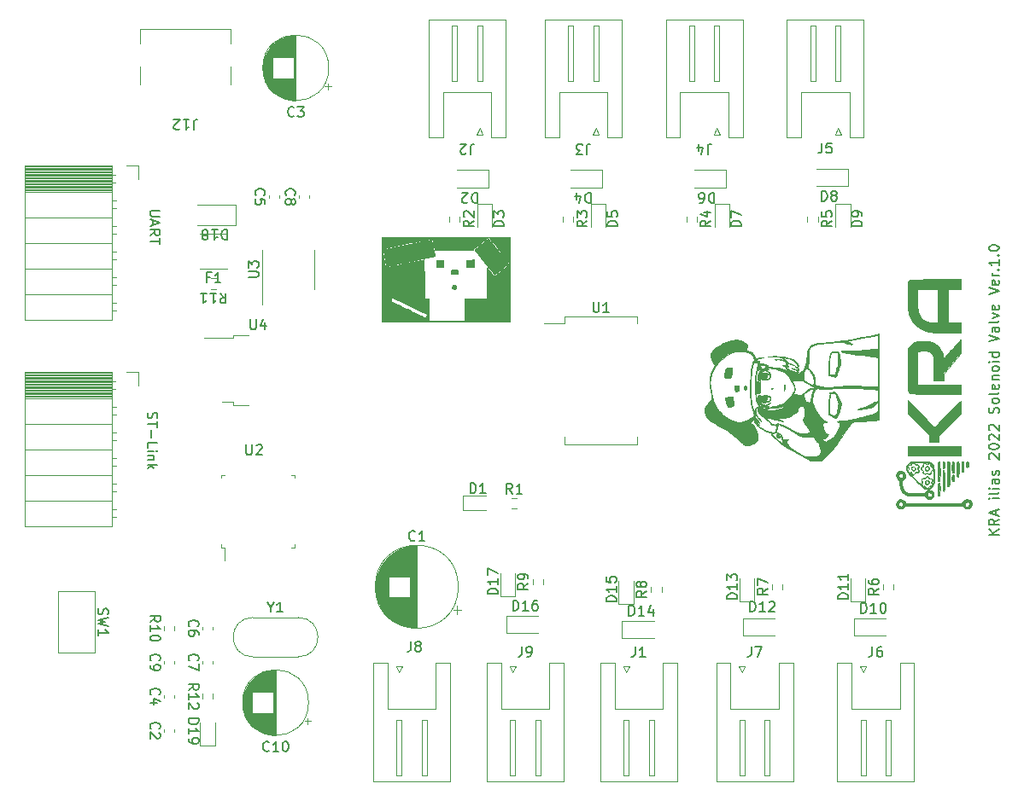
<source format=gto>
G04 #@! TF.GenerationSoftware,KiCad,Pcbnew,(5.1.12)-1*
G04 #@! TF.CreationDate,2022-03-18T17:00:28+09:00*
G04 #@! TF.ProjectId,NHK2022_Solenoid_Valve,4e484b32-3032-4325-9f53-6f6c656e6f69,rev?*
G04 #@! TF.SameCoordinates,PX42c1d80PY7bfa480*
G04 #@! TF.FileFunction,Legend,Top*
G04 #@! TF.FilePolarity,Positive*
%FSLAX46Y46*%
G04 Gerber Fmt 4.6, Leading zero omitted, Abs format (unit mm)*
G04 Created by KiCad (PCBNEW (5.1.12)-1) date 2022-03-18 17:00:28*
%MOMM*%
%LPD*%
G01*
G04 APERTURE LIST*
%ADD10C,0.150000*%
%ADD11C,0.010000*%
%ADD12C,0.120000*%
G04 APERTURE END LIST*
D10*
X95452380Y23642858D02*
X94452380Y23642858D01*
X95452380Y24214286D02*
X94880952Y23785715D01*
X94452380Y24214286D02*
X95023809Y23642858D01*
X95452380Y25214286D02*
X94976190Y24880953D01*
X95452380Y24642858D02*
X94452380Y24642858D01*
X94452380Y25023810D01*
X94500000Y25119048D01*
X94547619Y25166667D01*
X94642857Y25214286D01*
X94785714Y25214286D01*
X94880952Y25166667D01*
X94928571Y25119048D01*
X94976190Y25023810D01*
X94976190Y24642858D01*
X95166666Y25595239D02*
X95166666Y26071429D01*
X95452380Y25500000D02*
X94452380Y25833334D01*
X95452380Y26166667D01*
X95452380Y27261905D02*
X94785714Y27261905D01*
X94452380Y27261905D02*
X94500000Y27214286D01*
X94547619Y27261905D01*
X94500000Y27309524D01*
X94452380Y27261905D01*
X94547619Y27261905D01*
X95452380Y27880953D02*
X95404761Y27785715D01*
X95309523Y27738096D01*
X94452380Y27738096D01*
X95452380Y28261905D02*
X94785714Y28261905D01*
X94452380Y28261905D02*
X94500000Y28214286D01*
X94547619Y28261905D01*
X94500000Y28309524D01*
X94452380Y28261905D01*
X94547619Y28261905D01*
X95452380Y29166667D02*
X94928571Y29166667D01*
X94833333Y29119048D01*
X94785714Y29023810D01*
X94785714Y28833334D01*
X94833333Y28738096D01*
X95404761Y29166667D02*
X95452380Y29071429D01*
X95452380Y28833334D01*
X95404761Y28738096D01*
X95309523Y28690477D01*
X95214285Y28690477D01*
X95119047Y28738096D01*
X95071428Y28833334D01*
X95071428Y29071429D01*
X95023809Y29166667D01*
X95404761Y29595239D02*
X95452380Y29690477D01*
X95452380Y29880953D01*
X95404761Y29976191D01*
X95309523Y30023810D01*
X95261904Y30023810D01*
X95166666Y29976191D01*
X95119047Y29880953D01*
X95119047Y29738096D01*
X95071428Y29642858D01*
X94976190Y29595239D01*
X94928571Y29595239D01*
X94833333Y29642858D01*
X94785714Y29738096D01*
X94785714Y29880953D01*
X94833333Y29976191D01*
X94547619Y31166667D02*
X94500000Y31214286D01*
X94452380Y31309524D01*
X94452380Y31547620D01*
X94500000Y31642858D01*
X94547619Y31690477D01*
X94642857Y31738096D01*
X94738095Y31738096D01*
X94880952Y31690477D01*
X95452380Y31119048D01*
X95452380Y31738096D01*
X94452380Y32357143D02*
X94452380Y32452381D01*
X94500000Y32547620D01*
X94547619Y32595239D01*
X94642857Y32642858D01*
X94833333Y32690477D01*
X95071428Y32690477D01*
X95261904Y32642858D01*
X95357142Y32595239D01*
X95404761Y32547620D01*
X95452380Y32452381D01*
X95452380Y32357143D01*
X95404761Y32261905D01*
X95357142Y32214286D01*
X95261904Y32166667D01*
X95071428Y32119048D01*
X94833333Y32119048D01*
X94642857Y32166667D01*
X94547619Y32214286D01*
X94500000Y32261905D01*
X94452380Y32357143D01*
X94547619Y33071429D02*
X94500000Y33119048D01*
X94452380Y33214286D01*
X94452380Y33452381D01*
X94500000Y33547620D01*
X94547619Y33595239D01*
X94642857Y33642858D01*
X94738095Y33642858D01*
X94880952Y33595239D01*
X95452380Y33023810D01*
X95452380Y33642858D01*
X94547619Y34023810D02*
X94500000Y34071429D01*
X94452380Y34166667D01*
X94452380Y34404762D01*
X94500000Y34500000D01*
X94547619Y34547620D01*
X94642857Y34595239D01*
X94738095Y34595239D01*
X94880952Y34547620D01*
X95452380Y33976191D01*
X95452380Y34595239D01*
X95404761Y35738096D02*
X95452380Y35880953D01*
X95452380Y36119048D01*
X95404761Y36214286D01*
X95357142Y36261905D01*
X95261904Y36309524D01*
X95166666Y36309524D01*
X95071428Y36261905D01*
X95023809Y36214286D01*
X94976190Y36119048D01*
X94928571Y35928572D01*
X94880952Y35833334D01*
X94833333Y35785715D01*
X94738095Y35738096D01*
X94642857Y35738096D01*
X94547619Y35785715D01*
X94500000Y35833334D01*
X94452380Y35928572D01*
X94452380Y36166667D01*
X94500000Y36309524D01*
X95452380Y36880953D02*
X95404761Y36785715D01*
X95357142Y36738096D01*
X95261904Y36690477D01*
X94976190Y36690477D01*
X94880952Y36738096D01*
X94833333Y36785715D01*
X94785714Y36880953D01*
X94785714Y37023810D01*
X94833333Y37119048D01*
X94880952Y37166667D01*
X94976190Y37214286D01*
X95261904Y37214286D01*
X95357142Y37166667D01*
X95404761Y37119048D01*
X95452380Y37023810D01*
X95452380Y36880953D01*
X95452380Y37785715D02*
X95404761Y37690477D01*
X95309523Y37642858D01*
X94452380Y37642858D01*
X95404761Y38547620D02*
X95452380Y38452381D01*
X95452380Y38261905D01*
X95404761Y38166667D01*
X95309523Y38119048D01*
X94928571Y38119048D01*
X94833333Y38166667D01*
X94785714Y38261905D01*
X94785714Y38452381D01*
X94833333Y38547620D01*
X94928571Y38595239D01*
X95023809Y38595239D01*
X95119047Y38119048D01*
X94785714Y39023810D02*
X95452380Y39023810D01*
X94880952Y39023810D02*
X94833333Y39071429D01*
X94785714Y39166667D01*
X94785714Y39309524D01*
X94833333Y39404762D01*
X94928571Y39452381D01*
X95452380Y39452381D01*
X95452380Y40071429D02*
X95404761Y39976191D01*
X95357142Y39928572D01*
X95261904Y39880953D01*
X94976190Y39880953D01*
X94880952Y39928572D01*
X94833333Y39976191D01*
X94785714Y40071429D01*
X94785714Y40214286D01*
X94833333Y40309524D01*
X94880952Y40357143D01*
X94976190Y40404762D01*
X95261904Y40404762D01*
X95357142Y40357143D01*
X95404761Y40309524D01*
X95452380Y40214286D01*
X95452380Y40071429D01*
X95452380Y40833334D02*
X94785714Y40833334D01*
X94452380Y40833334D02*
X94500000Y40785715D01*
X94547619Y40833334D01*
X94500000Y40880953D01*
X94452380Y40833334D01*
X94547619Y40833334D01*
X95452380Y41738096D02*
X94452380Y41738096D01*
X95404761Y41738096D02*
X95452380Y41642858D01*
X95452380Y41452381D01*
X95404761Y41357143D01*
X95357142Y41309524D01*
X95261904Y41261905D01*
X94976190Y41261905D01*
X94880952Y41309524D01*
X94833333Y41357143D01*
X94785714Y41452381D01*
X94785714Y41642858D01*
X94833333Y41738096D01*
X94452380Y42833334D02*
X95452380Y43166667D01*
X94452380Y43500000D01*
X95452380Y44261905D02*
X94928571Y44261905D01*
X94833333Y44214286D01*
X94785714Y44119048D01*
X94785714Y43928572D01*
X94833333Y43833334D01*
X95404761Y44261905D02*
X95452380Y44166667D01*
X95452380Y43928572D01*
X95404761Y43833334D01*
X95309523Y43785715D01*
X95214285Y43785715D01*
X95119047Y43833334D01*
X95071428Y43928572D01*
X95071428Y44166667D01*
X95023809Y44261905D01*
X95452380Y44880953D02*
X95404761Y44785715D01*
X95309523Y44738096D01*
X94452380Y44738096D01*
X94785714Y45166667D02*
X95452380Y45404762D01*
X94785714Y45642858D01*
X95404761Y46404762D02*
X95452380Y46309524D01*
X95452380Y46119048D01*
X95404761Y46023810D01*
X95309523Y45976191D01*
X94928571Y45976191D01*
X94833333Y46023810D01*
X94785714Y46119048D01*
X94785714Y46309524D01*
X94833333Y46404762D01*
X94928571Y46452381D01*
X95023809Y46452381D01*
X95119047Y45976191D01*
X94452380Y47500000D02*
X95452380Y47833334D01*
X94452380Y48166667D01*
X95404761Y48880953D02*
X95452380Y48785715D01*
X95452380Y48595239D01*
X95404761Y48500000D01*
X95309523Y48452381D01*
X94928571Y48452381D01*
X94833333Y48500000D01*
X94785714Y48595239D01*
X94785714Y48785715D01*
X94833333Y48880953D01*
X94928571Y48928572D01*
X95023809Y48928572D01*
X95119047Y48452381D01*
X95452380Y49357143D02*
X94785714Y49357143D01*
X94976190Y49357143D02*
X94880952Y49404762D01*
X94833333Y49452381D01*
X94785714Y49547620D01*
X94785714Y49642858D01*
X95357142Y49976191D02*
X95404761Y50023810D01*
X95452380Y49976191D01*
X95404761Y49928572D01*
X95357142Y49976191D01*
X95452380Y49976191D01*
X95452380Y50976191D02*
X95452380Y50404762D01*
X95452380Y50690477D02*
X94452380Y50690477D01*
X94595238Y50595239D01*
X94690476Y50500000D01*
X94738095Y50404762D01*
X95357142Y51404762D02*
X95404761Y51452381D01*
X95452380Y51404762D01*
X95404761Y51357143D01*
X95357142Y51404762D01*
X95452380Y51404762D01*
X94452380Y52071429D02*
X94452380Y52166667D01*
X94500000Y52261905D01*
X94547619Y52309524D01*
X94642857Y52357143D01*
X94833333Y52404762D01*
X95071428Y52404762D01*
X95261904Y52357143D01*
X95357142Y52309524D01*
X95404761Y52261905D01*
X95452380Y52166667D01*
X95452380Y52071429D01*
X95404761Y51976191D01*
X95357142Y51928572D01*
X95261904Y51880953D01*
X95071428Y51833334D01*
X94833333Y51833334D01*
X94642857Y51880953D01*
X94547619Y51928572D01*
X94500000Y51976191D01*
X94452380Y52071429D01*
D11*
G36*
X78661833Y36497166D02*
G01*
X78680708Y36492808D01*
X78683000Y36476000D01*
X78671383Y36449866D01*
X78661833Y36454833D01*
X78658033Y36492513D01*
X78661833Y36497166D01*
G37*
X78661833Y36497166D02*
X78680708Y36492808D01*
X78683000Y36476000D01*
X78671383Y36449866D01*
X78661833Y36454833D01*
X78658033Y36492513D01*
X78661833Y36497166D01*
G36*
X68234247Y39656708D02*
G01*
X68273889Y39855711D01*
X68322130Y40014548D01*
X68365763Y40123582D01*
X68414650Y40193579D01*
X68483389Y40233030D01*
X68586577Y40250423D01*
X68734295Y40254250D01*
X68999250Y40254250D01*
X68995374Y40008187D01*
X68986127Y39843806D01*
X68965902Y39660785D01*
X68942567Y39517767D01*
X68909653Y39380305D01*
X68868155Y39289550D01*
X68805587Y39236809D01*
X68709464Y39213388D01*
X68567300Y39210591D01*
X68504707Y39212861D01*
X68284924Y39222375D01*
X68243267Y39349375D01*
X68223461Y39483043D01*
X68234247Y39656708D01*
G37*
X68234247Y39656708D02*
X68273889Y39855711D01*
X68322130Y40014548D01*
X68365763Y40123582D01*
X68414650Y40193579D01*
X68483389Y40233030D01*
X68586577Y40250423D01*
X68734295Y40254250D01*
X68999250Y40254250D01*
X68995374Y40008187D01*
X68986127Y39843806D01*
X68965902Y39660785D01*
X68942567Y39517767D01*
X68909653Y39380305D01*
X68868155Y39289550D01*
X68805587Y39236809D01*
X68709464Y39213388D01*
X68567300Y39210591D01*
X68504707Y39212861D01*
X68284924Y39222375D01*
X68243267Y39349375D01*
X68223461Y39483043D01*
X68234247Y39656708D01*
G36*
X68307397Y37253163D02*
G01*
X68374606Y37283365D01*
X68488928Y37312472D01*
X68634016Y37337162D01*
X68793523Y37354112D01*
X68809771Y37355262D01*
X69080667Y37373503D01*
X69085603Y37249715D01*
X69094744Y37155884D01*
X69114036Y37027513D01*
X69139358Y36891935D01*
X69140119Y36888276D01*
X69172102Y36723986D01*
X69186843Y36609709D01*
X69183376Y36534078D01*
X69160731Y36485728D01*
X69117942Y36453293D01*
X69102437Y36445616D01*
X69013672Y36416158D01*
X68896819Y36392323D01*
X68773238Y36376671D01*
X68664283Y36371760D01*
X68591312Y36380148D01*
X68583342Y36383424D01*
X68546156Y36425859D01*
X68501456Y36509239D01*
X68467107Y36593621D01*
X68435076Y36692912D01*
X68400295Y36815247D01*
X68366370Y36945734D01*
X68336907Y37069482D01*
X68315512Y37171600D01*
X68305791Y37237197D01*
X68307397Y37253163D01*
G37*
X68307397Y37253163D02*
X68374606Y37283365D01*
X68488928Y37312472D01*
X68634016Y37337162D01*
X68793523Y37354112D01*
X68809771Y37355262D01*
X69080667Y37373503D01*
X69085603Y37249715D01*
X69094744Y37155884D01*
X69114036Y37027513D01*
X69139358Y36891935D01*
X69140119Y36888276D01*
X69172102Y36723986D01*
X69186843Y36609709D01*
X69183376Y36534078D01*
X69160731Y36485728D01*
X69117942Y36453293D01*
X69102437Y36445616D01*
X69013672Y36416158D01*
X68896819Y36392323D01*
X68773238Y36376671D01*
X68664283Y36371760D01*
X68591312Y36380148D01*
X68583342Y36383424D01*
X68546156Y36425859D01*
X68501456Y36509239D01*
X68467107Y36593621D01*
X68435076Y36692912D01*
X68400295Y36815247D01*
X68366370Y36945734D01*
X68336907Y37069482D01*
X68315512Y37171600D01*
X68305791Y37237197D01*
X68307397Y37253163D01*
G36*
X69263058Y38412467D02*
G01*
X69269091Y38444395D01*
X69291300Y38482076D01*
X69338228Y38501338D01*
X69426745Y38507749D01*
X69461764Y38508000D01*
X69634250Y38508000D01*
X69634250Y38272471D01*
X69636656Y38150681D01*
X69642995Y38050167D01*
X69651943Y37991111D01*
X69652848Y37988476D01*
X69647798Y37953218D01*
X69596368Y37921478D01*
X69517910Y37894964D01*
X69422329Y37871372D01*
X69349955Y37861477D01*
X69328622Y37863346D01*
X69309538Y37899246D01*
X69291302Y37980962D01*
X69275725Y38090819D01*
X69264618Y38211139D01*
X69259792Y38324248D01*
X69263058Y38412467D01*
G37*
X69263058Y38412467D02*
X69269091Y38444395D01*
X69291300Y38482076D01*
X69338228Y38501338D01*
X69426745Y38507749D01*
X69461764Y38508000D01*
X69634250Y38508000D01*
X69634250Y38272471D01*
X69636656Y38150681D01*
X69642995Y38050167D01*
X69651943Y37991111D01*
X69652848Y37988476D01*
X69647798Y37953218D01*
X69596368Y37921478D01*
X69517910Y37894964D01*
X69422329Y37871372D01*
X69349955Y37861477D01*
X69328622Y37863346D01*
X69309538Y37899246D01*
X69291302Y37980962D01*
X69275725Y38090819D01*
X69264618Y38211139D01*
X69259792Y38324248D01*
X69263058Y38412467D01*
G36*
X70191558Y38354287D02*
G01*
X70202685Y38407184D01*
X70232372Y38429671D01*
X70289738Y38438291D01*
X70291271Y38438440D01*
X70358075Y38439533D01*
X70391472Y38414227D01*
X70409924Y38345683D01*
X70413106Y38327315D01*
X70430454Y38233209D01*
X70446455Y38159518D01*
X70448451Y38151870D01*
X70438407Y38102899D01*
X70384690Y38077620D01*
X70284024Y38061386D01*
X70224589Y38081189D01*
X70196508Y38145995D01*
X70189875Y38254434D01*
X70191558Y38354287D01*
G37*
X70191558Y38354287D02*
X70202685Y38407184D01*
X70232372Y38429671D01*
X70289738Y38438291D01*
X70291271Y38438440D01*
X70358075Y38439533D01*
X70391472Y38414227D01*
X70409924Y38345683D01*
X70413106Y38327315D01*
X70430454Y38233209D01*
X70446455Y38159518D01*
X70448451Y38151870D01*
X70438407Y38102899D01*
X70384690Y38077620D01*
X70284024Y38061386D01*
X70224589Y38081189D01*
X70196508Y38145995D01*
X70189875Y38254434D01*
X70191558Y38354287D01*
G36*
X73407567Y33622009D02*
G01*
X73474247Y33663006D01*
X73560132Y33664791D01*
X73591778Y33653906D01*
X73665676Y33594357D01*
X73712267Y33508027D01*
X73724559Y33416901D01*
X73695559Y33342965D01*
X73691900Y33339100D01*
X73622213Y33306463D01*
X73535333Y33306738D01*
X73488690Y33325298D01*
X73434730Y33387886D01*
X73393517Y33479421D01*
X73380750Y33551795D01*
X73407567Y33622009D01*
G37*
X73407567Y33622009D02*
X73474247Y33663006D01*
X73560132Y33664791D01*
X73591778Y33653906D01*
X73665676Y33594357D01*
X73712267Y33508027D01*
X73724559Y33416901D01*
X73695559Y33342965D01*
X73691900Y33339100D01*
X73622213Y33306463D01*
X73535333Y33306738D01*
X73488690Y33325298D01*
X73434730Y33387886D01*
X73393517Y33479421D01*
X73380750Y33551795D01*
X73407567Y33622009D01*
G36*
X72931092Y38216296D02*
G01*
X72968000Y38222250D01*
X73019592Y38208953D01*
X73031500Y38190500D01*
X73004907Y38164703D01*
X72968000Y38158750D01*
X72916407Y38172046D01*
X72904500Y38190500D01*
X72931092Y38216296D01*
G37*
X72931092Y38216296D02*
X72968000Y38222250D01*
X73019592Y38208953D01*
X73031500Y38190500D01*
X73004907Y38164703D01*
X72968000Y38158750D01*
X72916407Y38172046D01*
X72904500Y38190500D01*
X72931092Y38216296D01*
G36*
X74133559Y38212280D02*
G01*
X74143842Y38395129D01*
X74155896Y38516816D01*
X74170248Y38579665D01*
X74187420Y38586002D01*
X74207455Y38539750D01*
X74226413Y38448946D01*
X74228513Y38342932D01*
X74213492Y38202829D01*
X74201775Y38127825D01*
X74177568Y38004506D01*
X74157080Y37943089D01*
X74141564Y37942022D01*
X74132274Y37999755D01*
X74130460Y38114738D01*
X74133559Y38212280D01*
G37*
X74133559Y38212280D02*
X74143842Y38395129D01*
X74155896Y38516816D01*
X74170248Y38579665D01*
X74187420Y38586002D01*
X74207455Y38539750D01*
X74226413Y38448946D01*
X74228513Y38342932D01*
X74213492Y38202829D01*
X74201775Y38127825D01*
X74177568Y38004506D01*
X74157080Y37943089D01*
X74141564Y37942022D01*
X74132274Y37999755D01*
X74130460Y38114738D01*
X74133559Y38212280D01*
G36*
X78558614Y40515013D02*
G01*
X78575221Y40788628D01*
X78601735Y41039453D01*
X78637338Y41255456D01*
X78681210Y41424608D01*
X78698368Y41470516D01*
X78733636Y41576940D01*
X78754683Y41681054D01*
X78755614Y41690643D01*
X78772153Y41766338D01*
X78818193Y41802958D01*
X78858426Y41814008D01*
X78963938Y41828536D01*
X79098223Y41836043D01*
X79241583Y41836740D01*
X79374318Y41830842D01*
X79476730Y41818559D01*
X79518560Y41806872D01*
X79560644Y41775282D01*
X79595627Y41717453D01*
X79625700Y41625418D01*
X79653051Y41491210D01*
X79679869Y41306865D01*
X79698564Y41151906D01*
X79714890Y41011260D01*
X79729953Y40885319D01*
X79741344Y40794080D01*
X79744457Y40770906D01*
X79743244Y40688216D01*
X79726058Y40578553D01*
X79712843Y40524125D01*
X79681005Y40419021D01*
X79649781Y40331096D01*
X79637099Y40301875D01*
X79609938Y40238513D01*
X79571837Y40138920D01*
X79539205Y40047875D01*
X79496827Y39932782D01*
X79455295Y39831104D01*
X79430298Y39778000D01*
X79398877Y39696528D01*
X79372013Y39588830D01*
X79365839Y39553065D01*
X79346114Y39438714D01*
X79319835Y39371556D01*
X79273424Y39343831D01*
X79193306Y39347782D01*
X79065903Y39375651D01*
X79058467Y39377433D01*
X78926173Y39407668D01*
X78801787Y39433593D01*
X78711970Y39449654D01*
X78711130Y39449776D01*
X78655819Y39457763D01*
X78655819Y39555750D01*
X78919706Y39555750D01*
X79052409Y39557665D01*
X79134621Y39565118D01*
X79179279Y39580664D01*
X79199322Y39606861D01*
X79200835Y39611312D01*
X79216240Y39663680D01*
X79244427Y39761885D01*
X79281025Y39890627D01*
X79311990Y40000250D01*
X79358339Y40157242D01*
X79407059Y40309903D01*
X79451037Y40436469D01*
X79472838Y40492375D01*
X79520054Y40647266D01*
X79524486Y40762250D01*
X79518768Y40835197D01*
X79513968Y40955950D01*
X79510534Y41108815D01*
X79508914Y41278098D01*
X79508849Y41309937D01*
X79508500Y41746500D01*
X78849978Y41746500D01*
X78751804Y41405187D01*
X78669447Y41037400D01*
X78620835Y40633230D01*
X78607208Y40210844D01*
X78629808Y39788411D01*
X78636822Y39722437D01*
X78655819Y39555750D01*
X78655819Y39457763D01*
X78596386Y39466346D01*
X78576418Y39677735D01*
X78558394Y39947535D01*
X78552733Y40230638D01*
X78558614Y40515013D01*
G37*
X78558614Y40515013D02*
X78575221Y40788628D01*
X78601735Y41039453D01*
X78637338Y41255456D01*
X78681210Y41424608D01*
X78698368Y41470516D01*
X78733636Y41576940D01*
X78754683Y41681054D01*
X78755614Y41690643D01*
X78772153Y41766338D01*
X78818193Y41802958D01*
X78858426Y41814008D01*
X78963938Y41828536D01*
X79098223Y41836043D01*
X79241583Y41836740D01*
X79374318Y41830842D01*
X79476730Y41818559D01*
X79518560Y41806872D01*
X79560644Y41775282D01*
X79595627Y41717453D01*
X79625700Y41625418D01*
X79653051Y41491210D01*
X79679869Y41306865D01*
X79698564Y41151906D01*
X79714890Y41011260D01*
X79729953Y40885319D01*
X79741344Y40794080D01*
X79744457Y40770906D01*
X79743244Y40688216D01*
X79726058Y40578553D01*
X79712843Y40524125D01*
X79681005Y40419021D01*
X79649781Y40331096D01*
X79637099Y40301875D01*
X79609938Y40238513D01*
X79571837Y40138920D01*
X79539205Y40047875D01*
X79496827Y39932782D01*
X79455295Y39831104D01*
X79430298Y39778000D01*
X79398877Y39696528D01*
X79372013Y39588830D01*
X79365839Y39553065D01*
X79346114Y39438714D01*
X79319835Y39371556D01*
X79273424Y39343831D01*
X79193306Y39347782D01*
X79065903Y39375651D01*
X79058467Y39377433D01*
X78926173Y39407668D01*
X78801787Y39433593D01*
X78711970Y39449654D01*
X78711130Y39449776D01*
X78655819Y39457763D01*
X78655819Y39555750D01*
X78919706Y39555750D01*
X79052409Y39557665D01*
X79134621Y39565118D01*
X79179279Y39580664D01*
X79199322Y39606861D01*
X79200835Y39611312D01*
X79216240Y39663680D01*
X79244427Y39761885D01*
X79281025Y39890627D01*
X79311990Y40000250D01*
X79358339Y40157242D01*
X79407059Y40309903D01*
X79451037Y40436469D01*
X79472838Y40492375D01*
X79520054Y40647266D01*
X79524486Y40762250D01*
X79518768Y40835197D01*
X79513968Y40955950D01*
X79510534Y41108815D01*
X79508914Y41278098D01*
X79508849Y41309937D01*
X79508500Y41746500D01*
X78849978Y41746500D01*
X78751804Y41405187D01*
X78669447Y41037400D01*
X78620835Y40633230D01*
X78607208Y40210844D01*
X78629808Y39788411D01*
X78636822Y39722437D01*
X78655819Y39555750D01*
X78655819Y39457763D01*
X78596386Y39466346D01*
X78576418Y39677735D01*
X78558394Y39947535D01*
X78552733Y40230638D01*
X78558614Y40515013D01*
G36*
X78560107Y36567525D02*
G01*
X78570825Y36793932D01*
X78587322Y37017169D01*
X78608409Y37226184D01*
X78632895Y37409926D01*
X78659594Y37557343D01*
X78687314Y37657384D01*
X78700042Y37684389D01*
X78698074Y37730102D01*
X78680049Y37747823D01*
X78652592Y37780912D01*
X78680541Y37805691D01*
X78755918Y37817630D01*
X78803035Y37817613D01*
X78916788Y37822659D01*
X79025853Y37840977D01*
X79026879Y37841248D01*
X79148778Y37850834D01*
X79249024Y37805296D01*
X79335237Y37700825D01*
X79346547Y37681410D01*
X79421132Y37544154D01*
X79504618Y37383194D01*
X79590123Y37212624D01*
X79670764Y37046537D01*
X79739658Y36899028D01*
X79789924Y36784189D01*
X79809405Y36733570D01*
X79840328Y36642385D01*
X79853615Y36594569D01*
X79851219Y36573088D01*
X79835095Y36560908D01*
X79829599Y36557599D01*
X79804804Y36517036D01*
X79782910Y36442259D01*
X79781813Y36436663D01*
X79762078Y36356892D01*
X79725934Y36232452D01*
X79678182Y36078526D01*
X79623619Y35910298D01*
X79567044Y35742953D01*
X79524629Y35622868D01*
X79445437Y35430377D01*
X79369867Y35300945D01*
X79297677Y35234248D01*
X79229768Y35229517D01*
X79179275Y35254678D01*
X79149102Y35271549D01*
X79149102Y35498713D01*
X79203560Y35504149D01*
X79254499Y35540480D01*
X79265026Y35550225D01*
X79323241Y35631902D01*
X79377908Y35753972D01*
X79420960Y35893492D01*
X79444332Y36027514D01*
X79446345Y36066040D01*
X79455062Y36160054D01*
X79475836Y36280529D01*
X79491270Y36349000D01*
X79524087Y36510901D01*
X79533609Y36657261D01*
X79518329Y36807565D01*
X79476743Y36981298D01*
X79431151Y37127355D01*
X79358697Y37338497D01*
X79296663Y37495945D01*
X79239103Y37607359D01*
X79180074Y37680401D01*
X79113631Y37722732D01*
X79033830Y37742012D01*
X78951109Y37746000D01*
X78785788Y37746000D01*
X78747630Y37595187D01*
X78695837Y37359429D01*
X78658647Y37113429D01*
X78634643Y36842819D01*
X78622410Y36533233D01*
X78620096Y36301375D01*
X78619583Y35698125D01*
X78777082Y35628324D01*
X78896702Y35578986D01*
X79017784Y35534623D01*
X79063201Y35519988D01*
X79149102Y35498713D01*
X79149102Y35271549D01*
X79090311Y35304424D01*
X78978420Y35369951D01*
X78923820Y35402793D01*
X78809391Y35469835D01*
X78713149Y35521851D01*
X78649379Y35551320D01*
X78634287Y35555250D01*
X78609049Y35570629D01*
X78589441Y35620439D01*
X78574924Y35710187D01*
X78564956Y35845383D01*
X78558996Y36031534D01*
X78556504Y36274148D01*
X78556356Y36349000D01*
X78560107Y36567525D01*
G37*
X78560107Y36567525D02*
X78570825Y36793932D01*
X78587322Y37017169D01*
X78608409Y37226184D01*
X78632895Y37409926D01*
X78659594Y37557343D01*
X78687314Y37657384D01*
X78700042Y37684389D01*
X78698074Y37730102D01*
X78680049Y37747823D01*
X78652592Y37780912D01*
X78680541Y37805691D01*
X78755918Y37817630D01*
X78803035Y37817613D01*
X78916788Y37822659D01*
X79025853Y37840977D01*
X79026879Y37841248D01*
X79148778Y37850834D01*
X79249024Y37805296D01*
X79335237Y37700825D01*
X79346547Y37681410D01*
X79421132Y37544154D01*
X79504618Y37383194D01*
X79590123Y37212624D01*
X79670764Y37046537D01*
X79739658Y36899028D01*
X79789924Y36784189D01*
X79809405Y36733570D01*
X79840328Y36642385D01*
X79853615Y36594569D01*
X79851219Y36573088D01*
X79835095Y36560908D01*
X79829599Y36557599D01*
X79804804Y36517036D01*
X79782910Y36442259D01*
X79781813Y36436663D01*
X79762078Y36356892D01*
X79725934Y36232452D01*
X79678182Y36078526D01*
X79623619Y35910298D01*
X79567044Y35742953D01*
X79524629Y35622868D01*
X79445437Y35430377D01*
X79369867Y35300945D01*
X79297677Y35234248D01*
X79229768Y35229517D01*
X79179275Y35254678D01*
X79149102Y35271549D01*
X79149102Y35498713D01*
X79203560Y35504149D01*
X79254499Y35540480D01*
X79265026Y35550225D01*
X79323241Y35631902D01*
X79377908Y35753972D01*
X79420960Y35893492D01*
X79444332Y36027514D01*
X79446345Y36066040D01*
X79455062Y36160054D01*
X79475836Y36280529D01*
X79491270Y36349000D01*
X79524087Y36510901D01*
X79533609Y36657261D01*
X79518329Y36807565D01*
X79476743Y36981298D01*
X79431151Y37127355D01*
X79358697Y37338497D01*
X79296663Y37495945D01*
X79239103Y37607359D01*
X79180074Y37680401D01*
X79113631Y37722732D01*
X79033830Y37742012D01*
X78951109Y37746000D01*
X78785788Y37746000D01*
X78747630Y37595187D01*
X78695837Y37359429D01*
X78658647Y37113429D01*
X78634643Y36842819D01*
X78622410Y36533233D01*
X78620096Y36301375D01*
X78619583Y35698125D01*
X78777082Y35628324D01*
X78896702Y35578986D01*
X79017784Y35534623D01*
X79063201Y35519988D01*
X79149102Y35498713D01*
X79149102Y35271549D01*
X79090311Y35304424D01*
X78978420Y35369951D01*
X78923820Y35402793D01*
X78809391Y35469835D01*
X78713149Y35521851D01*
X78649379Y35551320D01*
X78634287Y35555250D01*
X78609049Y35570629D01*
X78589441Y35620439D01*
X78574924Y35710187D01*
X78564956Y35845383D01*
X78558996Y36031534D01*
X78556504Y36274148D01*
X78556356Y36349000D01*
X78560107Y36567525D01*
G36*
X81504183Y36155009D02*
G01*
X81564312Y36177633D01*
X81857292Y36253617D01*
X82108491Y36336988D01*
X82339627Y36435323D01*
X82429055Y36479384D01*
X82547305Y36538631D01*
X82689268Y36608057D01*
X82844005Y36682518D01*
X83000580Y36756866D01*
X83148056Y36825957D01*
X83275496Y36884643D01*
X83371964Y36927779D01*
X83426521Y36950219D01*
X83434048Y36952250D01*
X83451159Y36931066D01*
X83428195Y36872983D01*
X83369783Y36786202D01*
X83280549Y36678927D01*
X83278812Y36676996D01*
X83140171Y36529754D01*
X83020965Y36424118D01*
X82903450Y36350214D01*
X82769884Y36298169D01*
X82602523Y36258110D01*
X82488928Y36237488D01*
X82319476Y36208172D01*
X82137194Y36175905D01*
X81975853Y36146682D01*
X81944667Y36140911D01*
X81759467Y36111019D01*
X81615973Y36097408D01*
X81520256Y36100272D01*
X81478384Y36119800D01*
X81477000Y36126145D01*
X81504183Y36155009D01*
G37*
X81504183Y36155009D02*
X81564312Y36177633D01*
X81857292Y36253617D01*
X82108491Y36336988D01*
X82339627Y36435323D01*
X82429055Y36479384D01*
X82547305Y36538631D01*
X82689268Y36608057D01*
X82844005Y36682518D01*
X83000580Y36756866D01*
X83148056Y36825957D01*
X83275496Y36884643D01*
X83371964Y36927779D01*
X83426521Y36950219D01*
X83434048Y36952250D01*
X83451159Y36931066D01*
X83428195Y36872983D01*
X83369783Y36786202D01*
X83280549Y36678927D01*
X83278812Y36676996D01*
X83140171Y36529754D01*
X83020965Y36424118D01*
X82903450Y36350214D01*
X82769884Y36298169D01*
X82602523Y36258110D01*
X82488928Y36237488D01*
X82319476Y36208172D01*
X82137194Y36175905D01*
X81975853Y36146682D01*
X81944667Y36140911D01*
X81759467Y36111019D01*
X81615973Y36097408D01*
X81520256Y36100272D01*
X81478384Y36119800D01*
X81477000Y36126145D01*
X81504183Y36155009D01*
G36*
X72539375Y40540000D02*
G01*
X72555250Y40524125D01*
X72539375Y40508250D01*
X72523500Y40524125D01*
X72539375Y40540000D01*
G37*
X72539375Y40540000D02*
X72555250Y40524125D01*
X72539375Y40508250D01*
X72523500Y40524125D01*
X72539375Y40540000D01*
G36*
X73250214Y41096883D02*
G01*
X73285500Y41091020D01*
X73375404Y41071449D01*
X73408316Y41056996D01*
X73381895Y41049296D01*
X73346354Y41048486D01*
X73265597Y41061490D01*
X73222000Y41080191D01*
X73207774Y41097903D01*
X73250214Y41096883D01*
G37*
X73250214Y41096883D02*
X73285500Y41091020D01*
X73375404Y41071449D01*
X73408316Y41056996D01*
X73381895Y41049296D01*
X73346354Y41048486D01*
X73265597Y41061490D01*
X73222000Y41080191D01*
X73207774Y41097903D01*
X73250214Y41096883D01*
G36*
X66312115Y36141647D02*
G01*
X66378144Y36321689D01*
X66483045Y36521729D01*
X66615360Y36723040D01*
X66763633Y36906897D01*
X66811497Y36957881D01*
X67000391Y37150925D01*
X66952330Y37472275D01*
X66924888Y37648903D01*
X66893535Y37840255D01*
X66863727Y38013316D01*
X66854660Y38063500D01*
X66812525Y38299097D01*
X66782600Y38484318D01*
X66763639Y38630841D01*
X66754398Y38750349D01*
X66753629Y38854521D01*
X66759861Y38952601D01*
X66804348Y39232296D01*
X66885252Y39539280D01*
X66996099Y39854017D01*
X67130416Y40156971D01*
X67207565Y40303684D01*
X67315526Y40496736D01*
X67207902Y40601050D01*
X67102255Y40735526D01*
X67010004Y40912615D01*
X66939217Y41111655D01*
X66897963Y41311980D01*
X66890809Y41413125D01*
X66902919Y41586321D01*
X66947974Y41742126D01*
X67031744Y41889380D01*
X67159997Y42036922D01*
X67338503Y42193591D01*
X67461777Y42288024D01*
X67600162Y42379139D01*
X67779565Y42481353D01*
X67980942Y42585144D01*
X68185252Y42680990D01*
X68373453Y42759371D01*
X68479346Y42796831D01*
X68591500Y42834477D01*
X68680604Y42867955D01*
X68728370Y42890366D01*
X68729574Y42891248D01*
X68791609Y42918353D01*
X68899902Y42946104D01*
X69037297Y42971847D01*
X69186638Y42992930D01*
X69330767Y43006700D01*
X69452529Y43010507D01*
X69489704Y43008762D01*
X69633662Y42984583D01*
X69804520Y42936761D01*
X69984199Y42872394D01*
X70154623Y42798578D01*
X70297714Y42722410D01*
X70391377Y42654791D01*
X70448438Y42598251D01*
X70478885Y42548985D01*
X70489215Y42485460D01*
X70485922Y42386145D01*
X70483478Y42349496D01*
X70467552Y42222639D01*
X70440798Y42105842D01*
X70416098Y42039934D01*
X70383231Y41972035D01*
X70383341Y41943409D01*
X70419923Y41937085D01*
X70437296Y41937000D01*
X70538867Y41924819D01*
X70660833Y41892533D01*
X70788295Y41846521D01*
X70906356Y41793166D01*
X71000115Y41738849D01*
X71054675Y41689951D01*
X71062606Y41669171D01*
X71082190Y41625556D01*
X71121496Y41573921D01*
X71164781Y41509014D01*
X71216163Y41409011D01*
X71252880Y41324097D01*
X71297943Y41220788D01*
X71333477Y41168897D01*
X71366951Y41158661D01*
X71376946Y41161919D01*
X71431310Y41177302D01*
X71529444Y41198226D01*
X71652332Y41220718D01*
X71682125Y41225699D01*
X71815828Y41247780D01*
X71936890Y41268017D01*
X72022224Y41282547D01*
X72031375Y41284146D01*
X72088975Y41290516D01*
X72087812Y41278372D01*
X72077677Y41271830D01*
X72026124Y41253882D01*
X71928627Y41229961D01*
X71801971Y41203976D01*
X71731095Y41191108D01*
X71593389Y41163682D01*
X71473831Y41133472D01*
X71390377Y41105296D01*
X71368165Y41093733D01*
X71323331Y41059874D01*
X71330180Y41048954D01*
X71365798Y41048000D01*
X71431316Y41023036D01*
X71468381Y40984500D01*
X71531934Y40933681D01*
X71618894Y40921000D01*
X71695686Y40913644D01*
X71726473Y40885494D01*
X71729750Y40859373D01*
X71715170Y40798593D01*
X71698000Y40778125D01*
X71668785Y40732186D01*
X71666250Y40712751D01*
X71683306Y40685348D01*
X71741784Y40670958D01*
X71848812Y40666822D01*
X71973309Y40661568D01*
X72090742Y40648336D01*
X72142500Y40638154D01*
X72246738Y40612256D01*
X72341867Y40589858D01*
X72342236Y40589775D01*
X72399752Y40567270D01*
X72413212Y40541355D01*
X72423956Y40510742D01*
X72457914Y40493036D01*
X72516904Y40448701D01*
X72542030Y40403438D01*
X72573594Y40338416D01*
X72598645Y40311323D01*
X72641832Y40303037D01*
X72735670Y40295993D01*
X72867316Y40290835D01*
X73023925Y40288210D01*
X73062679Y40288031D01*
X73364093Y40277827D01*
X73627990Y40245811D01*
X73877909Y40187602D01*
X74137393Y40098819D01*
X74188835Y40078489D01*
X74309181Y40034245D01*
X74377606Y40020448D01*
X74398038Y40037325D01*
X74374407Y40085106D01*
X74371584Y40089085D01*
X74327422Y40160057D01*
X74294270Y40222500D01*
X74231190Y40319027D01*
X74151371Y40397294D01*
X74073135Y40440780D01*
X74047737Y40444750D01*
X73987640Y40459708D01*
X73968124Y40476500D01*
X73983867Y40496076D01*
X74054626Y40506787D01*
X74109126Y40508250D01*
X74230167Y40518102D01*
X74309399Y40551223D01*
X74332091Y40570591D01*
X74367875Y40621499D01*
X74363841Y40651840D01*
X74334148Y40692327D01*
X74354630Y40725350D01*
X74380875Y40730500D01*
X74425376Y40741366D01*
X74413657Y40771534D01*
X74348706Y40817355D01*
X74280230Y40853381D01*
X74140122Y40916095D01*
X73993671Y40969107D01*
X73821654Y41018648D01*
X73618875Y41067755D01*
X73499087Y41097076D01*
X73438310Y41117330D01*
X73432944Y41130049D01*
X73460125Y41135277D01*
X73532135Y41131639D01*
X73646143Y41113973D01*
X73783047Y41085536D01*
X73857000Y41067561D01*
X74014214Y41030988D01*
X74118917Y41014977D01*
X74167850Y41019983D01*
X74170754Y41023800D01*
X74156488Y41064041D01*
X74107036Y41114627D01*
X74043961Y41157411D01*
X73991937Y41174294D01*
X73957717Y41193218D01*
X73956401Y41225635D01*
X73982922Y41238500D01*
X74038531Y41225151D01*
X74109854Y41192956D01*
X74175929Y41153688D01*
X74215791Y41119122D01*
X74218752Y41106043D01*
X74228458Y41074057D01*
X74251680Y41060323D01*
X74286084Y41031407D01*
X74284847Y41014992D01*
X74298181Y40982444D01*
X74350459Y40929534D01*
X74388217Y40899256D01*
X74466927Y40838015D01*
X74525859Y40787824D01*
X74539625Y40774172D01*
X74583414Y40746023D01*
X74669408Y40704940D01*
X74779983Y40659261D01*
X74793625Y40654034D01*
X74914782Y40605967D01*
X75022194Y40559808D01*
X75093369Y40525239D01*
X75095250Y40524174D01*
X75147232Y40489834D01*
X75147380Y40477538D01*
X75102758Y40485593D01*
X75020428Y40512306D01*
X74907453Y40555982D01*
X74834816Y40586620D01*
X74705894Y40639967D01*
X74621654Y40667354D01*
X74570181Y40671612D01*
X74540541Y40656577D01*
X74487878Y40576752D01*
X74478133Y40497427D01*
X74507158Y40445344D01*
X74554274Y40386804D01*
X74548336Y40345069D01*
X74494230Y40333557D01*
X74468187Y40338286D01*
X74410041Y40349494D01*
X74403182Y40335689D01*
X74423295Y40308532D01*
X74449394Y40253463D01*
X74445828Y40224852D01*
X74462673Y40196873D01*
X74526653Y40151512D01*
X74625831Y40094681D01*
X74748271Y40032299D01*
X74882037Y39970279D01*
X75015191Y39914538D01*
X75135798Y39870992D01*
X75194314Y39853905D01*
X75331986Y39824955D01*
X75419649Y39823611D01*
X75465065Y39851113D01*
X75476250Y39899003D01*
X75454822Y39948291D01*
X75386904Y39998526D01*
X75267043Y40052762D01*
X75095250Y40112318D01*
X74994310Y40148033D01*
X74917396Y40181798D01*
X74888875Y40199857D01*
X74882032Y40218514D01*
X74920625Y40209159D01*
X75025998Y40177361D01*
X75157656Y40145512D01*
X75292056Y40118487D01*
X75405655Y40101158D01*
X75460375Y40097410D01*
X75555625Y40098382D01*
X75388937Y40250275D01*
X75288839Y40345318D01*
X75236539Y40404017D01*
X75232407Y40425365D01*
X75276811Y40408358D01*
X75345982Y40367437D01*
X75421808Y40321807D01*
X75460760Y40309257D01*
X75478824Y40327687D01*
X75485352Y40349127D01*
X75483314Y40422471D01*
X75462439Y40483232D01*
X75437002Y40550373D01*
X75434503Y40589386D01*
X75419927Y40630269D01*
X75369494Y40698473D01*
X75295792Y40780266D01*
X75211408Y40861917D01*
X75128930Y40929692D01*
X75111125Y40942162D01*
X74986835Y41006436D01*
X74805567Y41072010D01*
X74573743Y41136586D01*
X74555500Y41141080D01*
X74353681Y41193797D01*
X74208683Y41239764D01*
X74114434Y41280977D01*
X74095997Y41292144D01*
X74023022Y41325282D01*
X73953640Y41334223D01*
X73906905Y41319627D01*
X73900513Y41285390D01*
X73904565Y41253609D01*
X73868515Y41264175D01*
X73860460Y41268398D01*
X73802483Y41284379D01*
X73776709Y41277070D01*
X73765622Y41276410D01*
X73772513Y41290997D01*
X73763760Y41312921D01*
X73702034Y41323887D01*
X73610916Y41325563D01*
X73512100Y41325552D01*
X73367147Y41326941D01*
X73193400Y41329503D01*
X73008201Y41333009D01*
X72952125Y41334230D01*
X72772667Y41338508D01*
X72651879Y41342365D01*
X72584943Y41346551D01*
X72567040Y41351814D01*
X72593350Y41358903D01*
X72659054Y41368566D01*
X72698125Y41373687D01*
X72810505Y41383436D01*
X72959564Y41389490D01*
X73134444Y41392130D01*
X73324292Y41391638D01*
X73518253Y41388295D01*
X73705471Y41382382D01*
X73875091Y41374181D01*
X74016259Y41363974D01*
X74118120Y41352041D01*
X74169818Y41338663D01*
X74173453Y41335443D01*
X74211224Y41313708D01*
X74298378Y41280493D01*
X74422759Y41239970D01*
X74572209Y41196310D01*
X74605866Y41187073D01*
X74771271Y41140529D01*
X74926182Y41093969D01*
X75054100Y41052542D01*
X75138525Y41021399D01*
X75143425Y41019277D01*
X75212574Y40976776D01*
X75295159Y40909211D01*
X75379373Y40828863D01*
X75453411Y40748012D01*
X75505466Y40678937D01*
X75523732Y40633921D01*
X75520731Y40626814D01*
X75522132Y40590051D01*
X75548344Y40522670D01*
X75554099Y40511200D01*
X75579861Y40445909D01*
X75576339Y40413870D01*
X75572315Y40413000D01*
X75547142Y40386185D01*
X75540817Y40319007D01*
X75552163Y40231360D01*
X75580003Y40143140D01*
X75589447Y40123242D01*
X75619976Y40057606D01*
X75616734Y40026958D01*
X75576992Y40010889D01*
X75574330Y40010189D01*
X75529559Y39987314D01*
X75536899Y39942587D01*
X75542953Y39930764D01*
X75562740Y39854036D01*
X75540856Y39796734D01*
X75493432Y39778000D01*
X75464253Y39770978D01*
X75478287Y39740329D01*
X75499491Y39714500D01*
X75554753Y39661480D01*
X75599146Y39660002D01*
X75645836Y39698121D01*
X75694297Y39738516D01*
X75778452Y39801393D01*
X75881168Y39874002D01*
X75894166Y39882927D01*
X76001627Y39960487D01*
X76071795Y40027030D01*
X76121929Y40104040D01*
X76169288Y40212999D01*
X76178571Y40236934D01*
X76260322Y40484435D01*
X76334039Y40774611D01*
X76395386Y41086745D01*
X76440025Y41400123D01*
X76455432Y41559699D01*
X76482471Y41806735D01*
X76524181Y42002997D01*
X76586579Y42160620D01*
X76675680Y42291738D01*
X76797499Y42408485D01*
X76920875Y42498566D01*
X77048203Y42560433D01*
X77234591Y42616446D01*
X77475802Y42665853D01*
X77767602Y42707905D01*
X78105754Y42741851D01*
X78413125Y42763024D01*
X78721832Y42783424D01*
X79012574Y42808389D01*
X79275698Y42836790D01*
X79501554Y42867496D01*
X79680488Y42899379D01*
X79774549Y42922342D01*
X79869209Y42941805D01*
X79947145Y42944411D01*
X79958812Y42942280D01*
X80034570Y42938071D01*
X80166746Y42948896D01*
X80350261Y42973954D01*
X80580039Y43012447D01*
X80851002Y43063575D01*
X81158072Y43126538D01*
X81238875Y43143817D01*
X81426278Y43183756D01*
X81597344Y43219044D01*
X81766022Y43252326D01*
X81946262Y43286248D01*
X82152014Y43323455D01*
X82397227Y43366594D01*
X82588250Y43399736D01*
X82838168Y43444874D01*
X83052544Y43487499D01*
X83225015Y43526156D01*
X83349219Y43559387D01*
X83418795Y43585736D01*
X83428037Y43592056D01*
X83483789Y43616244D01*
X83515350Y43619750D01*
X83523477Y43617768D01*
X83530797Y43609724D01*
X83537351Y43592463D01*
X83543181Y43562833D01*
X83548330Y43517682D01*
X83552839Y43453858D01*
X83556752Y43368207D01*
X83560109Y43257578D01*
X83562954Y43118818D01*
X83565329Y42948775D01*
X83567276Y42744296D01*
X83568836Y42502228D01*
X83570053Y42219420D01*
X83570968Y41892719D01*
X83571624Y41518972D01*
X83572063Y41095027D01*
X83572327Y40617731D01*
X83572458Y40083932D01*
X83572498Y39490478D01*
X83572500Y39351897D01*
X83572500Y35084045D01*
X83485187Y35065775D01*
X83344048Y35040376D01*
X83176415Y35018332D01*
X82974761Y34999017D01*
X82731557Y34981805D01*
X82439277Y34966071D01*
X82122060Y34952420D01*
X81823109Y34940605D01*
X81580662Y34930266D01*
X81387775Y34920278D01*
X81237504Y34909515D01*
X81122907Y34896852D01*
X81037039Y34881164D01*
X80972957Y34861325D01*
X80923719Y34836210D01*
X80882380Y34804694D01*
X80841997Y34765650D01*
X80818187Y34741086D01*
X80746323Y34659249D01*
X80697376Y34589029D01*
X80683250Y34552693D01*
X80670307Y34518438D01*
X80657206Y34519848D01*
X80629122Y34503142D01*
X80580568Y34443865D01*
X80522269Y34355189D01*
X80439128Y34226616D01*
X80342625Y34090650D01*
X80284694Y34015530D01*
X80175010Y33871902D01*
X80048583Y33693327D01*
X79919520Y33500362D01*
X79801927Y33313562D01*
X79794250Y33300850D01*
X79735564Y33209567D01*
X79680735Y33134127D01*
X79663569Y33113891D01*
X79626576Y33066546D01*
X79563900Y32978499D01*
X79484336Y32862375D01*
X79397610Y32732213D01*
X79286779Y32567182D01*
X79181328Y32419385D01*
X79073084Y32279185D01*
X78953873Y32136947D01*
X78815524Y31983034D01*
X78649862Y31807811D01*
X78448716Y31601642D01*
X78377828Y31529889D01*
X78318470Y31470868D01*
X78318470Y32871533D01*
X78383282Y32899189D01*
X78431324Y32924432D01*
X78705695Y33092474D01*
X78957497Y33286970D01*
X79173893Y33496660D01*
X79342045Y33710285D01*
X79360951Y33739777D01*
X79432189Y33871307D01*
X79505184Y34034868D01*
X79574066Y34213740D01*
X79632965Y34391199D01*
X79676013Y34550525D01*
X79697340Y34674996D01*
X79698623Y34701811D01*
X79690220Y34755730D01*
X79653749Y34790586D01*
X79573233Y34820112D01*
X79554963Y34825325D01*
X79456011Y34861215D01*
X79418107Y34895260D01*
X79438803Y34926463D01*
X79515652Y34953825D01*
X79646206Y34976346D01*
X79828017Y34993029D01*
X79984750Y35000708D01*
X80229016Y35010987D01*
X80421262Y35023637D01*
X80572960Y35040098D01*
X80695583Y35061810D01*
X80800604Y35090213D01*
X80857875Y35110282D01*
X80958876Y35141125D01*
X81100242Y35174881D01*
X81259344Y35206435D01*
X81350000Y35221581D01*
X81866574Y35322216D01*
X82411714Y35469913D01*
X82696026Y35561564D01*
X82896982Y35630209D01*
X83047803Y35684068D01*
X83158771Y35727900D01*
X83240167Y35766464D01*
X83302274Y35804520D01*
X83355373Y35846826D01*
X83397631Y35886302D01*
X83509000Y35994455D01*
X83509000Y37984498D01*
X83421687Y38020911D01*
X83345336Y38047304D01*
X83246653Y38070916D01*
X83119870Y38092357D01*
X82959220Y38112234D01*
X82758934Y38131158D01*
X82513246Y38149736D01*
X82216388Y38168579D01*
X81862591Y38188295D01*
X81810375Y38191045D01*
X80894062Y38221967D01*
X80024160Y38216162D01*
X79460875Y38191504D01*
X79264382Y38181520D01*
X79043605Y38173194D01*
X78807799Y38166589D01*
X78566217Y38161768D01*
X78547017Y38161529D01*
X78547017Y38286244D01*
X78742122Y38288013D01*
X78902397Y38302745D01*
X78968750Y38316434D01*
X79120724Y38348373D01*
X79325434Y38377031D01*
X79572162Y38401588D01*
X79850192Y38421225D01*
X80148806Y38435124D01*
X80457287Y38442466D01*
X80630707Y38443408D01*
X80864295Y38442063D01*
X81125039Y38438870D01*
X81404502Y38434080D01*
X81694245Y38427942D01*
X81985832Y38420708D01*
X82270823Y38412629D01*
X82540782Y38403954D01*
X82787271Y38394936D01*
X83001852Y38385823D01*
X83176086Y38376868D01*
X83301537Y38368321D01*
X83358187Y38362379D01*
X83509000Y38340618D01*
X83509000Y41229203D01*
X83159667Y41312280D01*
X82996053Y41346277D01*
X82792450Y41381239D01*
X82572202Y41413532D01*
X82358654Y41439521D01*
X82310354Y41444479D01*
X82006248Y41474555D01*
X81756870Y41499776D01*
X81553721Y41521170D01*
X81388302Y41539763D01*
X81252114Y41556582D01*
X81136657Y41572656D01*
X81033434Y41589010D01*
X80933945Y41606671D01*
X80873750Y41618083D01*
X80590884Y41671202D01*
X80365153Y41710399D01*
X80197993Y41735445D01*
X80090843Y41746106D01*
X80074731Y41746500D01*
X79982580Y41760115D01*
X79899213Y41794123D01*
X79844307Y41838271D01*
X79833688Y41872113D01*
X79857900Y41903508D01*
X79920260Y41929096D01*
X80024363Y41949126D01*
X80173807Y41963851D01*
X80372187Y41973520D01*
X80623100Y41978386D01*
X80930142Y41978699D01*
X81296909Y41974711D01*
X81302375Y41974627D01*
X81648054Y41976184D01*
X82018638Y41991649D01*
X82425077Y42021721D01*
X82878325Y42067100D01*
X83040687Y42085630D01*
X83509000Y42140518D01*
X83509000Y43531906D01*
X83437562Y43510793D01*
X83340660Y43485867D01*
X83195291Y43453135D01*
X83015590Y43415420D01*
X82815694Y43375542D01*
X82609741Y43336323D01*
X82411866Y43300584D01*
X82239000Y43271590D01*
X82046851Y43238904D01*
X81821658Y43197279D01*
X81592218Y43152196D01*
X81397625Y43111395D01*
X81201882Y43069457D01*
X80994225Y43026345D01*
X80798977Y42987034D01*
X80640461Y42956495D01*
X80635625Y42955599D01*
X80318125Y42896920D01*
X80508625Y42811872D01*
X80626936Y42759197D01*
X80738019Y42709978D01*
X80802312Y42681676D01*
X80870937Y42642400D01*
X80904757Y42604901D01*
X80905500Y42600224D01*
X80878012Y42578543D01*
X80806199Y42574658D01*
X80706036Y42586461D01*
X80593496Y42611844D01*
X80484555Y42648698D01*
X80461000Y42658888D01*
X80236821Y42734905D01*
X79969251Y42781926D01*
X79671970Y42798791D01*
X79358659Y42784341D01*
X79203332Y42765463D01*
X79079995Y42750705D01*
X78915530Y42735722D01*
X78732277Y42722355D01*
X78568332Y42713160D01*
X78377069Y42700887D01*
X78159515Y42681445D01*
X77930500Y42656693D01*
X77704856Y42628491D01*
X77497416Y42598697D01*
X77323010Y42569173D01*
X77196472Y42541777D01*
X77192120Y42540618D01*
X77054223Y42483401D01*
X76907880Y42390681D01*
X76774261Y42278569D01*
X76674534Y42163178D01*
X76655342Y42132067D01*
X76630915Y42085425D01*
X76612485Y42039644D01*
X76599235Y41985364D01*
X76590347Y41913223D01*
X76585003Y41813858D01*
X76582387Y41677908D01*
X76581681Y41496011D01*
X76581987Y41291857D01*
X76581545Y41039010D01*
X76578512Y40840027D01*
X76572352Y40685302D01*
X76562529Y40565233D01*
X76548505Y40470215D01*
X76532094Y40399079D01*
X76505356Y40293417D01*
X76497845Y40233625D01*
X76509130Y40205191D01*
X76526074Y40196732D01*
X76583139Y40160831D01*
X76666281Y40085873D01*
X76764437Y39984304D01*
X76866543Y39868574D01*
X76961536Y39751129D01*
X77038353Y39644419D01*
X77080252Y39573184D01*
X77130675Y39439183D01*
X77175612Y39264139D01*
X77211148Y39070490D01*
X77233369Y38880671D01*
X77238362Y38717120D01*
X77236170Y38679447D01*
X77225095Y38549269D01*
X77406360Y38506676D01*
X77506491Y38480203D01*
X77578809Y38455589D01*
X77603500Y38441772D01*
X77639455Y38426001D01*
X77723506Y38401501D01*
X77841509Y38372153D01*
X77928383Y38352605D01*
X78122582Y38319151D01*
X78334649Y38296827D01*
X78547017Y38286244D01*
X78547017Y38161529D01*
X78328114Y38158794D01*
X78102746Y38157730D01*
X77899367Y38158640D01*
X77727232Y38161586D01*
X77635250Y38165111D01*
X77635250Y38254000D01*
X77661383Y38265616D01*
X77656416Y38275166D01*
X77618736Y38278966D01*
X77614083Y38275166D01*
X77618441Y38256291D01*
X77635250Y38254000D01*
X77635250Y38165111D01*
X77595596Y38166632D01*
X77513713Y38173840D01*
X77494775Y38178097D01*
X77430873Y38182012D01*
X77340457Y38165544D01*
X77316144Y38158220D01*
X77232417Y38121644D01*
X77214022Y38098176D01*
X77214022Y38205777D01*
X77238375Y38210768D01*
X77280150Y38233304D01*
X77286000Y38241521D01*
X77260073Y38252620D01*
X77238375Y38254000D01*
X77206625Y38241517D01*
X77206625Y38381000D01*
X77222500Y38396875D01*
X77206625Y38412750D01*
X77190750Y38396875D01*
X77206625Y38381000D01*
X77206625Y38241517D01*
X77196115Y38237384D01*
X77190750Y38223246D01*
X77214022Y38205777D01*
X77214022Y38098176D01*
X77198759Y38078702D01*
X77196609Y38050729D01*
X77186839Y37987467D01*
X77157056Y37889462D01*
X77120119Y37793625D01*
X77073199Y37673663D01*
X77034894Y37559082D01*
X77017365Y37492000D01*
X76997824Y37400047D01*
X76969970Y37277244D01*
X76947310Y37181384D01*
X76922728Y37036421D01*
X76924637Y36897202D01*
X76955962Y36749076D01*
X77019629Y36577394D01*
X77104022Y36396625D01*
X77224233Y36171064D01*
X77362962Y35938557D01*
X77511818Y35711169D01*
X77662410Y35500962D01*
X77806348Y35320000D01*
X77935239Y35180346D01*
X77976416Y35142439D01*
X78102647Y35033932D01*
X78190701Y34961033D01*
X78249712Y34917000D01*
X78288819Y34895093D01*
X78317159Y34888569D01*
X78320572Y34888500D01*
X78361075Y34871267D01*
X78365500Y34858188D01*
X78336653Y34832484D01*
X78248723Y34809307D01*
X78099622Y34788129D01*
X78079750Y34785937D01*
X78028547Y34771978D01*
X78002800Y34732448D01*
X77991101Y34648948D01*
X77990598Y34642166D01*
X77998637Y34509375D01*
X78034072Y34343814D01*
X78090131Y34166239D01*
X78160041Y33997402D01*
X78237031Y33858059D01*
X78254697Y33832812D01*
X78324682Y33745417D01*
X78380850Y33699827D01*
X78441938Y33683324D01*
X78476933Y33682000D01*
X78555793Y33672306D01*
X78587315Y33648519D01*
X78564809Y33618578D01*
X78540125Y33607018D01*
X78497912Y33566095D01*
X78492500Y33542819D01*
X78466736Y33488430D01*
X78398824Y33415761D01*
X78302831Y33336063D01*
X78192824Y33260586D01*
X78082871Y33200580D01*
X78044064Y33184188D01*
X77880109Y33121890D01*
X78025271Y33036820D01*
X78110928Y32988934D01*
X78173701Y32958078D01*
X78193028Y32951750D01*
X78228139Y32929252D01*
X78253199Y32900362D01*
X78281135Y32872739D01*
X78318470Y32871533D01*
X78318470Y31470868D01*
X78189922Y31343049D01*
X78040216Y31200992D01*
X77925193Y31100629D01*
X77841334Y31038870D01*
X77790347Y31013952D01*
X77719153Y31002566D01*
X77599915Y30993091D01*
X77448083Y30986394D01*
X77279103Y30983345D01*
X77244034Y30983249D01*
X76804774Y30983250D01*
X76722975Y31034341D01*
X76722975Y31399422D01*
X76869326Y31402835D01*
X77051174Y31409849D01*
X77184386Y31418973D01*
X77283827Y31432565D01*
X77364361Y31452982D01*
X77440852Y31482584D01*
X77477477Y31499325D01*
X77581191Y31553533D01*
X77666611Y31607656D01*
X77705009Y31639809D01*
X77754074Y31738165D01*
X77773284Y31887133D01*
X77762595Y32081256D01*
X77721966Y32315080D01*
X77710661Y32364375D01*
X77668703Y32521071D01*
X77618956Y32676294D01*
X77566037Y32818789D01*
X77514558Y32937302D01*
X77469135Y33020579D01*
X77434381Y33057364D01*
X77426448Y33057550D01*
X77402040Y33035597D01*
X77417281Y32991154D01*
X77434369Y32963695D01*
X77468419Y32897847D01*
X77464675Y32868234D01*
X77425434Y32882038D01*
X77392824Y32916843D01*
X77334959Y32990354D01*
X77262461Y33088880D01*
X77235854Y33126375D01*
X77079625Y33348625D01*
X76651000Y33351334D01*
X76398722Y33357638D01*
X76191452Y33375019D01*
X76011210Y33406507D01*
X75845937Y33453448D01*
X75845937Y33731735D01*
X75964889Y33735828D01*
X76127908Y33748055D01*
X76151583Y33750061D01*
X76305239Y33761567D01*
X76439518Y33768645D01*
X76539629Y33770710D01*
X76589935Y33767413D01*
X76626135Y33767570D01*
X76645893Y33801693D01*
X76656235Y33883570D01*
X76657336Y33899703D01*
X76656525Y33981900D01*
X76638864Y34060428D01*
X76602948Y34136830D01*
X76602948Y36816867D01*
X76683002Y36817408D01*
X76726603Y36843582D01*
X76758618Y36912156D01*
X76763174Y36924915D01*
X76786274Y37007097D01*
X76814268Y37131358D01*
X76842667Y37276975D01*
X76855987Y37353540D01*
X76893516Y37536687D01*
X76941079Y37705984D01*
X76991814Y37837151D01*
X76993806Y37841250D01*
X77079625Y38015875D01*
X76996124Y38052427D01*
X76927582Y38090640D01*
X76891319Y38123449D01*
X76852991Y38129411D01*
X76774679Y38104834D01*
X76668216Y38055886D01*
X76545436Y37988733D01*
X76418170Y37909543D01*
X76298253Y37824481D01*
X76260464Y37794674D01*
X76166101Y37714761D01*
X76111762Y37656181D01*
X76086571Y37602303D01*
X76079650Y37536494D01*
X76079500Y37517964D01*
X76099479Y37394145D01*
X76152088Y37247275D01*
X76226335Y37099723D01*
X76311227Y36973857D01*
X76382472Y36901444D01*
X76489165Y36844165D01*
X76602948Y36816867D01*
X76602948Y34136830D01*
X76598526Y34146237D01*
X76529687Y34250278D01*
X76426521Y34383502D01*
X76350909Y34475750D01*
X76198154Y34688524D01*
X76098161Y34892998D01*
X76056354Y35063125D01*
X76057583Y35170831D01*
X76096218Y35267118D01*
X76120747Y35305449D01*
X76191001Y35448800D01*
X76223349Y35622286D01*
X76218602Y35834077D01*
X76191678Y36020306D01*
X76161707Y36182433D01*
X76138582Y36292372D01*
X76116887Y36360239D01*
X76091209Y36396150D01*
X76056134Y36410223D01*
X76006248Y36412575D01*
X75981799Y36412500D01*
X75890786Y36427563D01*
X75890786Y37517257D01*
X76116603Y37740406D01*
X76274317Y37880197D01*
X76444984Y38004207D01*
X76616482Y38105760D01*
X76776685Y38178183D01*
X76913470Y38214800D01*
X76981489Y38216560D01*
X77064042Y38215748D01*
X77100840Y38241626D01*
X77104439Y38252563D01*
X77102845Y38334770D01*
X77053282Y38376280D01*
X77045229Y38377262D01*
X77045229Y38447006D01*
X77086409Y38452844D01*
X77086901Y38463682D01*
X77044407Y38471261D01*
X77026046Y38466188D01*
X77014020Y38452090D01*
X77045229Y38447006D01*
X77045229Y38377262D01*
X77014601Y38381000D01*
X76948524Y38393507D01*
X76920435Y38413460D01*
X76916094Y38416960D01*
X76916094Y38528200D01*
X76952833Y38528980D01*
X76974456Y38551532D01*
X76975083Y38552641D01*
X77027956Y38595578D01*
X77064477Y38603250D01*
X77092253Y38607340D01*
X77108831Y38627353D01*
X77115774Y38674901D01*
X77114646Y38761596D01*
X77107010Y38899052D01*
X77106150Y38912812D01*
X77091350Y39072552D01*
X77068562Y39232207D01*
X77041838Y39365189D01*
X77031375Y39403589D01*
X76979376Y39529752D01*
X76898076Y39679231D01*
X76801155Y39830388D01*
X76702295Y39961585D01*
X76629791Y40038726D01*
X76559458Y40087603D01*
X76466924Y40135692D01*
X76454504Y40141043D01*
X76339708Y40189008D01*
X76253818Y40076400D01*
X76196737Y39979057D01*
X76145651Y39854601D01*
X76124845Y39783583D01*
X76102179Y39655852D01*
X76087663Y39506771D01*
X76081416Y39352441D01*
X76083555Y39208959D01*
X76094197Y39092427D01*
X76113460Y39018945D01*
X76119187Y39009745D01*
X76176988Y38956178D01*
X76277036Y38882409D01*
X76405263Y38797585D01*
X76547606Y38710852D01*
X76689998Y38631356D01*
X76743318Y38603883D01*
X76850750Y38552174D01*
X76916094Y38528200D01*
X76916094Y38416960D01*
X76883525Y38443221D01*
X76806006Y38490089D01*
X76704633Y38543937D01*
X76704249Y38544130D01*
X76587734Y38607174D01*
X76443480Y38691968D01*
X76295870Y38783992D01*
X76238250Y38821630D01*
X76119003Y38899009D01*
X76023289Y38952158D01*
X75935386Y38984150D01*
X75839570Y38998057D01*
X75720120Y38996953D01*
X75561312Y38983912D01*
X75460375Y38973683D01*
X75318219Y38965624D01*
X75174089Y38967960D01*
X75077886Y38977594D01*
X74917647Y39004477D01*
X75060540Y38716551D01*
X75160246Y38487252D01*
X75213646Y38287625D01*
X75221870Y38105129D01*
X75186047Y37927220D01*
X75141920Y37813067D01*
X75094145Y37715033D01*
X75052930Y37645264D01*
X75027414Y37619000D01*
X75000490Y37595024D01*
X75000000Y37589466D01*
X75026885Y37575749D01*
X75099575Y37588492D01*
X75101098Y37588927D01*
X75196012Y37599724D01*
X75344992Y37592425D01*
X75546492Y37567590D01*
X75890786Y37517257D01*
X75890786Y36427563D01*
X75862412Y36432260D01*
X75805651Y36472037D01*
X75773156Y36503978D01*
X75742947Y36504904D01*
X75699250Y36468748D01*
X75682625Y36450801D01*
X75682625Y36571250D01*
X75698500Y36587125D01*
X75682625Y36603000D01*
X75666750Y36587125D01*
X75682625Y36571250D01*
X75682625Y36450801D01*
X75645125Y36410316D01*
X75567814Y36300827D01*
X75524901Y36189304D01*
X75521002Y36092444D01*
X75543516Y36042837D01*
X75544355Y35997156D01*
X75499361Y35932532D01*
X75419385Y35858638D01*
X75315277Y35785151D01*
X75197888Y35721746D01*
X75169481Y35709327D01*
X75064363Y35656949D01*
X75021743Y35613216D01*
X75022227Y35597768D01*
X75005986Y35561597D01*
X74932884Y35511722D01*
X74805121Y35448614D01*
X74488202Y35326558D01*
X74166887Y35248849D01*
X73833663Y35210299D01*
X73525409Y35190125D01*
X73802329Y35066958D01*
X73921508Y35011242D01*
X74014965Y34962398D01*
X74069974Y34927355D01*
X74079250Y34916145D01*
X74055550Y34890320D01*
X73986733Y34905068D01*
X73926860Y34932395D01*
X73818835Y34975682D01*
X73658864Y35023698D01*
X73458096Y35074001D01*
X73227678Y35124145D01*
X72978759Y35171686D01*
X72947231Y35176913D01*
X72947231Y36001141D01*
X73085044Y36001785D01*
X73188401Y36008918D01*
X73245835Y36022336D01*
X73253750Y36031500D01*
X73281201Y36054329D01*
X73343237Y36063250D01*
X73444071Y36075409D01*
X73572428Y36108249D01*
X73715551Y36156316D01*
X73860684Y36214154D01*
X73995069Y36276307D01*
X74105949Y36337321D01*
X74180568Y36391739D01*
X74206250Y36432307D01*
X74199268Y36472086D01*
X74194366Y36476000D01*
X74160174Y36466040D01*
X74087083Y36440798D01*
X74043554Y36425048D01*
X73819283Y36353019D01*
X73613530Y36310863D01*
X73539500Y36301655D01*
X73437219Y36291424D01*
X73302757Y36278780D01*
X73150497Y36264976D01*
X73116736Y36262004D01*
X73116736Y36320503D01*
X73193013Y36325312D01*
X73304179Y36340619D01*
X73430572Y36362693D01*
X73552527Y36387806D01*
X73650383Y36412228D01*
X73703887Y36431859D01*
X73727509Y36456604D01*
X73694801Y36464497D01*
X73610764Y36455129D01*
X73552576Y36444158D01*
X73348132Y36400951D01*
X73203572Y36367824D01*
X73116212Y36344014D01*
X73083370Y36328761D01*
X73102362Y36321302D01*
X73116736Y36320503D01*
X73116736Y36262004D01*
X72994821Y36251269D01*
X72850113Y36238912D01*
X72730755Y36229162D01*
X72651130Y36223272D01*
X72647999Y36223116D01*
X72647999Y36285986D01*
X72729842Y36303325D01*
X72774999Y36329418D01*
X72801499Y36347834D01*
X72842263Y36365204D01*
X72906730Y36383885D01*
X73004337Y36406237D01*
X73144520Y36434619D01*
X73336716Y36471387D01*
X73362619Y36476267D01*
X73523928Y36513051D01*
X73701802Y36563953D01*
X73878263Y36622812D01*
X74035332Y36683468D01*
X74155030Y36739761D01*
X74186985Y36758732D01*
X74274579Y36829456D01*
X74385407Y36938907D01*
X74511649Y37077196D01*
X74645482Y37234432D01*
X74779086Y37400725D01*
X74904638Y37566185D01*
X75014319Y37720922D01*
X75100306Y37855045D01*
X75154778Y37958665D01*
X75168692Y38000116D01*
X75178810Y38191037D01*
X75137858Y38404812D01*
X75066667Y38590826D01*
X75005917Y38715812D01*
X74940922Y38837593D01*
X74863260Y38970720D01*
X74764506Y39129744D01*
X74664342Y39285875D01*
X74524137Y39460903D01*
X74339177Y39631590D01*
X74127549Y39784479D01*
X73907341Y39906112D01*
X73872875Y39919581D01*
X73872875Y40004062D01*
X73761750Y40095740D01*
X73622909Y40176101D01*
X73486146Y40208341D01*
X73369561Y40220482D01*
X73311941Y40219339D01*
X73313832Y40204237D01*
X73375779Y40174502D01*
X73498327Y40129459D01*
X73569408Y40105343D01*
X73872875Y40004062D01*
X73872875Y39919581D01*
X73745875Y39969215D01*
X73658522Y39999336D01*
X73596680Y40026163D01*
X73587125Y40031998D01*
X73532778Y40055728D01*
X73430531Y40086941D01*
X73295045Y40122251D01*
X73140983Y40158269D01*
X72983007Y40191610D01*
X72835778Y40218886D01*
X72713959Y40236709D01*
X72690187Y40239199D01*
X72553847Y40246814D01*
X72478355Y40238608D01*
X72463936Y40214701D01*
X72510817Y40175213D01*
X72539375Y40159000D01*
X72604825Y40115397D01*
X72609872Y40088753D01*
X72555816Y40081042D01*
X72491750Y40086826D01*
X72399976Y40087698D01*
X72363736Y40062809D01*
X72383996Y40018873D01*
X72461721Y39962606D01*
X72472983Y39956402D01*
X72542704Y39911139D01*
X72618864Y39850382D01*
X72689388Y39785747D01*
X72742198Y39728849D01*
X72765218Y39691302D01*
X72757512Y39682750D01*
X72715904Y39704048D01*
X72656625Y39756216D01*
X72648096Y39765141D01*
X72501150Y39881252D01*
X72313778Y39964599D01*
X72291417Y39971320D01*
X72221125Y39973798D01*
X72221125Y40169835D01*
X72283867Y40173055D01*
X72296390Y40179199D01*
X72291555Y40180814D01*
X72247997Y40208722D01*
X72256344Y40244412D01*
X72309036Y40273390D01*
X72343386Y40280171D01*
X72410467Y40299925D01*
X72424889Y40327202D01*
X72385060Y40347011D01*
X72350748Y40349500D01*
X72278325Y40362703D01*
X72252604Y40394621D01*
X72281252Y40433714D01*
X72290908Y40439593D01*
X72315768Y40461526D01*
X72293853Y40481122D01*
X72220139Y40504868D01*
X72101070Y40528237D01*
X71974677Y40539615D01*
X71959937Y40539822D01*
X71875192Y40536589D01*
X71836232Y40518715D01*
X71825408Y40474382D01*
X71825000Y40449487D01*
X71836121Y40349329D01*
X71857155Y40266925D01*
X71877001Y40219304D01*
X71905436Y40191423D01*
X71958072Y40177520D01*
X72050521Y40171829D01*
X72119093Y40170210D01*
X72221125Y40169835D01*
X72221125Y39973798D01*
X72174927Y39975427D01*
X72046378Y39935012D01*
X71926085Y39860179D01*
X71834359Y39761035D01*
X71819911Y39736741D01*
X71803643Y39700907D01*
X71817992Y39696609D01*
X71874458Y39723145D01*
X71892263Y39732321D01*
X72017112Y39767729D01*
X72177765Y39770480D01*
X72356531Y39742130D01*
X72535720Y39684234D01*
X72560499Y39673563D01*
X72689551Y39606747D01*
X72764215Y39539295D01*
X72792385Y39458207D01*
X72781958Y39350485D01*
X72774922Y39320540D01*
X72740668Y39221793D01*
X72688183Y39160589D01*
X72623441Y39123021D01*
X72477425Y39077140D01*
X72421733Y39070856D01*
X72421733Y39124673D01*
X72451331Y39130651D01*
X72546181Y39163081D01*
X72626687Y39201785D01*
X72696272Y39273398D01*
X72716787Y39369105D01*
X72687769Y39472137D01*
X72636068Y39541318D01*
X72565601Y39594858D01*
X72500240Y39619122D01*
X72496590Y39619250D01*
X72434937Y39595321D01*
X72412011Y39538456D01*
X72435354Y39471036D01*
X72443359Y39461345D01*
X72487098Y39390285D01*
X72470545Y39334869D01*
X72400828Y39292204D01*
X72339160Y39257626D01*
X72326881Y39215688D01*
X72336596Y39181824D01*
X72367729Y39131503D01*
X72421733Y39124673D01*
X72421733Y39070856D01*
X72297015Y39056781D01*
X72106457Y39063101D01*
X71989618Y39084209D01*
X71989618Y39527946D01*
X72031304Y39535454D01*
X72075423Y39570132D01*
X72062186Y39608856D01*
X71999695Y39637944D01*
X71911299Y39645681D01*
X71846591Y39625596D01*
X71825000Y39589101D01*
X71852257Y39557850D01*
X71916096Y39535134D01*
X71989618Y39527946D01*
X71989618Y39084209D01*
X71952042Y39090998D01*
X71856021Y39114870D01*
X71788820Y39128060D01*
X71768291Y39128624D01*
X71773280Y39096713D01*
X71797218Y39035843D01*
X71821762Y38963544D01*
X71803542Y38932349D01*
X71735311Y38934323D01*
X71708966Y38939194D01*
X71622256Y38974094D01*
X71566742Y39043259D01*
X71538195Y39155616D01*
X71532235Y39312382D01*
X71546489Y39509298D01*
X71586694Y39671060D01*
X71660947Y39823451D01*
X71721934Y39916466D01*
X71831430Y40072247D01*
X71742661Y40049968D01*
X71602514Y40008856D01*
X71512709Y39963965D01*
X71460398Y39905258D01*
X71432731Y39822697D01*
X71429520Y39805365D01*
X71411193Y39683935D01*
X71392968Y39538433D01*
X71376091Y39382538D01*
X71361803Y39229930D01*
X71351349Y39094291D01*
X71345971Y38989299D01*
X71346913Y38928635D01*
X71349070Y38920231D01*
X71388194Y38897257D01*
X71468239Y38870685D01*
X71524561Y38856773D01*
X71660397Y38818354D01*
X71745186Y38770008D01*
X71791360Y38703537D01*
X71800642Y38674687D01*
X71804147Y38621921D01*
X71765986Y38602297D01*
X71734715Y38599872D01*
X71650375Y38596494D01*
X71737687Y38561993D01*
X71800030Y38527840D01*
X71826328Y38495199D01*
X71807737Y38477022D01*
X71796222Y38476250D01*
X71779448Y38451126D01*
X71783201Y38415995D01*
X71781105Y38341713D01*
X71761076Y38284958D01*
X71739224Y38224768D01*
X71759695Y38191621D01*
X71760530Y38191099D01*
X71783224Y38139950D01*
X71775497Y38048785D01*
X71767582Y37956195D01*
X71789760Y37906189D01*
X71797001Y37900669D01*
X71822189Y37871521D01*
X71794894Y37836747D01*
X71785312Y37829208D01*
X71740529Y37780054D01*
X71729750Y37750437D01*
X71699564Y37727928D01*
X71614005Y37715878D01*
X71551394Y37714250D01*
X71373039Y37714250D01*
X71395620Y37468187D01*
X71445983Y37131289D01*
X71535629Y36824622D01*
X71658783Y36548226D01*
X71696168Y36483366D01*
X71737152Y36443350D01*
X71799096Y36419342D01*
X71899362Y36402508D01*
X71959550Y36395160D01*
X72126625Y36375531D01*
X71963880Y36471781D01*
X71777717Y36612157D01*
X71644413Y36784701D01*
X71558226Y36997119D01*
X71550525Y37026672D01*
X71521476Y37201723D01*
X71524555Y37349486D01*
X71557357Y37462071D01*
X71617475Y37531588D01*
X71702502Y37550145D01*
X71709894Y37549252D01*
X71759590Y37526573D01*
X71769734Y37467127D01*
X71768714Y37455366D01*
X71760054Y37371108D01*
X71871216Y37427781D01*
X72016593Y37479876D01*
X72187773Y37507463D01*
X72367291Y37511211D01*
X72537681Y37491791D01*
X72681475Y37449871D01*
X72774014Y37393182D01*
X72828370Y37303076D01*
X72841859Y37187645D01*
X72814739Y37069948D01*
X72769562Y36995983D01*
X72676479Y36913826D01*
X72553142Y36856512D01*
X72524356Y36850112D01*
X72524356Y36915775D01*
X72615916Y36965619D01*
X72682067Y37025443D01*
X72757747Y37131029D01*
X72770706Y37230647D01*
X72721099Y37327196D01*
X72699568Y37350568D01*
X72629655Y37404058D01*
X72565462Y37428364D01*
X72561789Y37428500D01*
X72511647Y37406077D01*
X72468943Y37354222D01*
X72446938Y37296059D01*
X72458898Y37254708D01*
X72461197Y37253135D01*
X72490697Y37204170D01*
X72483139Y37140443D01*
X72444253Y37094111D01*
X72432032Y37089438D01*
X72392668Y37069214D01*
X72391984Y37025886D01*
X72405224Y36986633D01*
X72453047Y36922629D01*
X72524356Y36915775D01*
X72524356Y36850112D01*
X72387713Y36819730D01*
X72242630Y36804051D01*
X72100886Y36796835D01*
X72001890Y36802672D01*
X71930882Y36822154D01*
X71930882Y37238000D01*
X72030285Y37249028D01*
X72094922Y37277939D01*
X72110750Y37306813D01*
X72082957Y37324024D01*
X72014147Y37328470D01*
X71994141Y37327229D01*
X71915318Y37310427D01*
X71869335Y37282917D01*
X71863882Y37255544D01*
X71906649Y37239154D01*
X71930882Y37238000D01*
X71930882Y36822154D01*
X71925868Y36823530D01*
X71892899Y36838850D01*
X71826110Y36871777D01*
X71803806Y36874128D01*
X71814500Y36845314D01*
X71819936Y36835113D01*
X71901549Y36730633D01*
X72016197Y36641980D01*
X72144664Y36579641D01*
X72267729Y36554102D01*
X72325329Y36559342D01*
X72435958Y36596459D01*
X72550283Y36650932D01*
X72643560Y36709919D01*
X72680324Y36743554D01*
X72730939Y36786228D01*
X72768445Y36788123D01*
X72777500Y36764019D01*
X72752859Y36732326D01*
X72688957Y36680224D01*
X72618750Y36631672D01*
X72534112Y36572576D01*
X72476522Y36524232D01*
X72460000Y36501379D01*
X72434409Y36469087D01*
X72388562Y36442407D01*
X72350879Y36423131D01*
X72365939Y36418964D01*
X72428250Y36426319D01*
X72525916Y36442955D01*
X72607282Y36461630D01*
X72608661Y36462029D01*
X72657985Y36468910D01*
X72665421Y36436653D01*
X72659071Y36407703D01*
X72630969Y36340106D01*
X72605659Y36309798D01*
X72604765Y36292409D01*
X72647999Y36285986D01*
X72647999Y36223116D01*
X72627782Y36222108D01*
X72582255Y36201397D01*
X72516311Y36149937D01*
X72496132Y36131034D01*
X72403075Y36040068D01*
X72614100Y36020134D01*
X72786427Y36007189D01*
X72947231Y36001141D01*
X72947231Y35176913D01*
X72722487Y35214180D01*
X72498024Y35245677D01*
X72393173Y35258990D01*
X72548460Y35097557D01*
X72650457Y34987502D01*
X72754758Y34868660D01*
X72820991Y34788768D01*
X72899036Y34699908D01*
X72968072Y34650367D01*
X73051596Y34624919D01*
X73081516Y34619925D01*
X73201067Y34613847D01*
X73309656Y34641501D01*
X73362086Y34664899D01*
X73499374Y34731360D01*
X73749624Y34651006D01*
X73893461Y34599376D01*
X74037257Y34538870D01*
X74151620Y34481929D01*
X74158625Y34477896D01*
X74497745Y34283513D01*
X74792441Y34123041D01*
X75049658Y33993059D01*
X75276339Y33890148D01*
X75479430Y33810887D01*
X75583983Y33776013D01*
X75672436Y33751053D01*
X75754103Y33736552D01*
X75845937Y33731735D01*
X75845937Y33453448D01*
X75840015Y33455131D01*
X75682625Y33514477D01*
X75572095Y33565376D01*
X75449799Y33630121D01*
X75330137Y33699989D01*
X75227508Y33766257D01*
X75156313Y33820202D01*
X75131866Y33848113D01*
X75100848Y33872351D01*
X75024547Y33918407D01*
X74914456Y33979664D01*
X74782616Y34049221D01*
X74628624Y34130214D01*
X74475817Y34213489D01*
X74344242Y34287972D01*
X74269750Y34332529D01*
X74160411Y34395238D01*
X74029272Y34462159D01*
X73891732Y34526417D01*
X73763187Y34581139D01*
X73659036Y34619451D01*
X73594678Y34634480D01*
X73593292Y34634500D01*
X73563505Y34607664D01*
X73526062Y34525322D01*
X73479857Y34384723D01*
X73448209Y34273956D01*
X73401730Y34103576D01*
X73371529Y33984989D01*
X73356856Y33908813D01*
X73356960Y33865668D01*
X73371089Y33846173D01*
X73398492Y33840946D01*
X73413519Y33840750D01*
X73517374Y33820687D01*
X73639496Y33768652D01*
X73752561Y33696872D01*
X73773468Y33679678D01*
X73812480Y33642075D01*
X73847885Y33596321D01*
X73886101Y33530952D01*
X73933546Y33434507D01*
X73996638Y33295521D01*
X74027338Y33226255D01*
X74081376Y33103885D01*
X74318438Y33117435D01*
X74431842Y33121317D01*
X74515690Y33119234D01*
X74554494Y33111684D01*
X74555500Y33109788D01*
X74534458Y33075017D01*
X74492000Y33031125D01*
X74433547Y32942744D01*
X74429387Y32831061D01*
X74480048Y32694341D01*
X74586056Y32530850D01*
X74678522Y32416772D01*
X74747092Y32338561D01*
X74808013Y32274859D01*
X74871340Y32218244D01*
X74947130Y32161295D01*
X75045442Y32096589D01*
X75176330Y32016707D01*
X75349853Y31914225D01*
X75396875Y31886663D01*
X75643897Y31743415D01*
X75847259Y31630411D01*
X76017184Y31544292D01*
X76163891Y31481699D01*
X76297602Y31439275D01*
X76428540Y31413659D01*
X76566923Y31401495D01*
X76722975Y31399422D01*
X76722975Y31034341D01*
X76487068Y31181687D01*
X76322771Y31281557D01*
X76140503Y31388010D01*
X75967794Y31485137D01*
X75881896Y31531430D01*
X75726298Y31615513D01*
X75560385Y31708665D01*
X75412473Y31794888D01*
X75368653Y31821415D01*
X75207388Y31917830D01*
X75026757Y32021493D01*
X74839617Y32125455D01*
X74658826Y32222763D01*
X74497243Y32306469D01*
X74367726Y32369623D01*
X74299975Y32399081D01*
X74216923Y32443078D01*
X74176864Y32469512D01*
X74176864Y32539000D01*
X74173769Y32564528D01*
X74145642Y32632145D01*
X74098228Y32728395D01*
X74086317Y32751064D01*
X74024854Y32881930D01*
X73959434Y33045391D01*
X73901412Y33212416D01*
X73885568Y33264243D01*
X73834943Y33423318D01*
X73789162Y33532783D01*
X73742103Y33605574D01*
X73708150Y33639168D01*
X73602530Y33706032D01*
X73478228Y33755403D01*
X73357896Y33780520D01*
X73264183Y33774624D01*
X73259620Y33773031D01*
X73178508Y33754663D01*
X73075893Y33745678D01*
X73075642Y33745675D01*
X73075642Y33810502D01*
X73176069Y33818906D01*
X73209836Y33833298D01*
X73240022Y33876425D01*
X73280159Y33964169D01*
X73324038Y34079740D01*
X73365448Y34206346D01*
X73398179Y34327197D01*
X73406354Y34364625D01*
X73431855Y34491625D01*
X73428375Y34492172D01*
X73428375Y34571000D01*
X73470634Y34587615D01*
X73476000Y34601753D01*
X73452727Y34619222D01*
X73428375Y34614231D01*
X73386599Y34591695D01*
X73380750Y34583478D01*
X73406676Y34572379D01*
X73428375Y34571000D01*
X73428375Y34492172D01*
X73176115Y34531860D01*
X73048358Y34553414D01*
X72963459Y34575956D01*
X72901470Y34609857D01*
X72842447Y34665485D01*
X72779170Y34738235D01*
X72591749Y34946841D01*
X72420128Y35114001D01*
X72270288Y35234131D01*
X72257917Y35241858D01*
X72257917Y36173667D01*
X72304999Y36182406D01*
X72367295Y36214724D01*
X72416571Y36253806D01*
X72428250Y36275128D01*
X72402692Y36282676D01*
X72364750Y36276300D01*
X72312058Y36276581D01*
X72304342Y36301721D01*
X72340937Y36327972D01*
X72334681Y36336912D01*
X72277914Y36343733D01*
X72204130Y36346493D01*
X72088932Y36340228D01*
X71998861Y36320852D01*
X71969753Y36306674D01*
X71941712Y36280304D01*
X71952046Y36260527D01*
X72009998Y36239494D01*
X72066872Y36224196D01*
X72163800Y36198893D01*
X72236928Y36179452D01*
X72257917Y36173667D01*
X72257917Y35241858D01*
X72203340Y35275952D01*
X72082291Y35343079D01*
X72001378Y35390780D01*
X71944689Y35429471D01*
X71896309Y35469568D01*
X71868252Y35495271D01*
X71800645Y35577202D01*
X71722066Y35701453D01*
X71642294Y35850330D01*
X71571109Y36006138D01*
X71536797Y36095000D01*
X71495746Y36183378D01*
X71451054Y36239051D01*
X71433340Y36248140D01*
X71405222Y36245174D01*
X71389508Y36214248D01*
X71383149Y36142913D01*
X71382817Y36041765D01*
X71387505Y35847795D01*
X71400638Y35700422D01*
X71427978Y35582800D01*
X71475285Y35478083D01*
X71548319Y35369425D01*
X71652840Y35239979D01*
X71659820Y35231680D01*
X71751428Y35121214D01*
X71825554Y35028634D01*
X71873889Y34964528D01*
X71888500Y34940184D01*
X71878359Y34920747D01*
X71845080Y34937395D01*
X71784374Y34993948D01*
X71691952Y35094229D01*
X71608317Y35189909D01*
X71504420Y35312758D01*
X71435145Y35403681D01*
X71392050Y35477417D01*
X71366691Y35548703D01*
X71350624Y35632278D01*
X71349147Y35642265D01*
X71328661Y35758226D01*
X71304625Y35859701D01*
X71290029Y35904500D01*
X71271753Y35941132D01*
X71261928Y35932538D01*
X71258170Y35871659D01*
X71257830Y35809250D01*
X71262194Y35620636D01*
X71278954Y35476083D01*
X71314756Y35356410D01*
X71376242Y35242438D01*
X71470055Y35114989D01*
X71519232Y35054594D01*
X71609615Y34939362D01*
X71678440Y34839876D01*
X71718002Y34767934D01*
X71724238Y34740655D01*
X71706051Y34726796D01*
X71663131Y34760644D01*
X71591677Y34845344D01*
X71580902Y34859207D01*
X71493797Y34968753D01*
X71404278Y35076276D01*
X71346131Y35142500D01*
X71244332Y35253625D01*
X71267216Y35158375D01*
X71299422Y35086476D01*
X71361858Y34989533D01*
X71441009Y34888529D01*
X71441035Y34888500D01*
X71553180Y34753860D01*
X71633112Y34647500D01*
X71677238Y34574763D01*
X71681964Y34540994D01*
X71675808Y34539250D01*
X71644900Y34562429D01*
X71583898Y34625222D01*
X71502191Y34717508D01*
X71426094Y34808378D01*
X71320601Y34932024D01*
X71246178Y35008942D01*
X71205875Y35038502D01*
X71205875Y35142500D01*
X71221750Y35158375D01*
X71207194Y35172931D01*
X71207194Y35341766D01*
X71212176Y35381656D01*
X71213102Y35428250D01*
X71212628Y35441390D01*
X71212628Y35912647D01*
X71221671Y35958157D01*
X71221750Y35966126D01*
X71233062Y36018752D01*
X71249442Y36031500D01*
X71271362Y36059515D01*
X71292139Y36129389D01*
X71297070Y36156176D01*
X71324240Y36250585D01*
X71379515Y36309406D01*
X71418153Y36331311D01*
X71481750Y36359537D01*
X71526753Y36359589D01*
X71576861Y36325441D01*
X71627549Y36278072D01*
X71735799Y36174375D01*
X71680602Y36301375D01*
X71642828Y36390178D01*
X71590710Y36515129D01*
X71533706Y36653501D01*
X71516088Y36696633D01*
X71396625Y37056405D01*
X71331907Y37422108D01*
X71316922Y37724980D01*
X71314340Y37876837D01*
X71307396Y38066154D01*
X71297198Y38267127D01*
X71286741Y38428625D01*
X71274907Y38831119D01*
X71293884Y39257268D01*
X71341340Y39687377D01*
X71414945Y40101753D01*
X71512369Y40480700D01*
X71539656Y40566046D01*
X71627904Y40830217D01*
X71504202Y40812108D01*
X71384174Y40794514D01*
X71260577Y40776365D01*
X71253086Y40775264D01*
X71144184Y40741901D01*
X71091322Y40692346D01*
X71066382Y40619321D01*
X71038156Y40491428D01*
X71007866Y40317139D01*
X70976739Y40104927D01*
X70945997Y39863262D01*
X70916865Y39600617D01*
X70890568Y39325464D01*
X70885783Y39270000D01*
X70866234Y39011220D01*
X70853495Y38768002D01*
X70847152Y38521842D01*
X70846791Y38254239D01*
X70852001Y37946692D01*
X70854237Y37857125D01*
X70862846Y37561279D01*
X70872419Y37318278D01*
X70884279Y37117467D01*
X70899750Y36948193D01*
X70920155Y36799802D01*
X70946818Y36661639D01*
X70981063Y36523050D01*
X71024213Y36373380D01*
X71048297Y36295054D01*
X71106029Y36119668D01*
X71153520Y35995844D01*
X71189482Y35926023D01*
X71212628Y35912647D01*
X71212628Y35441390D01*
X71210625Y35496920D01*
X71204293Y35515771D01*
X71199342Y35499687D01*
X71194090Y35407168D01*
X71199342Y35356812D01*
X71207194Y35341766D01*
X71207194Y35172931D01*
X71205875Y35174250D01*
X71190000Y35158375D01*
X71205875Y35142500D01*
X71205875Y35038502D01*
X71205055Y35039104D01*
X71199460Y35022481D01*
X71231619Y34959044D01*
X71303762Y34848766D01*
X71331365Y34809583D01*
X71498154Y34605017D01*
X71689458Y34430589D01*
X71923419Y34270101D01*
X71960559Y34247852D01*
X72083813Y34174436D01*
X72207160Y34099908D01*
X72292307Y34047582D01*
X72399891Y33992815D01*
X72511009Y33954449D01*
X72546307Y33947355D01*
X72650967Y33924352D01*
X72771993Y33886318D01*
X72815135Y33869813D01*
X72948640Y33828090D01*
X73075642Y33810502D01*
X73075642Y33745675D01*
X73061183Y33745500D01*
X72979605Y33740458D01*
X72943768Y33718877D01*
X72936250Y33675908D01*
X72962191Y33610003D01*
X73035343Y33518498D01*
X73148699Y33408847D01*
X73295253Y33288506D01*
X73313136Y33274908D01*
X73396753Y33206827D01*
X73500514Y33115582D01*
X73585843Y33036204D01*
X73686904Y32942628D01*
X73788496Y32854092D01*
X73857000Y32798801D01*
X73954126Y32721151D01*
X74048613Y32638981D01*
X74061464Y32627033D01*
X74125356Y32571472D01*
X74170090Y32540991D01*
X74176864Y32539000D01*
X74176864Y32469512D01*
X74100707Y32519769D01*
X73964841Y32618803D01*
X73822842Y32729827D01*
X73688227Y32842487D01*
X73574510Y32946431D01*
X73539500Y32981583D01*
X73477918Y33039658D01*
X73383551Y33121860D01*
X73273680Y33213260D01*
X73237875Y33242167D01*
X73088252Y33365155D01*
X72983274Y33460625D01*
X72915491Y33537371D01*
X72877455Y33604188D01*
X72861716Y33669870D01*
X72860355Y33687891D01*
X72850525Y33757121D01*
X72817549Y33793780D01*
X72742677Y33816673D01*
X72729030Y33819589D01*
X72545643Y33863390D01*
X72402710Y33912000D01*
X72277309Y33974173D01*
X72202220Y34020789D01*
X72115318Y34076660D01*
X72051769Y34114974D01*
X72028115Y34126500D01*
X71993762Y34143227D01*
X71923410Y34186433D01*
X71832708Y34245658D01*
X71737304Y34310437D01*
X71652849Y34370309D01*
X71594991Y34414812D01*
X71588825Y34420187D01*
X71534606Y34462043D01*
X71504457Y34475750D01*
X71474448Y34501075D01*
X71421929Y34567902D01*
X71355731Y34662500D01*
X71284684Y34771144D01*
X71217617Y34880105D01*
X71163362Y34975655D01*
X71130747Y35044068D01*
X71125228Y35065320D01*
X71119552Y35098723D01*
X71099911Y35080161D01*
X71078078Y35042154D01*
X71019970Y34975164D01*
X70932034Y34912797D01*
X70905544Y34899279D01*
X70828613Y34860082D01*
X70783197Y34829762D01*
X70778069Y34822427D01*
X70802249Y34796005D01*
X70859406Y34760011D01*
X70957698Y34684458D01*
X71067737Y34561560D01*
X71179850Y34403746D01*
X71284364Y34223450D01*
X71298687Y34195435D01*
X71434246Y33886173D01*
X71514512Y33608103D01*
X71539447Y33361129D01*
X71509016Y33145153D01*
X71423180Y32960080D01*
X71281905Y32805813D01*
X71085151Y32682255D01*
X70832884Y32589310D01*
X70671399Y32551388D01*
X70503890Y32524169D01*
X70378830Y32521229D01*
X70278703Y32545957D01*
X70185993Y32601742D01*
X70119305Y32658179D01*
X70064389Y32708664D01*
X69974072Y32792123D01*
X69859449Y32898283D01*
X69731620Y33016872D01*
X69686966Y33058343D01*
X69557874Y33175402D01*
X69557874Y34857079D01*
X69817283Y34859181D01*
X70091750Y34900243D01*
X70367206Y34976475D01*
X70629583Y35084084D01*
X70864812Y35219279D01*
X71039187Y35359016D01*
X71111581Y35435614D01*
X71146783Y35502833D01*
X71157744Y35590257D01*
X71158250Y35631044D01*
X71136279Y35799516D01*
X71090960Y35928203D01*
X71044080Y36035666D01*
X71006958Y36138996D01*
X70998657Y36168415D01*
X70978468Y36247552D01*
X70947749Y36365087D01*
X70912499Y36498103D01*
X70905680Y36523625D01*
X70877288Y36663792D01*
X70851496Y36856631D01*
X70828893Y37091347D01*
X70810070Y37357145D01*
X70795616Y37643228D01*
X70786122Y37938800D01*
X70782176Y38233067D01*
X70784369Y38515232D01*
X70788600Y38666750D01*
X70798596Y38883800D01*
X70813140Y39123013D01*
X70831145Y39371955D01*
X70851523Y39618195D01*
X70873189Y39849300D01*
X70895054Y40052837D01*
X70916031Y40216374D01*
X70932979Y40317750D01*
X70956683Y40434243D01*
X70984626Y40572137D01*
X70998979Y40643187D01*
X71023081Y40740709D01*
X71047929Y40806949D01*
X71064262Y40825750D01*
X71097837Y40850765D01*
X71139423Y40911137D01*
X71140483Y40913062D01*
X71171437Y41011808D01*
X71159676Y41126516D01*
X71103319Y41268338D01*
X71069963Y41331404D01*
X70921018Y41536895D01*
X70731311Y41695009D01*
X70506042Y41802182D01*
X70317634Y41846878D01*
X70004707Y41883728D01*
X69729757Y41893613D01*
X69472855Y41875637D01*
X69214074Y41828902D01*
X69062750Y41790344D01*
X68855488Y41710867D01*
X68623977Y41583126D01*
X68376595Y41413336D01*
X68121721Y41207709D01*
X67867733Y40972459D01*
X67646410Y40740076D01*
X67546869Y40629439D01*
X67462752Y40536678D01*
X67403118Y40471735D01*
X67377266Y40444750D01*
X67330116Y40384272D01*
X67268490Y40276342D01*
X67197911Y40133778D01*
X67123900Y39969397D01*
X67051980Y39796014D01*
X66987674Y39626447D01*
X66936504Y39473514D01*
X66903993Y39350030D01*
X66902627Y39343170D01*
X66866951Y39160589D01*
X66840857Y39020581D01*
X66824343Y38909001D01*
X66817412Y38811703D01*
X66820063Y38714542D01*
X66832296Y38603373D01*
X66854112Y38464051D01*
X66885512Y38282430D01*
X66902664Y38183740D01*
X66937750Y37978105D01*
X66970868Y37779093D01*
X66999721Y37600868D01*
X67022016Y37457593D01*
X67035008Y37366926D01*
X67094179Y37069329D01*
X67196493Y36772625D01*
X67346349Y36466104D01*
X67525046Y36173680D01*
X67664871Y35996326D01*
X67853196Y35807264D01*
X68078265Y35614819D01*
X68328318Y35427313D01*
X68591599Y35253068D01*
X68856349Y35100408D01*
X69110811Y34977656D01*
X69327593Y34897730D01*
X69557874Y34857079D01*
X69557874Y33175402D01*
X69413025Y33306751D01*
X69168275Y33515052D01*
X68941669Y33692263D01*
X68722163Y33847404D01*
X68713500Y33853195D01*
X68441946Y34032961D01*
X68211131Y34182378D01*
X68010142Y34308032D01*
X67828063Y34416508D01*
X67653980Y34514392D01*
X67476978Y34608268D01*
X67380000Y34657768D01*
X67135425Y34786286D01*
X66941142Y34901563D01*
X66787552Y35011473D01*
X66665062Y35123893D01*
X66564074Y35246695D01*
X66474994Y35387756D01*
X66461973Y35411146D01*
X66357959Y35626989D01*
X66300789Y35815303D01*
X66287919Y35988480D01*
X66312115Y36141647D01*
G37*
X66312115Y36141647D02*
X66378144Y36321689D01*
X66483045Y36521729D01*
X66615360Y36723040D01*
X66763633Y36906897D01*
X66811497Y36957881D01*
X67000391Y37150925D01*
X66952330Y37472275D01*
X66924888Y37648903D01*
X66893535Y37840255D01*
X66863727Y38013316D01*
X66854660Y38063500D01*
X66812525Y38299097D01*
X66782600Y38484318D01*
X66763639Y38630841D01*
X66754398Y38750349D01*
X66753629Y38854521D01*
X66759861Y38952601D01*
X66804348Y39232296D01*
X66885252Y39539280D01*
X66996099Y39854017D01*
X67130416Y40156971D01*
X67207565Y40303684D01*
X67315526Y40496736D01*
X67207902Y40601050D01*
X67102255Y40735526D01*
X67010004Y40912615D01*
X66939217Y41111655D01*
X66897963Y41311980D01*
X66890809Y41413125D01*
X66902919Y41586321D01*
X66947974Y41742126D01*
X67031744Y41889380D01*
X67159997Y42036922D01*
X67338503Y42193591D01*
X67461777Y42288024D01*
X67600162Y42379139D01*
X67779565Y42481353D01*
X67980942Y42585144D01*
X68185252Y42680990D01*
X68373453Y42759371D01*
X68479346Y42796831D01*
X68591500Y42834477D01*
X68680604Y42867955D01*
X68728370Y42890366D01*
X68729574Y42891248D01*
X68791609Y42918353D01*
X68899902Y42946104D01*
X69037297Y42971847D01*
X69186638Y42992930D01*
X69330767Y43006700D01*
X69452529Y43010507D01*
X69489704Y43008762D01*
X69633662Y42984583D01*
X69804520Y42936761D01*
X69984199Y42872394D01*
X70154623Y42798578D01*
X70297714Y42722410D01*
X70391377Y42654791D01*
X70448438Y42598251D01*
X70478885Y42548985D01*
X70489215Y42485460D01*
X70485922Y42386145D01*
X70483478Y42349496D01*
X70467552Y42222639D01*
X70440798Y42105842D01*
X70416098Y42039934D01*
X70383231Y41972035D01*
X70383341Y41943409D01*
X70419923Y41937085D01*
X70437296Y41937000D01*
X70538867Y41924819D01*
X70660833Y41892533D01*
X70788295Y41846521D01*
X70906356Y41793166D01*
X71000115Y41738849D01*
X71054675Y41689951D01*
X71062606Y41669171D01*
X71082190Y41625556D01*
X71121496Y41573921D01*
X71164781Y41509014D01*
X71216163Y41409011D01*
X71252880Y41324097D01*
X71297943Y41220788D01*
X71333477Y41168897D01*
X71366951Y41158661D01*
X71376946Y41161919D01*
X71431310Y41177302D01*
X71529444Y41198226D01*
X71652332Y41220718D01*
X71682125Y41225699D01*
X71815828Y41247780D01*
X71936890Y41268017D01*
X72022224Y41282547D01*
X72031375Y41284146D01*
X72088975Y41290516D01*
X72087812Y41278372D01*
X72077677Y41271830D01*
X72026124Y41253882D01*
X71928627Y41229961D01*
X71801971Y41203976D01*
X71731095Y41191108D01*
X71593389Y41163682D01*
X71473831Y41133472D01*
X71390377Y41105296D01*
X71368165Y41093733D01*
X71323331Y41059874D01*
X71330180Y41048954D01*
X71365798Y41048000D01*
X71431316Y41023036D01*
X71468381Y40984500D01*
X71531934Y40933681D01*
X71618894Y40921000D01*
X71695686Y40913644D01*
X71726473Y40885494D01*
X71729750Y40859373D01*
X71715170Y40798593D01*
X71698000Y40778125D01*
X71668785Y40732186D01*
X71666250Y40712751D01*
X71683306Y40685348D01*
X71741784Y40670958D01*
X71848812Y40666822D01*
X71973309Y40661568D01*
X72090742Y40648336D01*
X72142500Y40638154D01*
X72246738Y40612256D01*
X72341867Y40589858D01*
X72342236Y40589775D01*
X72399752Y40567270D01*
X72413212Y40541355D01*
X72423956Y40510742D01*
X72457914Y40493036D01*
X72516904Y40448701D01*
X72542030Y40403438D01*
X72573594Y40338416D01*
X72598645Y40311323D01*
X72641832Y40303037D01*
X72735670Y40295993D01*
X72867316Y40290835D01*
X73023925Y40288210D01*
X73062679Y40288031D01*
X73364093Y40277827D01*
X73627990Y40245811D01*
X73877909Y40187602D01*
X74137393Y40098819D01*
X74188835Y40078489D01*
X74309181Y40034245D01*
X74377606Y40020448D01*
X74398038Y40037325D01*
X74374407Y40085106D01*
X74371584Y40089085D01*
X74327422Y40160057D01*
X74294270Y40222500D01*
X74231190Y40319027D01*
X74151371Y40397294D01*
X74073135Y40440780D01*
X74047737Y40444750D01*
X73987640Y40459708D01*
X73968124Y40476500D01*
X73983867Y40496076D01*
X74054626Y40506787D01*
X74109126Y40508250D01*
X74230167Y40518102D01*
X74309399Y40551223D01*
X74332091Y40570591D01*
X74367875Y40621499D01*
X74363841Y40651840D01*
X74334148Y40692327D01*
X74354630Y40725350D01*
X74380875Y40730500D01*
X74425376Y40741366D01*
X74413657Y40771534D01*
X74348706Y40817355D01*
X74280230Y40853381D01*
X74140122Y40916095D01*
X73993671Y40969107D01*
X73821654Y41018648D01*
X73618875Y41067755D01*
X73499087Y41097076D01*
X73438310Y41117330D01*
X73432944Y41130049D01*
X73460125Y41135277D01*
X73532135Y41131639D01*
X73646143Y41113973D01*
X73783047Y41085536D01*
X73857000Y41067561D01*
X74014214Y41030988D01*
X74118917Y41014977D01*
X74167850Y41019983D01*
X74170754Y41023800D01*
X74156488Y41064041D01*
X74107036Y41114627D01*
X74043961Y41157411D01*
X73991937Y41174294D01*
X73957717Y41193218D01*
X73956401Y41225635D01*
X73982922Y41238500D01*
X74038531Y41225151D01*
X74109854Y41192956D01*
X74175929Y41153688D01*
X74215791Y41119122D01*
X74218752Y41106043D01*
X74228458Y41074057D01*
X74251680Y41060323D01*
X74286084Y41031407D01*
X74284847Y41014992D01*
X74298181Y40982444D01*
X74350459Y40929534D01*
X74388217Y40899256D01*
X74466927Y40838015D01*
X74525859Y40787824D01*
X74539625Y40774172D01*
X74583414Y40746023D01*
X74669408Y40704940D01*
X74779983Y40659261D01*
X74793625Y40654034D01*
X74914782Y40605967D01*
X75022194Y40559808D01*
X75093369Y40525239D01*
X75095250Y40524174D01*
X75147232Y40489834D01*
X75147380Y40477538D01*
X75102758Y40485593D01*
X75020428Y40512306D01*
X74907453Y40555982D01*
X74834816Y40586620D01*
X74705894Y40639967D01*
X74621654Y40667354D01*
X74570181Y40671612D01*
X74540541Y40656577D01*
X74487878Y40576752D01*
X74478133Y40497427D01*
X74507158Y40445344D01*
X74554274Y40386804D01*
X74548336Y40345069D01*
X74494230Y40333557D01*
X74468187Y40338286D01*
X74410041Y40349494D01*
X74403182Y40335689D01*
X74423295Y40308532D01*
X74449394Y40253463D01*
X74445828Y40224852D01*
X74462673Y40196873D01*
X74526653Y40151512D01*
X74625831Y40094681D01*
X74748271Y40032299D01*
X74882037Y39970279D01*
X75015191Y39914538D01*
X75135798Y39870992D01*
X75194314Y39853905D01*
X75331986Y39824955D01*
X75419649Y39823611D01*
X75465065Y39851113D01*
X75476250Y39899003D01*
X75454822Y39948291D01*
X75386904Y39998526D01*
X75267043Y40052762D01*
X75095250Y40112318D01*
X74994310Y40148033D01*
X74917396Y40181798D01*
X74888875Y40199857D01*
X74882032Y40218514D01*
X74920625Y40209159D01*
X75025998Y40177361D01*
X75157656Y40145512D01*
X75292056Y40118487D01*
X75405655Y40101158D01*
X75460375Y40097410D01*
X75555625Y40098382D01*
X75388937Y40250275D01*
X75288839Y40345318D01*
X75236539Y40404017D01*
X75232407Y40425365D01*
X75276811Y40408358D01*
X75345982Y40367437D01*
X75421808Y40321807D01*
X75460760Y40309257D01*
X75478824Y40327687D01*
X75485352Y40349127D01*
X75483314Y40422471D01*
X75462439Y40483232D01*
X75437002Y40550373D01*
X75434503Y40589386D01*
X75419927Y40630269D01*
X75369494Y40698473D01*
X75295792Y40780266D01*
X75211408Y40861917D01*
X75128930Y40929692D01*
X75111125Y40942162D01*
X74986835Y41006436D01*
X74805567Y41072010D01*
X74573743Y41136586D01*
X74555500Y41141080D01*
X74353681Y41193797D01*
X74208683Y41239764D01*
X74114434Y41280977D01*
X74095997Y41292144D01*
X74023022Y41325282D01*
X73953640Y41334223D01*
X73906905Y41319627D01*
X73900513Y41285390D01*
X73904565Y41253609D01*
X73868515Y41264175D01*
X73860460Y41268398D01*
X73802483Y41284379D01*
X73776709Y41277070D01*
X73765622Y41276410D01*
X73772513Y41290997D01*
X73763760Y41312921D01*
X73702034Y41323887D01*
X73610916Y41325563D01*
X73512100Y41325552D01*
X73367147Y41326941D01*
X73193400Y41329503D01*
X73008201Y41333009D01*
X72952125Y41334230D01*
X72772667Y41338508D01*
X72651879Y41342365D01*
X72584943Y41346551D01*
X72567040Y41351814D01*
X72593350Y41358903D01*
X72659054Y41368566D01*
X72698125Y41373687D01*
X72810505Y41383436D01*
X72959564Y41389490D01*
X73134444Y41392130D01*
X73324292Y41391638D01*
X73518253Y41388295D01*
X73705471Y41382382D01*
X73875091Y41374181D01*
X74016259Y41363974D01*
X74118120Y41352041D01*
X74169818Y41338663D01*
X74173453Y41335443D01*
X74211224Y41313708D01*
X74298378Y41280493D01*
X74422759Y41239970D01*
X74572209Y41196310D01*
X74605866Y41187073D01*
X74771271Y41140529D01*
X74926182Y41093969D01*
X75054100Y41052542D01*
X75138525Y41021399D01*
X75143425Y41019277D01*
X75212574Y40976776D01*
X75295159Y40909211D01*
X75379373Y40828863D01*
X75453411Y40748012D01*
X75505466Y40678937D01*
X75523732Y40633921D01*
X75520731Y40626814D01*
X75522132Y40590051D01*
X75548344Y40522670D01*
X75554099Y40511200D01*
X75579861Y40445909D01*
X75576339Y40413870D01*
X75572315Y40413000D01*
X75547142Y40386185D01*
X75540817Y40319007D01*
X75552163Y40231360D01*
X75580003Y40143140D01*
X75589447Y40123242D01*
X75619976Y40057606D01*
X75616734Y40026958D01*
X75576992Y40010889D01*
X75574330Y40010189D01*
X75529559Y39987314D01*
X75536899Y39942587D01*
X75542953Y39930764D01*
X75562740Y39854036D01*
X75540856Y39796734D01*
X75493432Y39778000D01*
X75464253Y39770978D01*
X75478287Y39740329D01*
X75499491Y39714500D01*
X75554753Y39661480D01*
X75599146Y39660002D01*
X75645836Y39698121D01*
X75694297Y39738516D01*
X75778452Y39801393D01*
X75881168Y39874002D01*
X75894166Y39882927D01*
X76001627Y39960487D01*
X76071795Y40027030D01*
X76121929Y40104040D01*
X76169288Y40212999D01*
X76178571Y40236934D01*
X76260322Y40484435D01*
X76334039Y40774611D01*
X76395386Y41086745D01*
X76440025Y41400123D01*
X76455432Y41559699D01*
X76482471Y41806735D01*
X76524181Y42002997D01*
X76586579Y42160620D01*
X76675680Y42291738D01*
X76797499Y42408485D01*
X76920875Y42498566D01*
X77048203Y42560433D01*
X77234591Y42616446D01*
X77475802Y42665853D01*
X77767602Y42707905D01*
X78105754Y42741851D01*
X78413125Y42763024D01*
X78721832Y42783424D01*
X79012574Y42808389D01*
X79275698Y42836790D01*
X79501554Y42867496D01*
X79680488Y42899379D01*
X79774549Y42922342D01*
X79869209Y42941805D01*
X79947145Y42944411D01*
X79958812Y42942280D01*
X80034570Y42938071D01*
X80166746Y42948896D01*
X80350261Y42973954D01*
X80580039Y43012447D01*
X80851002Y43063575D01*
X81158072Y43126538D01*
X81238875Y43143817D01*
X81426278Y43183756D01*
X81597344Y43219044D01*
X81766022Y43252326D01*
X81946262Y43286248D01*
X82152014Y43323455D01*
X82397227Y43366594D01*
X82588250Y43399736D01*
X82838168Y43444874D01*
X83052544Y43487499D01*
X83225015Y43526156D01*
X83349219Y43559387D01*
X83418795Y43585736D01*
X83428037Y43592056D01*
X83483789Y43616244D01*
X83515350Y43619750D01*
X83523477Y43617768D01*
X83530797Y43609724D01*
X83537351Y43592463D01*
X83543181Y43562833D01*
X83548330Y43517682D01*
X83552839Y43453858D01*
X83556752Y43368207D01*
X83560109Y43257578D01*
X83562954Y43118818D01*
X83565329Y42948775D01*
X83567276Y42744296D01*
X83568836Y42502228D01*
X83570053Y42219420D01*
X83570968Y41892719D01*
X83571624Y41518972D01*
X83572063Y41095027D01*
X83572327Y40617731D01*
X83572458Y40083932D01*
X83572498Y39490478D01*
X83572500Y39351897D01*
X83572500Y35084045D01*
X83485187Y35065775D01*
X83344048Y35040376D01*
X83176415Y35018332D01*
X82974761Y34999017D01*
X82731557Y34981805D01*
X82439277Y34966071D01*
X82122060Y34952420D01*
X81823109Y34940605D01*
X81580662Y34930266D01*
X81387775Y34920278D01*
X81237504Y34909515D01*
X81122907Y34896852D01*
X81037039Y34881164D01*
X80972957Y34861325D01*
X80923719Y34836210D01*
X80882380Y34804694D01*
X80841997Y34765650D01*
X80818187Y34741086D01*
X80746323Y34659249D01*
X80697376Y34589029D01*
X80683250Y34552693D01*
X80670307Y34518438D01*
X80657206Y34519848D01*
X80629122Y34503142D01*
X80580568Y34443865D01*
X80522269Y34355189D01*
X80439128Y34226616D01*
X80342625Y34090650D01*
X80284694Y34015530D01*
X80175010Y33871902D01*
X80048583Y33693327D01*
X79919520Y33500362D01*
X79801927Y33313562D01*
X79794250Y33300850D01*
X79735564Y33209567D01*
X79680735Y33134127D01*
X79663569Y33113891D01*
X79626576Y33066546D01*
X79563900Y32978499D01*
X79484336Y32862375D01*
X79397610Y32732213D01*
X79286779Y32567182D01*
X79181328Y32419385D01*
X79073084Y32279185D01*
X78953873Y32136947D01*
X78815524Y31983034D01*
X78649862Y31807811D01*
X78448716Y31601642D01*
X78377828Y31529889D01*
X78318470Y31470868D01*
X78318470Y32871533D01*
X78383282Y32899189D01*
X78431324Y32924432D01*
X78705695Y33092474D01*
X78957497Y33286970D01*
X79173893Y33496660D01*
X79342045Y33710285D01*
X79360951Y33739777D01*
X79432189Y33871307D01*
X79505184Y34034868D01*
X79574066Y34213740D01*
X79632965Y34391199D01*
X79676013Y34550525D01*
X79697340Y34674996D01*
X79698623Y34701811D01*
X79690220Y34755730D01*
X79653749Y34790586D01*
X79573233Y34820112D01*
X79554963Y34825325D01*
X79456011Y34861215D01*
X79418107Y34895260D01*
X79438803Y34926463D01*
X79515652Y34953825D01*
X79646206Y34976346D01*
X79828017Y34993029D01*
X79984750Y35000708D01*
X80229016Y35010987D01*
X80421262Y35023637D01*
X80572960Y35040098D01*
X80695583Y35061810D01*
X80800604Y35090213D01*
X80857875Y35110282D01*
X80958876Y35141125D01*
X81100242Y35174881D01*
X81259344Y35206435D01*
X81350000Y35221581D01*
X81866574Y35322216D01*
X82411714Y35469913D01*
X82696026Y35561564D01*
X82896982Y35630209D01*
X83047803Y35684068D01*
X83158771Y35727900D01*
X83240167Y35766464D01*
X83302274Y35804520D01*
X83355373Y35846826D01*
X83397631Y35886302D01*
X83509000Y35994455D01*
X83509000Y37984498D01*
X83421687Y38020911D01*
X83345336Y38047304D01*
X83246653Y38070916D01*
X83119870Y38092357D01*
X82959220Y38112234D01*
X82758934Y38131158D01*
X82513246Y38149736D01*
X82216388Y38168579D01*
X81862591Y38188295D01*
X81810375Y38191045D01*
X80894062Y38221967D01*
X80024160Y38216162D01*
X79460875Y38191504D01*
X79264382Y38181520D01*
X79043605Y38173194D01*
X78807799Y38166589D01*
X78566217Y38161768D01*
X78547017Y38161529D01*
X78547017Y38286244D01*
X78742122Y38288013D01*
X78902397Y38302745D01*
X78968750Y38316434D01*
X79120724Y38348373D01*
X79325434Y38377031D01*
X79572162Y38401588D01*
X79850192Y38421225D01*
X80148806Y38435124D01*
X80457287Y38442466D01*
X80630707Y38443408D01*
X80864295Y38442063D01*
X81125039Y38438870D01*
X81404502Y38434080D01*
X81694245Y38427942D01*
X81985832Y38420708D01*
X82270823Y38412629D01*
X82540782Y38403954D01*
X82787271Y38394936D01*
X83001852Y38385823D01*
X83176086Y38376868D01*
X83301537Y38368321D01*
X83358187Y38362379D01*
X83509000Y38340618D01*
X83509000Y41229203D01*
X83159667Y41312280D01*
X82996053Y41346277D01*
X82792450Y41381239D01*
X82572202Y41413532D01*
X82358654Y41439521D01*
X82310354Y41444479D01*
X82006248Y41474555D01*
X81756870Y41499776D01*
X81553721Y41521170D01*
X81388302Y41539763D01*
X81252114Y41556582D01*
X81136657Y41572656D01*
X81033434Y41589010D01*
X80933945Y41606671D01*
X80873750Y41618083D01*
X80590884Y41671202D01*
X80365153Y41710399D01*
X80197993Y41735445D01*
X80090843Y41746106D01*
X80074731Y41746500D01*
X79982580Y41760115D01*
X79899213Y41794123D01*
X79844307Y41838271D01*
X79833688Y41872113D01*
X79857900Y41903508D01*
X79920260Y41929096D01*
X80024363Y41949126D01*
X80173807Y41963851D01*
X80372187Y41973520D01*
X80623100Y41978386D01*
X80930142Y41978699D01*
X81296909Y41974711D01*
X81302375Y41974627D01*
X81648054Y41976184D01*
X82018638Y41991649D01*
X82425077Y42021721D01*
X82878325Y42067100D01*
X83040687Y42085630D01*
X83509000Y42140518D01*
X83509000Y43531906D01*
X83437562Y43510793D01*
X83340660Y43485867D01*
X83195291Y43453135D01*
X83015590Y43415420D01*
X82815694Y43375542D01*
X82609741Y43336323D01*
X82411866Y43300584D01*
X82239000Y43271590D01*
X82046851Y43238904D01*
X81821658Y43197279D01*
X81592218Y43152196D01*
X81397625Y43111395D01*
X81201882Y43069457D01*
X80994225Y43026345D01*
X80798977Y42987034D01*
X80640461Y42956495D01*
X80635625Y42955599D01*
X80318125Y42896920D01*
X80508625Y42811872D01*
X80626936Y42759197D01*
X80738019Y42709978D01*
X80802312Y42681676D01*
X80870937Y42642400D01*
X80904757Y42604901D01*
X80905500Y42600224D01*
X80878012Y42578543D01*
X80806199Y42574658D01*
X80706036Y42586461D01*
X80593496Y42611844D01*
X80484555Y42648698D01*
X80461000Y42658888D01*
X80236821Y42734905D01*
X79969251Y42781926D01*
X79671970Y42798791D01*
X79358659Y42784341D01*
X79203332Y42765463D01*
X79079995Y42750705D01*
X78915530Y42735722D01*
X78732277Y42722355D01*
X78568332Y42713160D01*
X78377069Y42700887D01*
X78159515Y42681445D01*
X77930500Y42656693D01*
X77704856Y42628491D01*
X77497416Y42598697D01*
X77323010Y42569173D01*
X77196472Y42541777D01*
X77192120Y42540618D01*
X77054223Y42483401D01*
X76907880Y42390681D01*
X76774261Y42278569D01*
X76674534Y42163178D01*
X76655342Y42132067D01*
X76630915Y42085425D01*
X76612485Y42039644D01*
X76599235Y41985364D01*
X76590347Y41913223D01*
X76585003Y41813858D01*
X76582387Y41677908D01*
X76581681Y41496011D01*
X76581987Y41291857D01*
X76581545Y41039010D01*
X76578512Y40840027D01*
X76572352Y40685302D01*
X76562529Y40565233D01*
X76548505Y40470215D01*
X76532094Y40399079D01*
X76505356Y40293417D01*
X76497845Y40233625D01*
X76509130Y40205191D01*
X76526074Y40196732D01*
X76583139Y40160831D01*
X76666281Y40085873D01*
X76764437Y39984304D01*
X76866543Y39868574D01*
X76961536Y39751129D01*
X77038353Y39644419D01*
X77080252Y39573184D01*
X77130675Y39439183D01*
X77175612Y39264139D01*
X77211148Y39070490D01*
X77233369Y38880671D01*
X77238362Y38717120D01*
X77236170Y38679447D01*
X77225095Y38549269D01*
X77406360Y38506676D01*
X77506491Y38480203D01*
X77578809Y38455589D01*
X77603500Y38441772D01*
X77639455Y38426001D01*
X77723506Y38401501D01*
X77841509Y38372153D01*
X77928383Y38352605D01*
X78122582Y38319151D01*
X78334649Y38296827D01*
X78547017Y38286244D01*
X78547017Y38161529D01*
X78328114Y38158794D01*
X78102746Y38157730D01*
X77899367Y38158640D01*
X77727232Y38161586D01*
X77635250Y38165111D01*
X77635250Y38254000D01*
X77661383Y38265616D01*
X77656416Y38275166D01*
X77618736Y38278966D01*
X77614083Y38275166D01*
X77618441Y38256291D01*
X77635250Y38254000D01*
X77635250Y38165111D01*
X77595596Y38166632D01*
X77513713Y38173840D01*
X77494775Y38178097D01*
X77430873Y38182012D01*
X77340457Y38165544D01*
X77316144Y38158220D01*
X77232417Y38121644D01*
X77214022Y38098176D01*
X77214022Y38205777D01*
X77238375Y38210768D01*
X77280150Y38233304D01*
X77286000Y38241521D01*
X77260073Y38252620D01*
X77238375Y38254000D01*
X77206625Y38241517D01*
X77206625Y38381000D01*
X77222500Y38396875D01*
X77206625Y38412750D01*
X77190750Y38396875D01*
X77206625Y38381000D01*
X77206625Y38241517D01*
X77196115Y38237384D01*
X77190750Y38223246D01*
X77214022Y38205777D01*
X77214022Y38098176D01*
X77198759Y38078702D01*
X77196609Y38050729D01*
X77186839Y37987467D01*
X77157056Y37889462D01*
X77120119Y37793625D01*
X77073199Y37673663D01*
X77034894Y37559082D01*
X77017365Y37492000D01*
X76997824Y37400047D01*
X76969970Y37277244D01*
X76947310Y37181384D01*
X76922728Y37036421D01*
X76924637Y36897202D01*
X76955962Y36749076D01*
X77019629Y36577394D01*
X77104022Y36396625D01*
X77224233Y36171064D01*
X77362962Y35938557D01*
X77511818Y35711169D01*
X77662410Y35500962D01*
X77806348Y35320000D01*
X77935239Y35180346D01*
X77976416Y35142439D01*
X78102647Y35033932D01*
X78190701Y34961033D01*
X78249712Y34917000D01*
X78288819Y34895093D01*
X78317159Y34888569D01*
X78320572Y34888500D01*
X78361075Y34871267D01*
X78365500Y34858188D01*
X78336653Y34832484D01*
X78248723Y34809307D01*
X78099622Y34788129D01*
X78079750Y34785937D01*
X78028547Y34771978D01*
X78002800Y34732448D01*
X77991101Y34648948D01*
X77990598Y34642166D01*
X77998637Y34509375D01*
X78034072Y34343814D01*
X78090131Y34166239D01*
X78160041Y33997402D01*
X78237031Y33858059D01*
X78254697Y33832812D01*
X78324682Y33745417D01*
X78380850Y33699827D01*
X78441938Y33683324D01*
X78476933Y33682000D01*
X78555793Y33672306D01*
X78587315Y33648519D01*
X78564809Y33618578D01*
X78540125Y33607018D01*
X78497912Y33566095D01*
X78492500Y33542819D01*
X78466736Y33488430D01*
X78398824Y33415761D01*
X78302831Y33336063D01*
X78192824Y33260586D01*
X78082871Y33200580D01*
X78044064Y33184188D01*
X77880109Y33121890D01*
X78025271Y33036820D01*
X78110928Y32988934D01*
X78173701Y32958078D01*
X78193028Y32951750D01*
X78228139Y32929252D01*
X78253199Y32900362D01*
X78281135Y32872739D01*
X78318470Y32871533D01*
X78318470Y31470868D01*
X78189922Y31343049D01*
X78040216Y31200992D01*
X77925193Y31100629D01*
X77841334Y31038870D01*
X77790347Y31013952D01*
X77719153Y31002566D01*
X77599915Y30993091D01*
X77448083Y30986394D01*
X77279103Y30983345D01*
X77244034Y30983249D01*
X76804774Y30983250D01*
X76722975Y31034341D01*
X76722975Y31399422D01*
X76869326Y31402835D01*
X77051174Y31409849D01*
X77184386Y31418973D01*
X77283827Y31432565D01*
X77364361Y31452982D01*
X77440852Y31482584D01*
X77477477Y31499325D01*
X77581191Y31553533D01*
X77666611Y31607656D01*
X77705009Y31639809D01*
X77754074Y31738165D01*
X77773284Y31887133D01*
X77762595Y32081256D01*
X77721966Y32315080D01*
X77710661Y32364375D01*
X77668703Y32521071D01*
X77618956Y32676294D01*
X77566037Y32818789D01*
X77514558Y32937302D01*
X77469135Y33020579D01*
X77434381Y33057364D01*
X77426448Y33057550D01*
X77402040Y33035597D01*
X77417281Y32991154D01*
X77434369Y32963695D01*
X77468419Y32897847D01*
X77464675Y32868234D01*
X77425434Y32882038D01*
X77392824Y32916843D01*
X77334959Y32990354D01*
X77262461Y33088880D01*
X77235854Y33126375D01*
X77079625Y33348625D01*
X76651000Y33351334D01*
X76398722Y33357638D01*
X76191452Y33375019D01*
X76011210Y33406507D01*
X75845937Y33453448D01*
X75845937Y33731735D01*
X75964889Y33735828D01*
X76127908Y33748055D01*
X76151583Y33750061D01*
X76305239Y33761567D01*
X76439518Y33768645D01*
X76539629Y33770710D01*
X76589935Y33767413D01*
X76626135Y33767570D01*
X76645893Y33801693D01*
X76656235Y33883570D01*
X76657336Y33899703D01*
X76656525Y33981900D01*
X76638864Y34060428D01*
X76602948Y34136830D01*
X76602948Y36816867D01*
X76683002Y36817408D01*
X76726603Y36843582D01*
X76758618Y36912156D01*
X76763174Y36924915D01*
X76786274Y37007097D01*
X76814268Y37131358D01*
X76842667Y37276975D01*
X76855987Y37353540D01*
X76893516Y37536687D01*
X76941079Y37705984D01*
X76991814Y37837151D01*
X76993806Y37841250D01*
X77079625Y38015875D01*
X76996124Y38052427D01*
X76927582Y38090640D01*
X76891319Y38123449D01*
X76852991Y38129411D01*
X76774679Y38104834D01*
X76668216Y38055886D01*
X76545436Y37988733D01*
X76418170Y37909543D01*
X76298253Y37824481D01*
X76260464Y37794674D01*
X76166101Y37714761D01*
X76111762Y37656181D01*
X76086571Y37602303D01*
X76079650Y37536494D01*
X76079500Y37517964D01*
X76099479Y37394145D01*
X76152088Y37247275D01*
X76226335Y37099723D01*
X76311227Y36973857D01*
X76382472Y36901444D01*
X76489165Y36844165D01*
X76602948Y36816867D01*
X76602948Y34136830D01*
X76598526Y34146237D01*
X76529687Y34250278D01*
X76426521Y34383502D01*
X76350909Y34475750D01*
X76198154Y34688524D01*
X76098161Y34892998D01*
X76056354Y35063125D01*
X76057583Y35170831D01*
X76096218Y35267118D01*
X76120747Y35305449D01*
X76191001Y35448800D01*
X76223349Y35622286D01*
X76218602Y35834077D01*
X76191678Y36020306D01*
X76161707Y36182433D01*
X76138582Y36292372D01*
X76116887Y36360239D01*
X76091209Y36396150D01*
X76056134Y36410223D01*
X76006248Y36412575D01*
X75981799Y36412500D01*
X75890786Y36427563D01*
X75890786Y37517257D01*
X76116603Y37740406D01*
X76274317Y37880197D01*
X76444984Y38004207D01*
X76616482Y38105760D01*
X76776685Y38178183D01*
X76913470Y38214800D01*
X76981489Y38216560D01*
X77064042Y38215748D01*
X77100840Y38241626D01*
X77104439Y38252563D01*
X77102845Y38334770D01*
X77053282Y38376280D01*
X77045229Y38377262D01*
X77045229Y38447006D01*
X77086409Y38452844D01*
X77086901Y38463682D01*
X77044407Y38471261D01*
X77026046Y38466188D01*
X77014020Y38452090D01*
X77045229Y38447006D01*
X77045229Y38377262D01*
X77014601Y38381000D01*
X76948524Y38393507D01*
X76920435Y38413460D01*
X76916094Y38416960D01*
X76916094Y38528200D01*
X76952833Y38528980D01*
X76974456Y38551532D01*
X76975083Y38552641D01*
X77027956Y38595578D01*
X77064477Y38603250D01*
X77092253Y38607340D01*
X77108831Y38627353D01*
X77115774Y38674901D01*
X77114646Y38761596D01*
X77107010Y38899052D01*
X77106150Y38912812D01*
X77091350Y39072552D01*
X77068562Y39232207D01*
X77041838Y39365189D01*
X77031375Y39403589D01*
X76979376Y39529752D01*
X76898076Y39679231D01*
X76801155Y39830388D01*
X76702295Y39961585D01*
X76629791Y40038726D01*
X76559458Y40087603D01*
X76466924Y40135692D01*
X76454504Y40141043D01*
X76339708Y40189008D01*
X76253818Y40076400D01*
X76196737Y39979057D01*
X76145651Y39854601D01*
X76124845Y39783583D01*
X76102179Y39655852D01*
X76087663Y39506771D01*
X76081416Y39352441D01*
X76083555Y39208959D01*
X76094197Y39092427D01*
X76113460Y39018945D01*
X76119187Y39009745D01*
X76176988Y38956178D01*
X76277036Y38882409D01*
X76405263Y38797585D01*
X76547606Y38710852D01*
X76689998Y38631356D01*
X76743318Y38603883D01*
X76850750Y38552174D01*
X76916094Y38528200D01*
X76916094Y38416960D01*
X76883525Y38443221D01*
X76806006Y38490089D01*
X76704633Y38543937D01*
X76704249Y38544130D01*
X76587734Y38607174D01*
X76443480Y38691968D01*
X76295870Y38783992D01*
X76238250Y38821630D01*
X76119003Y38899009D01*
X76023289Y38952158D01*
X75935386Y38984150D01*
X75839570Y38998057D01*
X75720120Y38996953D01*
X75561312Y38983912D01*
X75460375Y38973683D01*
X75318219Y38965624D01*
X75174089Y38967960D01*
X75077886Y38977594D01*
X74917647Y39004477D01*
X75060540Y38716551D01*
X75160246Y38487252D01*
X75213646Y38287625D01*
X75221870Y38105129D01*
X75186047Y37927220D01*
X75141920Y37813067D01*
X75094145Y37715033D01*
X75052930Y37645264D01*
X75027414Y37619000D01*
X75000490Y37595024D01*
X75000000Y37589466D01*
X75026885Y37575749D01*
X75099575Y37588492D01*
X75101098Y37588927D01*
X75196012Y37599724D01*
X75344992Y37592425D01*
X75546492Y37567590D01*
X75890786Y37517257D01*
X75890786Y36427563D01*
X75862412Y36432260D01*
X75805651Y36472037D01*
X75773156Y36503978D01*
X75742947Y36504904D01*
X75699250Y36468748D01*
X75682625Y36450801D01*
X75682625Y36571250D01*
X75698500Y36587125D01*
X75682625Y36603000D01*
X75666750Y36587125D01*
X75682625Y36571250D01*
X75682625Y36450801D01*
X75645125Y36410316D01*
X75567814Y36300827D01*
X75524901Y36189304D01*
X75521002Y36092444D01*
X75543516Y36042837D01*
X75544355Y35997156D01*
X75499361Y35932532D01*
X75419385Y35858638D01*
X75315277Y35785151D01*
X75197888Y35721746D01*
X75169481Y35709327D01*
X75064363Y35656949D01*
X75021743Y35613216D01*
X75022227Y35597768D01*
X75005986Y35561597D01*
X74932884Y35511722D01*
X74805121Y35448614D01*
X74488202Y35326558D01*
X74166887Y35248849D01*
X73833663Y35210299D01*
X73525409Y35190125D01*
X73802329Y35066958D01*
X73921508Y35011242D01*
X74014965Y34962398D01*
X74069974Y34927355D01*
X74079250Y34916145D01*
X74055550Y34890320D01*
X73986733Y34905068D01*
X73926860Y34932395D01*
X73818835Y34975682D01*
X73658864Y35023698D01*
X73458096Y35074001D01*
X73227678Y35124145D01*
X72978759Y35171686D01*
X72947231Y35176913D01*
X72947231Y36001141D01*
X73085044Y36001785D01*
X73188401Y36008918D01*
X73245835Y36022336D01*
X73253750Y36031500D01*
X73281201Y36054329D01*
X73343237Y36063250D01*
X73444071Y36075409D01*
X73572428Y36108249D01*
X73715551Y36156316D01*
X73860684Y36214154D01*
X73995069Y36276307D01*
X74105949Y36337321D01*
X74180568Y36391739D01*
X74206250Y36432307D01*
X74199268Y36472086D01*
X74194366Y36476000D01*
X74160174Y36466040D01*
X74087083Y36440798D01*
X74043554Y36425048D01*
X73819283Y36353019D01*
X73613530Y36310863D01*
X73539500Y36301655D01*
X73437219Y36291424D01*
X73302757Y36278780D01*
X73150497Y36264976D01*
X73116736Y36262004D01*
X73116736Y36320503D01*
X73193013Y36325312D01*
X73304179Y36340619D01*
X73430572Y36362693D01*
X73552527Y36387806D01*
X73650383Y36412228D01*
X73703887Y36431859D01*
X73727509Y36456604D01*
X73694801Y36464497D01*
X73610764Y36455129D01*
X73552576Y36444158D01*
X73348132Y36400951D01*
X73203572Y36367824D01*
X73116212Y36344014D01*
X73083370Y36328761D01*
X73102362Y36321302D01*
X73116736Y36320503D01*
X73116736Y36262004D01*
X72994821Y36251269D01*
X72850113Y36238912D01*
X72730755Y36229162D01*
X72651130Y36223272D01*
X72647999Y36223116D01*
X72647999Y36285986D01*
X72729842Y36303325D01*
X72774999Y36329418D01*
X72801499Y36347834D01*
X72842263Y36365204D01*
X72906730Y36383885D01*
X73004337Y36406237D01*
X73144520Y36434619D01*
X73336716Y36471387D01*
X73362619Y36476267D01*
X73523928Y36513051D01*
X73701802Y36563953D01*
X73878263Y36622812D01*
X74035332Y36683468D01*
X74155030Y36739761D01*
X74186985Y36758732D01*
X74274579Y36829456D01*
X74385407Y36938907D01*
X74511649Y37077196D01*
X74645482Y37234432D01*
X74779086Y37400725D01*
X74904638Y37566185D01*
X75014319Y37720922D01*
X75100306Y37855045D01*
X75154778Y37958665D01*
X75168692Y38000116D01*
X75178810Y38191037D01*
X75137858Y38404812D01*
X75066667Y38590826D01*
X75005917Y38715812D01*
X74940922Y38837593D01*
X74863260Y38970720D01*
X74764506Y39129744D01*
X74664342Y39285875D01*
X74524137Y39460903D01*
X74339177Y39631590D01*
X74127549Y39784479D01*
X73907341Y39906112D01*
X73872875Y39919581D01*
X73872875Y40004062D01*
X73761750Y40095740D01*
X73622909Y40176101D01*
X73486146Y40208341D01*
X73369561Y40220482D01*
X73311941Y40219339D01*
X73313832Y40204237D01*
X73375779Y40174502D01*
X73498327Y40129459D01*
X73569408Y40105343D01*
X73872875Y40004062D01*
X73872875Y39919581D01*
X73745875Y39969215D01*
X73658522Y39999336D01*
X73596680Y40026163D01*
X73587125Y40031998D01*
X73532778Y40055728D01*
X73430531Y40086941D01*
X73295045Y40122251D01*
X73140983Y40158269D01*
X72983007Y40191610D01*
X72835778Y40218886D01*
X72713959Y40236709D01*
X72690187Y40239199D01*
X72553847Y40246814D01*
X72478355Y40238608D01*
X72463936Y40214701D01*
X72510817Y40175213D01*
X72539375Y40159000D01*
X72604825Y40115397D01*
X72609872Y40088753D01*
X72555816Y40081042D01*
X72491750Y40086826D01*
X72399976Y40087698D01*
X72363736Y40062809D01*
X72383996Y40018873D01*
X72461721Y39962606D01*
X72472983Y39956402D01*
X72542704Y39911139D01*
X72618864Y39850382D01*
X72689388Y39785747D01*
X72742198Y39728849D01*
X72765218Y39691302D01*
X72757512Y39682750D01*
X72715904Y39704048D01*
X72656625Y39756216D01*
X72648096Y39765141D01*
X72501150Y39881252D01*
X72313778Y39964599D01*
X72291417Y39971320D01*
X72221125Y39973798D01*
X72221125Y40169835D01*
X72283867Y40173055D01*
X72296390Y40179199D01*
X72291555Y40180814D01*
X72247997Y40208722D01*
X72256344Y40244412D01*
X72309036Y40273390D01*
X72343386Y40280171D01*
X72410467Y40299925D01*
X72424889Y40327202D01*
X72385060Y40347011D01*
X72350748Y40349500D01*
X72278325Y40362703D01*
X72252604Y40394621D01*
X72281252Y40433714D01*
X72290908Y40439593D01*
X72315768Y40461526D01*
X72293853Y40481122D01*
X72220139Y40504868D01*
X72101070Y40528237D01*
X71974677Y40539615D01*
X71959937Y40539822D01*
X71875192Y40536589D01*
X71836232Y40518715D01*
X71825408Y40474382D01*
X71825000Y40449487D01*
X71836121Y40349329D01*
X71857155Y40266925D01*
X71877001Y40219304D01*
X71905436Y40191423D01*
X71958072Y40177520D01*
X72050521Y40171829D01*
X72119093Y40170210D01*
X72221125Y40169835D01*
X72221125Y39973798D01*
X72174927Y39975427D01*
X72046378Y39935012D01*
X71926085Y39860179D01*
X71834359Y39761035D01*
X71819911Y39736741D01*
X71803643Y39700907D01*
X71817992Y39696609D01*
X71874458Y39723145D01*
X71892263Y39732321D01*
X72017112Y39767729D01*
X72177765Y39770480D01*
X72356531Y39742130D01*
X72535720Y39684234D01*
X72560499Y39673563D01*
X72689551Y39606747D01*
X72764215Y39539295D01*
X72792385Y39458207D01*
X72781958Y39350485D01*
X72774922Y39320540D01*
X72740668Y39221793D01*
X72688183Y39160589D01*
X72623441Y39123021D01*
X72477425Y39077140D01*
X72421733Y39070856D01*
X72421733Y39124673D01*
X72451331Y39130651D01*
X72546181Y39163081D01*
X72626687Y39201785D01*
X72696272Y39273398D01*
X72716787Y39369105D01*
X72687769Y39472137D01*
X72636068Y39541318D01*
X72565601Y39594858D01*
X72500240Y39619122D01*
X72496590Y39619250D01*
X72434937Y39595321D01*
X72412011Y39538456D01*
X72435354Y39471036D01*
X72443359Y39461345D01*
X72487098Y39390285D01*
X72470545Y39334869D01*
X72400828Y39292204D01*
X72339160Y39257626D01*
X72326881Y39215688D01*
X72336596Y39181824D01*
X72367729Y39131503D01*
X72421733Y39124673D01*
X72421733Y39070856D01*
X72297015Y39056781D01*
X72106457Y39063101D01*
X71989618Y39084209D01*
X71989618Y39527946D01*
X72031304Y39535454D01*
X72075423Y39570132D01*
X72062186Y39608856D01*
X71999695Y39637944D01*
X71911299Y39645681D01*
X71846591Y39625596D01*
X71825000Y39589101D01*
X71852257Y39557850D01*
X71916096Y39535134D01*
X71989618Y39527946D01*
X71989618Y39084209D01*
X71952042Y39090998D01*
X71856021Y39114870D01*
X71788820Y39128060D01*
X71768291Y39128624D01*
X71773280Y39096713D01*
X71797218Y39035843D01*
X71821762Y38963544D01*
X71803542Y38932349D01*
X71735311Y38934323D01*
X71708966Y38939194D01*
X71622256Y38974094D01*
X71566742Y39043259D01*
X71538195Y39155616D01*
X71532235Y39312382D01*
X71546489Y39509298D01*
X71586694Y39671060D01*
X71660947Y39823451D01*
X71721934Y39916466D01*
X71831430Y40072247D01*
X71742661Y40049968D01*
X71602514Y40008856D01*
X71512709Y39963965D01*
X71460398Y39905258D01*
X71432731Y39822697D01*
X71429520Y39805365D01*
X71411193Y39683935D01*
X71392968Y39538433D01*
X71376091Y39382538D01*
X71361803Y39229930D01*
X71351349Y39094291D01*
X71345971Y38989299D01*
X71346913Y38928635D01*
X71349070Y38920231D01*
X71388194Y38897257D01*
X71468239Y38870685D01*
X71524561Y38856773D01*
X71660397Y38818354D01*
X71745186Y38770008D01*
X71791360Y38703537D01*
X71800642Y38674687D01*
X71804147Y38621921D01*
X71765986Y38602297D01*
X71734715Y38599872D01*
X71650375Y38596494D01*
X71737687Y38561993D01*
X71800030Y38527840D01*
X71826328Y38495199D01*
X71807737Y38477022D01*
X71796222Y38476250D01*
X71779448Y38451126D01*
X71783201Y38415995D01*
X71781105Y38341713D01*
X71761076Y38284958D01*
X71739224Y38224768D01*
X71759695Y38191621D01*
X71760530Y38191099D01*
X71783224Y38139950D01*
X71775497Y38048785D01*
X71767582Y37956195D01*
X71789760Y37906189D01*
X71797001Y37900669D01*
X71822189Y37871521D01*
X71794894Y37836747D01*
X71785312Y37829208D01*
X71740529Y37780054D01*
X71729750Y37750437D01*
X71699564Y37727928D01*
X71614005Y37715878D01*
X71551394Y37714250D01*
X71373039Y37714250D01*
X71395620Y37468187D01*
X71445983Y37131289D01*
X71535629Y36824622D01*
X71658783Y36548226D01*
X71696168Y36483366D01*
X71737152Y36443350D01*
X71799096Y36419342D01*
X71899362Y36402508D01*
X71959550Y36395160D01*
X72126625Y36375531D01*
X71963880Y36471781D01*
X71777717Y36612157D01*
X71644413Y36784701D01*
X71558226Y36997119D01*
X71550525Y37026672D01*
X71521476Y37201723D01*
X71524555Y37349486D01*
X71557357Y37462071D01*
X71617475Y37531588D01*
X71702502Y37550145D01*
X71709894Y37549252D01*
X71759590Y37526573D01*
X71769734Y37467127D01*
X71768714Y37455366D01*
X71760054Y37371108D01*
X71871216Y37427781D01*
X72016593Y37479876D01*
X72187773Y37507463D01*
X72367291Y37511211D01*
X72537681Y37491791D01*
X72681475Y37449871D01*
X72774014Y37393182D01*
X72828370Y37303076D01*
X72841859Y37187645D01*
X72814739Y37069948D01*
X72769562Y36995983D01*
X72676479Y36913826D01*
X72553142Y36856512D01*
X72524356Y36850112D01*
X72524356Y36915775D01*
X72615916Y36965619D01*
X72682067Y37025443D01*
X72757747Y37131029D01*
X72770706Y37230647D01*
X72721099Y37327196D01*
X72699568Y37350568D01*
X72629655Y37404058D01*
X72565462Y37428364D01*
X72561789Y37428500D01*
X72511647Y37406077D01*
X72468943Y37354222D01*
X72446938Y37296059D01*
X72458898Y37254708D01*
X72461197Y37253135D01*
X72490697Y37204170D01*
X72483139Y37140443D01*
X72444253Y37094111D01*
X72432032Y37089438D01*
X72392668Y37069214D01*
X72391984Y37025886D01*
X72405224Y36986633D01*
X72453047Y36922629D01*
X72524356Y36915775D01*
X72524356Y36850112D01*
X72387713Y36819730D01*
X72242630Y36804051D01*
X72100886Y36796835D01*
X72001890Y36802672D01*
X71930882Y36822154D01*
X71930882Y37238000D01*
X72030285Y37249028D01*
X72094922Y37277939D01*
X72110750Y37306813D01*
X72082957Y37324024D01*
X72014147Y37328470D01*
X71994141Y37327229D01*
X71915318Y37310427D01*
X71869335Y37282917D01*
X71863882Y37255544D01*
X71906649Y37239154D01*
X71930882Y37238000D01*
X71930882Y36822154D01*
X71925868Y36823530D01*
X71892899Y36838850D01*
X71826110Y36871777D01*
X71803806Y36874128D01*
X71814500Y36845314D01*
X71819936Y36835113D01*
X71901549Y36730633D01*
X72016197Y36641980D01*
X72144664Y36579641D01*
X72267729Y36554102D01*
X72325329Y36559342D01*
X72435958Y36596459D01*
X72550283Y36650932D01*
X72643560Y36709919D01*
X72680324Y36743554D01*
X72730939Y36786228D01*
X72768445Y36788123D01*
X72777500Y36764019D01*
X72752859Y36732326D01*
X72688957Y36680224D01*
X72618750Y36631672D01*
X72534112Y36572576D01*
X72476522Y36524232D01*
X72460000Y36501379D01*
X72434409Y36469087D01*
X72388562Y36442407D01*
X72350879Y36423131D01*
X72365939Y36418964D01*
X72428250Y36426319D01*
X72525916Y36442955D01*
X72607282Y36461630D01*
X72608661Y36462029D01*
X72657985Y36468910D01*
X72665421Y36436653D01*
X72659071Y36407703D01*
X72630969Y36340106D01*
X72605659Y36309798D01*
X72604765Y36292409D01*
X72647999Y36285986D01*
X72647999Y36223116D01*
X72627782Y36222108D01*
X72582255Y36201397D01*
X72516311Y36149937D01*
X72496132Y36131034D01*
X72403075Y36040068D01*
X72614100Y36020134D01*
X72786427Y36007189D01*
X72947231Y36001141D01*
X72947231Y35176913D01*
X72722487Y35214180D01*
X72498024Y35245677D01*
X72393173Y35258990D01*
X72548460Y35097557D01*
X72650457Y34987502D01*
X72754758Y34868660D01*
X72820991Y34788768D01*
X72899036Y34699908D01*
X72968072Y34650367D01*
X73051596Y34624919D01*
X73081516Y34619925D01*
X73201067Y34613847D01*
X73309656Y34641501D01*
X73362086Y34664899D01*
X73499374Y34731360D01*
X73749624Y34651006D01*
X73893461Y34599376D01*
X74037257Y34538870D01*
X74151620Y34481929D01*
X74158625Y34477896D01*
X74497745Y34283513D01*
X74792441Y34123041D01*
X75049658Y33993059D01*
X75276339Y33890148D01*
X75479430Y33810887D01*
X75583983Y33776013D01*
X75672436Y33751053D01*
X75754103Y33736552D01*
X75845937Y33731735D01*
X75845937Y33453448D01*
X75840015Y33455131D01*
X75682625Y33514477D01*
X75572095Y33565376D01*
X75449799Y33630121D01*
X75330137Y33699989D01*
X75227508Y33766257D01*
X75156313Y33820202D01*
X75131866Y33848113D01*
X75100848Y33872351D01*
X75024547Y33918407D01*
X74914456Y33979664D01*
X74782616Y34049221D01*
X74628624Y34130214D01*
X74475817Y34213489D01*
X74344242Y34287972D01*
X74269750Y34332529D01*
X74160411Y34395238D01*
X74029272Y34462159D01*
X73891732Y34526417D01*
X73763187Y34581139D01*
X73659036Y34619451D01*
X73594678Y34634480D01*
X73593292Y34634500D01*
X73563505Y34607664D01*
X73526062Y34525322D01*
X73479857Y34384723D01*
X73448209Y34273956D01*
X73401730Y34103576D01*
X73371529Y33984989D01*
X73356856Y33908813D01*
X73356960Y33865668D01*
X73371089Y33846173D01*
X73398492Y33840946D01*
X73413519Y33840750D01*
X73517374Y33820687D01*
X73639496Y33768652D01*
X73752561Y33696872D01*
X73773468Y33679678D01*
X73812480Y33642075D01*
X73847885Y33596321D01*
X73886101Y33530952D01*
X73933546Y33434507D01*
X73996638Y33295521D01*
X74027338Y33226255D01*
X74081376Y33103885D01*
X74318438Y33117435D01*
X74431842Y33121317D01*
X74515690Y33119234D01*
X74554494Y33111684D01*
X74555500Y33109788D01*
X74534458Y33075017D01*
X74492000Y33031125D01*
X74433547Y32942744D01*
X74429387Y32831061D01*
X74480048Y32694341D01*
X74586056Y32530850D01*
X74678522Y32416772D01*
X74747092Y32338561D01*
X74808013Y32274859D01*
X74871340Y32218244D01*
X74947130Y32161295D01*
X75045442Y32096589D01*
X75176330Y32016707D01*
X75349853Y31914225D01*
X75396875Y31886663D01*
X75643897Y31743415D01*
X75847259Y31630411D01*
X76017184Y31544292D01*
X76163891Y31481699D01*
X76297602Y31439275D01*
X76428540Y31413659D01*
X76566923Y31401495D01*
X76722975Y31399422D01*
X76722975Y31034341D01*
X76487068Y31181687D01*
X76322771Y31281557D01*
X76140503Y31388010D01*
X75967794Y31485137D01*
X75881896Y31531430D01*
X75726298Y31615513D01*
X75560385Y31708665D01*
X75412473Y31794888D01*
X75368653Y31821415D01*
X75207388Y31917830D01*
X75026757Y32021493D01*
X74839617Y32125455D01*
X74658826Y32222763D01*
X74497243Y32306469D01*
X74367726Y32369623D01*
X74299975Y32399081D01*
X74216923Y32443078D01*
X74176864Y32469512D01*
X74176864Y32539000D01*
X74173769Y32564528D01*
X74145642Y32632145D01*
X74098228Y32728395D01*
X74086317Y32751064D01*
X74024854Y32881930D01*
X73959434Y33045391D01*
X73901412Y33212416D01*
X73885568Y33264243D01*
X73834943Y33423318D01*
X73789162Y33532783D01*
X73742103Y33605574D01*
X73708150Y33639168D01*
X73602530Y33706032D01*
X73478228Y33755403D01*
X73357896Y33780520D01*
X73264183Y33774624D01*
X73259620Y33773031D01*
X73178508Y33754663D01*
X73075893Y33745678D01*
X73075642Y33745675D01*
X73075642Y33810502D01*
X73176069Y33818906D01*
X73209836Y33833298D01*
X73240022Y33876425D01*
X73280159Y33964169D01*
X73324038Y34079740D01*
X73365448Y34206346D01*
X73398179Y34327197D01*
X73406354Y34364625D01*
X73431855Y34491625D01*
X73428375Y34492172D01*
X73428375Y34571000D01*
X73470634Y34587615D01*
X73476000Y34601753D01*
X73452727Y34619222D01*
X73428375Y34614231D01*
X73386599Y34591695D01*
X73380750Y34583478D01*
X73406676Y34572379D01*
X73428375Y34571000D01*
X73428375Y34492172D01*
X73176115Y34531860D01*
X73048358Y34553414D01*
X72963459Y34575956D01*
X72901470Y34609857D01*
X72842447Y34665485D01*
X72779170Y34738235D01*
X72591749Y34946841D01*
X72420128Y35114001D01*
X72270288Y35234131D01*
X72257917Y35241858D01*
X72257917Y36173667D01*
X72304999Y36182406D01*
X72367295Y36214724D01*
X72416571Y36253806D01*
X72428250Y36275128D01*
X72402692Y36282676D01*
X72364750Y36276300D01*
X72312058Y36276581D01*
X72304342Y36301721D01*
X72340937Y36327972D01*
X72334681Y36336912D01*
X72277914Y36343733D01*
X72204130Y36346493D01*
X72088932Y36340228D01*
X71998861Y36320852D01*
X71969753Y36306674D01*
X71941712Y36280304D01*
X71952046Y36260527D01*
X72009998Y36239494D01*
X72066872Y36224196D01*
X72163800Y36198893D01*
X72236928Y36179452D01*
X72257917Y36173667D01*
X72257917Y35241858D01*
X72203340Y35275952D01*
X72082291Y35343079D01*
X72001378Y35390780D01*
X71944689Y35429471D01*
X71896309Y35469568D01*
X71868252Y35495271D01*
X71800645Y35577202D01*
X71722066Y35701453D01*
X71642294Y35850330D01*
X71571109Y36006138D01*
X71536797Y36095000D01*
X71495746Y36183378D01*
X71451054Y36239051D01*
X71433340Y36248140D01*
X71405222Y36245174D01*
X71389508Y36214248D01*
X71383149Y36142913D01*
X71382817Y36041765D01*
X71387505Y35847795D01*
X71400638Y35700422D01*
X71427978Y35582800D01*
X71475285Y35478083D01*
X71548319Y35369425D01*
X71652840Y35239979D01*
X71659820Y35231680D01*
X71751428Y35121214D01*
X71825554Y35028634D01*
X71873889Y34964528D01*
X71888500Y34940184D01*
X71878359Y34920747D01*
X71845080Y34937395D01*
X71784374Y34993948D01*
X71691952Y35094229D01*
X71608317Y35189909D01*
X71504420Y35312758D01*
X71435145Y35403681D01*
X71392050Y35477417D01*
X71366691Y35548703D01*
X71350624Y35632278D01*
X71349147Y35642265D01*
X71328661Y35758226D01*
X71304625Y35859701D01*
X71290029Y35904500D01*
X71271753Y35941132D01*
X71261928Y35932538D01*
X71258170Y35871659D01*
X71257830Y35809250D01*
X71262194Y35620636D01*
X71278954Y35476083D01*
X71314756Y35356410D01*
X71376242Y35242438D01*
X71470055Y35114989D01*
X71519232Y35054594D01*
X71609615Y34939362D01*
X71678440Y34839876D01*
X71718002Y34767934D01*
X71724238Y34740655D01*
X71706051Y34726796D01*
X71663131Y34760644D01*
X71591677Y34845344D01*
X71580902Y34859207D01*
X71493797Y34968753D01*
X71404278Y35076276D01*
X71346131Y35142500D01*
X71244332Y35253625D01*
X71267216Y35158375D01*
X71299422Y35086476D01*
X71361858Y34989533D01*
X71441009Y34888529D01*
X71441035Y34888500D01*
X71553180Y34753860D01*
X71633112Y34647500D01*
X71677238Y34574763D01*
X71681964Y34540994D01*
X71675808Y34539250D01*
X71644900Y34562429D01*
X71583898Y34625222D01*
X71502191Y34717508D01*
X71426094Y34808378D01*
X71320601Y34932024D01*
X71246178Y35008942D01*
X71205875Y35038502D01*
X71205875Y35142500D01*
X71221750Y35158375D01*
X71207194Y35172931D01*
X71207194Y35341766D01*
X71212176Y35381656D01*
X71213102Y35428250D01*
X71212628Y35441390D01*
X71212628Y35912647D01*
X71221671Y35958157D01*
X71221750Y35966126D01*
X71233062Y36018752D01*
X71249442Y36031500D01*
X71271362Y36059515D01*
X71292139Y36129389D01*
X71297070Y36156176D01*
X71324240Y36250585D01*
X71379515Y36309406D01*
X71418153Y36331311D01*
X71481750Y36359537D01*
X71526753Y36359589D01*
X71576861Y36325441D01*
X71627549Y36278072D01*
X71735799Y36174375D01*
X71680602Y36301375D01*
X71642828Y36390178D01*
X71590710Y36515129D01*
X71533706Y36653501D01*
X71516088Y36696633D01*
X71396625Y37056405D01*
X71331907Y37422108D01*
X71316922Y37724980D01*
X71314340Y37876837D01*
X71307396Y38066154D01*
X71297198Y38267127D01*
X71286741Y38428625D01*
X71274907Y38831119D01*
X71293884Y39257268D01*
X71341340Y39687377D01*
X71414945Y40101753D01*
X71512369Y40480700D01*
X71539656Y40566046D01*
X71627904Y40830217D01*
X71504202Y40812108D01*
X71384174Y40794514D01*
X71260577Y40776365D01*
X71253086Y40775264D01*
X71144184Y40741901D01*
X71091322Y40692346D01*
X71066382Y40619321D01*
X71038156Y40491428D01*
X71007866Y40317139D01*
X70976739Y40104927D01*
X70945997Y39863262D01*
X70916865Y39600617D01*
X70890568Y39325464D01*
X70885783Y39270000D01*
X70866234Y39011220D01*
X70853495Y38768002D01*
X70847152Y38521842D01*
X70846791Y38254239D01*
X70852001Y37946692D01*
X70854237Y37857125D01*
X70862846Y37561279D01*
X70872419Y37318278D01*
X70884279Y37117467D01*
X70899750Y36948193D01*
X70920155Y36799802D01*
X70946818Y36661639D01*
X70981063Y36523050D01*
X71024213Y36373380D01*
X71048297Y36295054D01*
X71106029Y36119668D01*
X71153520Y35995844D01*
X71189482Y35926023D01*
X71212628Y35912647D01*
X71212628Y35441390D01*
X71210625Y35496920D01*
X71204293Y35515771D01*
X71199342Y35499687D01*
X71194090Y35407168D01*
X71199342Y35356812D01*
X71207194Y35341766D01*
X71207194Y35172931D01*
X71205875Y35174250D01*
X71190000Y35158375D01*
X71205875Y35142500D01*
X71205875Y35038502D01*
X71205055Y35039104D01*
X71199460Y35022481D01*
X71231619Y34959044D01*
X71303762Y34848766D01*
X71331365Y34809583D01*
X71498154Y34605017D01*
X71689458Y34430589D01*
X71923419Y34270101D01*
X71960559Y34247852D01*
X72083813Y34174436D01*
X72207160Y34099908D01*
X72292307Y34047582D01*
X72399891Y33992815D01*
X72511009Y33954449D01*
X72546307Y33947355D01*
X72650967Y33924352D01*
X72771993Y33886318D01*
X72815135Y33869813D01*
X72948640Y33828090D01*
X73075642Y33810502D01*
X73075642Y33745675D01*
X73061183Y33745500D01*
X72979605Y33740458D01*
X72943768Y33718877D01*
X72936250Y33675908D01*
X72962191Y33610003D01*
X73035343Y33518498D01*
X73148699Y33408847D01*
X73295253Y33288506D01*
X73313136Y33274908D01*
X73396753Y33206827D01*
X73500514Y33115582D01*
X73585843Y33036204D01*
X73686904Y32942628D01*
X73788496Y32854092D01*
X73857000Y32798801D01*
X73954126Y32721151D01*
X74048613Y32638981D01*
X74061464Y32627033D01*
X74125356Y32571472D01*
X74170090Y32540991D01*
X74176864Y32539000D01*
X74176864Y32469512D01*
X74100707Y32519769D01*
X73964841Y32618803D01*
X73822842Y32729827D01*
X73688227Y32842487D01*
X73574510Y32946431D01*
X73539500Y32981583D01*
X73477918Y33039658D01*
X73383551Y33121860D01*
X73273680Y33213260D01*
X73237875Y33242167D01*
X73088252Y33365155D01*
X72983274Y33460625D01*
X72915491Y33537371D01*
X72877455Y33604188D01*
X72861716Y33669870D01*
X72860355Y33687891D01*
X72850525Y33757121D01*
X72817549Y33793780D01*
X72742677Y33816673D01*
X72729030Y33819589D01*
X72545643Y33863390D01*
X72402710Y33912000D01*
X72277309Y33974173D01*
X72202220Y34020789D01*
X72115318Y34076660D01*
X72051769Y34114974D01*
X72028115Y34126500D01*
X71993762Y34143227D01*
X71923410Y34186433D01*
X71832708Y34245658D01*
X71737304Y34310437D01*
X71652849Y34370309D01*
X71594991Y34414812D01*
X71588825Y34420187D01*
X71534606Y34462043D01*
X71504457Y34475750D01*
X71474448Y34501075D01*
X71421929Y34567902D01*
X71355731Y34662500D01*
X71284684Y34771144D01*
X71217617Y34880105D01*
X71163362Y34975655D01*
X71130747Y35044068D01*
X71125228Y35065320D01*
X71119552Y35098723D01*
X71099911Y35080161D01*
X71078078Y35042154D01*
X71019970Y34975164D01*
X70932034Y34912797D01*
X70905544Y34899279D01*
X70828613Y34860082D01*
X70783197Y34829762D01*
X70778069Y34822427D01*
X70802249Y34796005D01*
X70859406Y34760011D01*
X70957698Y34684458D01*
X71067737Y34561560D01*
X71179850Y34403746D01*
X71284364Y34223450D01*
X71298687Y34195435D01*
X71434246Y33886173D01*
X71514512Y33608103D01*
X71539447Y33361129D01*
X71509016Y33145153D01*
X71423180Y32960080D01*
X71281905Y32805813D01*
X71085151Y32682255D01*
X70832884Y32589310D01*
X70671399Y32551388D01*
X70503890Y32524169D01*
X70378830Y32521229D01*
X70278703Y32545957D01*
X70185993Y32601742D01*
X70119305Y32658179D01*
X70064389Y32708664D01*
X69974072Y32792123D01*
X69859449Y32898283D01*
X69731620Y33016872D01*
X69686966Y33058343D01*
X69557874Y33175402D01*
X69557874Y34857079D01*
X69817283Y34859181D01*
X70091750Y34900243D01*
X70367206Y34976475D01*
X70629583Y35084084D01*
X70864812Y35219279D01*
X71039187Y35359016D01*
X71111581Y35435614D01*
X71146783Y35502833D01*
X71157744Y35590257D01*
X71158250Y35631044D01*
X71136279Y35799516D01*
X71090960Y35928203D01*
X71044080Y36035666D01*
X71006958Y36138996D01*
X70998657Y36168415D01*
X70978468Y36247552D01*
X70947749Y36365087D01*
X70912499Y36498103D01*
X70905680Y36523625D01*
X70877288Y36663792D01*
X70851496Y36856631D01*
X70828893Y37091347D01*
X70810070Y37357145D01*
X70795616Y37643228D01*
X70786122Y37938800D01*
X70782176Y38233067D01*
X70784369Y38515232D01*
X70788600Y38666750D01*
X70798596Y38883800D01*
X70813140Y39123013D01*
X70831145Y39371955D01*
X70851523Y39618195D01*
X70873189Y39849300D01*
X70895054Y40052837D01*
X70916031Y40216374D01*
X70932979Y40317750D01*
X70956683Y40434243D01*
X70984626Y40572137D01*
X70998979Y40643187D01*
X71023081Y40740709D01*
X71047929Y40806949D01*
X71064262Y40825750D01*
X71097837Y40850765D01*
X71139423Y40911137D01*
X71140483Y40913062D01*
X71171437Y41011808D01*
X71159676Y41126516D01*
X71103319Y41268338D01*
X71069963Y41331404D01*
X70921018Y41536895D01*
X70731311Y41695009D01*
X70506042Y41802182D01*
X70317634Y41846878D01*
X70004707Y41883728D01*
X69729757Y41893613D01*
X69472855Y41875637D01*
X69214074Y41828902D01*
X69062750Y41790344D01*
X68855488Y41710867D01*
X68623977Y41583126D01*
X68376595Y41413336D01*
X68121721Y41207709D01*
X67867733Y40972459D01*
X67646410Y40740076D01*
X67546869Y40629439D01*
X67462752Y40536678D01*
X67403118Y40471735D01*
X67377266Y40444750D01*
X67330116Y40384272D01*
X67268490Y40276342D01*
X67197911Y40133778D01*
X67123900Y39969397D01*
X67051980Y39796014D01*
X66987674Y39626447D01*
X66936504Y39473514D01*
X66903993Y39350030D01*
X66902627Y39343170D01*
X66866951Y39160589D01*
X66840857Y39020581D01*
X66824343Y38909001D01*
X66817412Y38811703D01*
X66820063Y38714542D01*
X66832296Y38603373D01*
X66854112Y38464051D01*
X66885512Y38282430D01*
X66902664Y38183740D01*
X66937750Y37978105D01*
X66970868Y37779093D01*
X66999721Y37600868D01*
X67022016Y37457593D01*
X67035008Y37366926D01*
X67094179Y37069329D01*
X67196493Y36772625D01*
X67346349Y36466104D01*
X67525046Y36173680D01*
X67664871Y35996326D01*
X67853196Y35807264D01*
X68078265Y35614819D01*
X68328318Y35427313D01*
X68591599Y35253068D01*
X68856349Y35100408D01*
X69110811Y34977656D01*
X69327593Y34897730D01*
X69557874Y34857079D01*
X69557874Y33175402D01*
X69413025Y33306751D01*
X69168275Y33515052D01*
X68941669Y33692263D01*
X68722163Y33847404D01*
X68713500Y33853195D01*
X68441946Y34032961D01*
X68211131Y34182378D01*
X68010142Y34308032D01*
X67828063Y34416508D01*
X67653980Y34514392D01*
X67476978Y34608268D01*
X67380000Y34657768D01*
X67135425Y34786286D01*
X66941142Y34901563D01*
X66787552Y35011473D01*
X66665062Y35123893D01*
X66564074Y35246695D01*
X66474994Y35387756D01*
X66461973Y35411146D01*
X66357959Y35626989D01*
X66300789Y35815303D01*
X66287919Y35988480D01*
X66312115Y36141647D01*
G36*
X46950000Y44783600D02*
G01*
X34250000Y44783600D01*
X34250000Y46903663D01*
X35154970Y46903663D01*
X35158639Y46855784D01*
X35196038Y46817760D01*
X35271295Y46777508D01*
X35346734Y46742453D01*
X35407401Y46714312D01*
X35466765Y46686652D01*
X35529740Y46657138D01*
X35601244Y46623436D01*
X35686191Y46583212D01*
X35789497Y46534132D01*
X35916078Y46473861D01*
X36070849Y46400066D01*
X36258727Y46310412D01*
X36484628Y46202566D01*
X36637600Y46129522D01*
X36809885Y46047315D01*
X36977238Y45967577D01*
X37131013Y45894419D01*
X37262563Y45831951D01*
X37363243Y45784283D01*
X37412300Y45761185D01*
X37576162Y45684078D01*
X37744566Y45604247D01*
X37911087Y45524796D01*
X38069300Y45448831D01*
X38212779Y45379457D01*
X38335099Y45319778D01*
X38429836Y45272899D01*
X38490563Y45241925D01*
X38510680Y45230387D01*
X38554753Y45211354D01*
X38603326Y45239559D01*
X38657745Y45316136D01*
X38692791Y45383734D01*
X38730738Y45466017D01*
X38756847Y45528177D01*
X38766174Y45558333D01*
X38765849Y45559335D01*
X38741129Y45572529D01*
X38680847Y45601942D01*
X38595554Y45642471D01*
X38542600Y45667282D01*
X38429050Y45720519D01*
X38289239Y45786492D01*
X38142710Y45855961D01*
X38034600Y45907454D01*
X37807182Y46016058D01*
X37617754Y46106522D01*
X37458462Y46182598D01*
X37321453Y46248036D01*
X37198875Y46306587D01*
X37082875Y46362000D01*
X36965600Y46418028D01*
X36917000Y46441248D01*
X36661398Y46563295D01*
X36447996Y46665023D01*
X36273213Y46748129D01*
X36133468Y46814312D01*
X36025180Y46865267D01*
X35944767Y46902693D01*
X35903531Y46921576D01*
X35823389Y46958850D01*
X35718370Y47008949D01*
X35609061Y47062037D01*
X35591686Y47070576D01*
X35472071Y47129154D01*
X35389245Y47166088D01*
X35334121Y47181549D01*
X35297611Y47175708D01*
X35270625Y47148735D01*
X35244076Y47100799D01*
X35232305Y47077308D01*
X35180901Y46973477D01*
X35154970Y46903663D01*
X34250000Y46903663D01*
X34250000Y52017635D01*
X34338493Y52017635D01*
X34342540Y51938505D01*
X34357259Y51812905D01*
X34382783Y51639583D01*
X34399547Y51535186D01*
X34436572Y51308771D01*
X34474390Y51076351D01*
X34511144Y50849406D01*
X34544979Y50639419D01*
X34574040Y50457871D01*
X34594356Y50329703D01*
X34613949Y50263903D01*
X34642386Y50220290D01*
X34651580Y50213887D01*
X34664443Y50209531D01*
X34684887Y50207941D01*
X34716822Y50209833D01*
X34764157Y50215927D01*
X34830803Y50226938D01*
X34920670Y50243585D01*
X35037668Y50266585D01*
X35185707Y50296655D01*
X35368697Y50334514D01*
X35590549Y50380879D01*
X35855172Y50436466D01*
X36091500Y50486207D01*
X36429708Y50557405D01*
X36720615Y50618621D01*
X36966623Y50670359D01*
X37170136Y50713123D01*
X37333557Y50747419D01*
X37459290Y50773752D01*
X37549739Y50792626D01*
X37602800Y50803620D01*
X37669266Y50817376D01*
X37772844Y50838904D01*
X37900917Y50865578D01*
X38040871Y50894771D01*
X38085400Y50904069D01*
X38214938Y50931048D01*
X38325384Y50953907D01*
X38407895Y50970827D01*
X38453629Y50979988D01*
X38459891Y50981096D01*
X38460961Y50956362D01*
X38462140Y50884723D01*
X38463402Y50770071D01*
X38464723Y50616302D01*
X38466076Y50427309D01*
X38467436Y50206986D01*
X38468778Y49959228D01*
X38470075Y49687928D01*
X38471303Y49396980D01*
X38472435Y49090279D01*
X38472591Y49044450D01*
X38479100Y47107700D01*
X38701350Y47100362D01*
X38923600Y47093023D01*
X38923600Y44885200D01*
X42479600Y44885200D01*
X42479600Y47094467D01*
X43590850Y47101084D01*
X44702100Y47107700D01*
X44708649Y48625350D01*
X44710131Y48897743D01*
X44712122Y49154410D01*
X44714547Y49390958D01*
X44717334Y49602992D01*
X44720409Y49786118D01*
X44723697Y49935943D01*
X44727126Y50048071D01*
X44730622Y50118110D01*
X44734049Y50141676D01*
X44755029Y50122189D01*
X44801693Y50068901D01*
X44868698Y49988235D01*
X44950698Y49886612D01*
X45032300Y49783311D01*
X45126248Y49666116D01*
X45213569Y49562463D01*
X45288012Y49479369D01*
X45343328Y49423851D01*
X45370513Y49403631D01*
X45409524Y49394988D01*
X45453767Y49401012D01*
X45509375Y49425246D01*
X45582482Y49471233D01*
X45679223Y49542517D01*
X45805730Y49642639D01*
X45858751Y49685618D01*
X45947278Y49757199D01*
X46036292Y49828417D01*
X46096908Y49876300D01*
X46242592Y49990746D01*
X46386209Y50104647D01*
X46521001Y50212549D01*
X46640208Y50308994D01*
X46737071Y50388527D01*
X46804833Y50445692D01*
X46829350Y50467586D01*
X46859445Y50496042D01*
X46882671Y50522020D01*
X46896839Y50549300D01*
X46899759Y50581662D01*
X46889243Y50622886D01*
X46863102Y50676751D01*
X46819147Y50747038D01*
X46755190Y50837526D01*
X46669042Y50951996D01*
X46558514Y51094227D01*
X46421416Y51268000D01*
X46255562Y51477093D01*
X46215718Y51527300D01*
X45948487Y51863721D01*
X45711799Y52160931D01*
X45505743Y52418822D01*
X45330408Y52637281D01*
X45185884Y52816200D01*
X45072259Y52955467D01*
X44989622Y53054973D01*
X44938063Y53114607D01*
X44919915Y53133043D01*
X44860191Y53160093D01*
X44829100Y53164696D01*
X44794694Y53149635D01*
X44727611Y53107150D01*
X44634515Y53041954D01*
X44522069Y52958758D01*
X44396941Y52862275D01*
X44359200Y52832456D01*
X44209849Y52713873D01*
X44051494Y52588254D01*
X43896590Y52465475D01*
X43757593Y52355407D01*
X43654956Y52274240D01*
X43520660Y52164135D01*
X43424383Y52076255D01*
X43368016Y52012419D01*
X43353752Y51984988D01*
X43337692Y51921000D01*
X39534167Y51921000D01*
X39519550Y51990850D01*
X39504015Y52062895D01*
X39484857Y52149049D01*
X39481857Y52162300D01*
X39467063Y52228452D01*
X39444732Y52329515D01*
X39418112Y52450759D01*
X39395119Y52556000D01*
X39355873Y52732403D01*
X39324104Y52864757D01*
X39297754Y52958907D01*
X39274763Y53020703D01*
X39253073Y53055990D01*
X39230624Y53070617D01*
X39213516Y53071710D01*
X39170613Y53064755D01*
X39081446Y53048126D01*
X38949477Y53022528D01*
X38778172Y52988667D01*
X38570992Y52947250D01*
X38331403Y52898980D01*
X38062868Y52844565D01*
X37768850Y52784710D01*
X37452814Y52720120D01*
X37118222Y52651502D01*
X36768539Y52579561D01*
X36407228Y52505002D01*
X36037753Y52428532D01*
X35663577Y52350857D01*
X35288164Y52272681D01*
X35139000Y52241548D01*
X34924024Y52196595D01*
X34753394Y52160687D01*
X34621718Y52132535D01*
X34523603Y52110847D01*
X34453657Y52094333D01*
X34406488Y52081704D01*
X34376705Y52071669D01*
X34358915Y52062937D01*
X34347727Y52054218D01*
X34344985Y52051546D01*
X34338493Y52017635D01*
X34250000Y52017635D01*
X34250000Y53216400D01*
X46950000Y53216400D01*
X46950000Y44783600D01*
G37*
X46950000Y44783600D02*
X34250000Y44783600D01*
X34250000Y46903663D01*
X35154970Y46903663D01*
X35158639Y46855784D01*
X35196038Y46817760D01*
X35271295Y46777508D01*
X35346734Y46742453D01*
X35407401Y46714312D01*
X35466765Y46686652D01*
X35529740Y46657138D01*
X35601244Y46623436D01*
X35686191Y46583212D01*
X35789497Y46534132D01*
X35916078Y46473861D01*
X36070849Y46400066D01*
X36258727Y46310412D01*
X36484628Y46202566D01*
X36637600Y46129522D01*
X36809885Y46047315D01*
X36977238Y45967577D01*
X37131013Y45894419D01*
X37262563Y45831951D01*
X37363243Y45784283D01*
X37412300Y45761185D01*
X37576162Y45684078D01*
X37744566Y45604247D01*
X37911087Y45524796D01*
X38069300Y45448831D01*
X38212779Y45379457D01*
X38335099Y45319778D01*
X38429836Y45272899D01*
X38490563Y45241925D01*
X38510680Y45230387D01*
X38554753Y45211354D01*
X38603326Y45239559D01*
X38657745Y45316136D01*
X38692791Y45383734D01*
X38730738Y45466017D01*
X38756847Y45528177D01*
X38766174Y45558333D01*
X38765849Y45559335D01*
X38741129Y45572529D01*
X38680847Y45601942D01*
X38595554Y45642471D01*
X38542600Y45667282D01*
X38429050Y45720519D01*
X38289239Y45786492D01*
X38142710Y45855961D01*
X38034600Y45907454D01*
X37807182Y46016058D01*
X37617754Y46106522D01*
X37458462Y46182598D01*
X37321453Y46248036D01*
X37198875Y46306587D01*
X37082875Y46362000D01*
X36965600Y46418028D01*
X36917000Y46441248D01*
X36661398Y46563295D01*
X36447996Y46665023D01*
X36273213Y46748129D01*
X36133468Y46814312D01*
X36025180Y46865267D01*
X35944767Y46902693D01*
X35903531Y46921576D01*
X35823389Y46958850D01*
X35718370Y47008949D01*
X35609061Y47062037D01*
X35591686Y47070576D01*
X35472071Y47129154D01*
X35389245Y47166088D01*
X35334121Y47181549D01*
X35297611Y47175708D01*
X35270625Y47148735D01*
X35244076Y47100799D01*
X35232305Y47077308D01*
X35180901Y46973477D01*
X35154970Y46903663D01*
X34250000Y46903663D01*
X34250000Y52017635D01*
X34338493Y52017635D01*
X34342540Y51938505D01*
X34357259Y51812905D01*
X34382783Y51639583D01*
X34399547Y51535186D01*
X34436572Y51308771D01*
X34474390Y51076351D01*
X34511144Y50849406D01*
X34544979Y50639419D01*
X34574040Y50457871D01*
X34594356Y50329703D01*
X34613949Y50263903D01*
X34642386Y50220290D01*
X34651580Y50213887D01*
X34664443Y50209531D01*
X34684887Y50207941D01*
X34716822Y50209833D01*
X34764157Y50215927D01*
X34830803Y50226938D01*
X34920670Y50243585D01*
X35037668Y50266585D01*
X35185707Y50296655D01*
X35368697Y50334514D01*
X35590549Y50380879D01*
X35855172Y50436466D01*
X36091500Y50486207D01*
X36429708Y50557405D01*
X36720615Y50618621D01*
X36966623Y50670359D01*
X37170136Y50713123D01*
X37333557Y50747419D01*
X37459290Y50773752D01*
X37549739Y50792626D01*
X37602800Y50803620D01*
X37669266Y50817376D01*
X37772844Y50838904D01*
X37900917Y50865578D01*
X38040871Y50894771D01*
X38085400Y50904069D01*
X38214938Y50931048D01*
X38325384Y50953907D01*
X38407895Y50970827D01*
X38453629Y50979988D01*
X38459891Y50981096D01*
X38460961Y50956362D01*
X38462140Y50884723D01*
X38463402Y50770071D01*
X38464723Y50616302D01*
X38466076Y50427309D01*
X38467436Y50206986D01*
X38468778Y49959228D01*
X38470075Y49687928D01*
X38471303Y49396980D01*
X38472435Y49090279D01*
X38472591Y49044450D01*
X38479100Y47107700D01*
X38701350Y47100362D01*
X38923600Y47093023D01*
X38923600Y44885200D01*
X42479600Y44885200D01*
X42479600Y47094467D01*
X43590850Y47101084D01*
X44702100Y47107700D01*
X44708649Y48625350D01*
X44710131Y48897743D01*
X44712122Y49154410D01*
X44714547Y49390958D01*
X44717334Y49602992D01*
X44720409Y49786118D01*
X44723697Y49935943D01*
X44727126Y50048071D01*
X44730622Y50118110D01*
X44734049Y50141676D01*
X44755029Y50122189D01*
X44801693Y50068901D01*
X44868698Y49988235D01*
X44950698Y49886612D01*
X45032300Y49783311D01*
X45126248Y49666116D01*
X45213569Y49562463D01*
X45288012Y49479369D01*
X45343328Y49423851D01*
X45370513Y49403631D01*
X45409524Y49394988D01*
X45453767Y49401012D01*
X45509375Y49425246D01*
X45582482Y49471233D01*
X45679223Y49542517D01*
X45805730Y49642639D01*
X45858751Y49685618D01*
X45947278Y49757199D01*
X46036292Y49828417D01*
X46096908Y49876300D01*
X46242592Y49990746D01*
X46386209Y50104647D01*
X46521001Y50212549D01*
X46640208Y50308994D01*
X46737071Y50388527D01*
X46804833Y50445692D01*
X46829350Y50467586D01*
X46859445Y50496042D01*
X46882671Y50522020D01*
X46896839Y50549300D01*
X46899759Y50581662D01*
X46889243Y50622886D01*
X46863102Y50676751D01*
X46819147Y50747038D01*
X46755190Y50837526D01*
X46669042Y50951996D01*
X46558514Y51094227D01*
X46421416Y51268000D01*
X46255562Y51477093D01*
X46215718Y51527300D01*
X45948487Y51863721D01*
X45711799Y52160931D01*
X45505743Y52418822D01*
X45330408Y52637281D01*
X45185884Y52816200D01*
X45072259Y52955467D01*
X44989622Y53054973D01*
X44938063Y53114607D01*
X44919915Y53133043D01*
X44860191Y53160093D01*
X44829100Y53164696D01*
X44794694Y53149635D01*
X44727611Y53107150D01*
X44634515Y53041954D01*
X44522069Y52958758D01*
X44396941Y52862275D01*
X44359200Y52832456D01*
X44209849Y52713873D01*
X44051494Y52588254D01*
X43896590Y52465475D01*
X43757593Y52355407D01*
X43654956Y52274240D01*
X43520660Y52164135D01*
X43424383Y52076255D01*
X43368016Y52012419D01*
X43353752Y51984988D01*
X43337692Y51921000D01*
X39534167Y51921000D01*
X39519550Y51990850D01*
X39504015Y52062895D01*
X39484857Y52149049D01*
X39481857Y52162300D01*
X39467063Y52228452D01*
X39444732Y52329515D01*
X39418112Y52450759D01*
X39395119Y52556000D01*
X39355873Y52732403D01*
X39324104Y52864757D01*
X39297754Y52958907D01*
X39274763Y53020703D01*
X39253073Y53055990D01*
X39230624Y53070617D01*
X39213516Y53071710D01*
X39170613Y53064755D01*
X39081446Y53048126D01*
X38949477Y53022528D01*
X38778172Y52988667D01*
X38570992Y52947250D01*
X38331403Y52898980D01*
X38062868Y52844565D01*
X37768850Y52784710D01*
X37452814Y52720120D01*
X37118222Y52651502D01*
X36768539Y52579561D01*
X36407228Y52505002D01*
X36037753Y52428532D01*
X35663577Y52350857D01*
X35288164Y52272681D01*
X35139000Y52241548D01*
X34924024Y52196595D01*
X34753394Y52160687D01*
X34621718Y52132535D01*
X34523603Y52110847D01*
X34453657Y52094333D01*
X34406488Y52081704D01*
X34376705Y52071669D01*
X34358915Y52062937D01*
X34347727Y52054218D01*
X34344985Y52051546D01*
X34338493Y52017635D01*
X34250000Y52017635D01*
X34250000Y53216400D01*
X46950000Y53216400D01*
X46950000Y44783600D01*
G36*
X41575612Y48434040D02*
G01*
X41630696Y48415355D01*
X41636320Y48410720D01*
X41655100Y48365933D01*
X41664637Y48291929D01*
X41664441Y48209531D01*
X41654017Y48139564D01*
X41643348Y48113284D01*
X41600686Y48085780D01*
X41526377Y48069572D01*
X41438478Y48065448D01*
X41355043Y48074195D01*
X41294126Y48096599D01*
X41292150Y48097981D01*
X41252422Y48153906D01*
X41233981Y48235389D01*
X41238027Y48321326D01*
X41265759Y48390615D01*
X41274914Y48401286D01*
X41324216Y48424608D01*
X41403409Y48438171D01*
X41493528Y48441480D01*
X41575612Y48434040D01*
G37*
X41575612Y48434040D02*
X41630696Y48415355D01*
X41636320Y48410720D01*
X41655100Y48365933D01*
X41664637Y48291929D01*
X41664441Y48209531D01*
X41654017Y48139564D01*
X41643348Y48113284D01*
X41600686Y48085780D01*
X41526377Y48069572D01*
X41438478Y48065448D01*
X41355043Y48074195D01*
X41294126Y48096599D01*
X41292150Y48097981D01*
X41252422Y48153906D01*
X41233981Y48235389D01*
X41238027Y48321326D01*
X41265759Y48390615D01*
X41274914Y48401286D01*
X41324216Y48424608D01*
X41403409Y48438171D01*
X41493528Y48441480D01*
X41575612Y48434040D01*
G36*
X44856432Y53019230D02*
G01*
X44906516Y52965835D01*
X44978495Y52883475D01*
X45067632Y52777648D01*
X45169191Y52653849D01*
X45239382Y52566646D01*
X45359644Y52416217D01*
X45482181Y52263079D01*
X45599167Y52117002D01*
X45702775Y51987758D01*
X45785179Y51885118D01*
X45807000Y51857986D01*
X45894096Y51749167D01*
X46000495Y51615320D01*
X46114277Y51471489D01*
X46223522Y51332717D01*
X46251500Y51297038D01*
X46350480Y51170854D01*
X46450601Y51043508D01*
X46542327Y50927110D01*
X46616123Y50833770D01*
X46638528Y50805548D01*
X46699865Y50723955D01*
X46746333Y50653619D01*
X46770246Y50606483D01*
X46771878Y50598345D01*
X46753090Y50566749D01*
X46702127Y50513165D01*
X46627523Y50445994D01*
X46565493Y50395145D01*
X46468794Y50318432D01*
X46378231Y50245981D01*
X46306932Y50188323D01*
X46279743Y50165946D01*
X46201914Y50102184D01*
X46103860Y50023619D01*
X45992572Y49935656D01*
X45875040Y49843700D01*
X45758255Y49753156D01*
X45649206Y49669430D01*
X45554885Y49597927D01*
X45482282Y49544050D01*
X45438388Y49513207D01*
X45428817Y49508000D01*
X45400950Y49524969D01*
X45355950Y49566879D01*
X45345582Y49577850D01*
X45312288Y49616749D01*
X45252707Y49689277D01*
X45171931Y49789115D01*
X45075053Y49909945D01*
X44967167Y50045446D01*
X44879880Y50155700D01*
X44760168Y50307180D01*
X44641422Y50457243D01*
X44530257Y50597546D01*
X44433286Y50719744D01*
X44357124Y50815493D01*
X44323699Y50857359D01*
X44247711Y50952467D01*
X44175636Y51042967D01*
X44118853Y51114559D01*
X44101352Y51136759D01*
X44062954Y51185382D01*
X43999846Y51264998D01*
X43918969Y51366862D01*
X43827264Y51482233D01*
X43762007Y51564258D01*
X43672034Y51678101D01*
X43593368Y51779145D01*
X43531430Y51860306D01*
X43491639Y51914501D01*
X43479450Y51933530D01*
X43489348Y51967095D01*
X43527144Y52015678D01*
X43539396Y52027878D01*
X43587484Y52070229D01*
X43665594Y52135222D01*
X43767877Y52218289D01*
X43888485Y52314863D01*
X44021568Y52420374D01*
X44161276Y52530255D01*
X44301762Y52639938D01*
X44437174Y52744853D01*
X44561666Y52840434D01*
X44669386Y52922112D01*
X44754486Y52985319D01*
X44811117Y53025487D01*
X44832982Y53038166D01*
X44856432Y53019230D01*
G37*
X44856432Y53019230D02*
X44906516Y52965835D01*
X44978495Y52883475D01*
X45067632Y52777648D01*
X45169191Y52653849D01*
X45239382Y52566646D01*
X45359644Y52416217D01*
X45482181Y52263079D01*
X45599167Y52117002D01*
X45702775Y51987758D01*
X45785179Y51885118D01*
X45807000Y51857986D01*
X45894096Y51749167D01*
X46000495Y51615320D01*
X46114277Y51471489D01*
X46223522Y51332717D01*
X46251500Y51297038D01*
X46350480Y51170854D01*
X46450601Y51043508D01*
X46542327Y50927110D01*
X46616123Y50833770D01*
X46638528Y50805548D01*
X46699865Y50723955D01*
X46746333Y50653619D01*
X46770246Y50606483D01*
X46771878Y50598345D01*
X46753090Y50566749D01*
X46702127Y50513165D01*
X46627523Y50445994D01*
X46565493Y50395145D01*
X46468794Y50318432D01*
X46378231Y50245981D01*
X46306932Y50188323D01*
X46279743Y50165946D01*
X46201914Y50102184D01*
X46103860Y50023619D01*
X45992572Y49935656D01*
X45875040Y49843700D01*
X45758255Y49753156D01*
X45649206Y49669430D01*
X45554885Y49597927D01*
X45482282Y49544050D01*
X45438388Y49513207D01*
X45428817Y49508000D01*
X45400950Y49524969D01*
X45355950Y49566879D01*
X45345582Y49577850D01*
X45312288Y49616749D01*
X45252707Y49689277D01*
X45171931Y49789115D01*
X45075053Y49909945D01*
X44967167Y50045446D01*
X44879880Y50155700D01*
X44760168Y50307180D01*
X44641422Y50457243D01*
X44530257Y50597546D01*
X44433286Y50719744D01*
X44357124Y50815493D01*
X44323699Y50857359D01*
X44247711Y50952467D01*
X44175636Y51042967D01*
X44118853Y51114559D01*
X44101352Y51136759D01*
X44062954Y51185382D01*
X43999846Y51264998D01*
X43918969Y51366862D01*
X43827264Y51482233D01*
X43762007Y51564258D01*
X43672034Y51678101D01*
X43593368Y51779145D01*
X43531430Y51860306D01*
X43491639Y51914501D01*
X43479450Y51933530D01*
X43489348Y51967095D01*
X43527144Y52015678D01*
X43539396Y52027878D01*
X43587484Y52070229D01*
X43665594Y52135222D01*
X43767877Y52218289D01*
X43888485Y52314863D01*
X44021568Y52420374D01*
X44161276Y52530255D01*
X44301762Y52639938D01*
X44437174Y52744853D01*
X44561666Y52840434D01*
X44669386Y52922112D01*
X44754486Y52985319D01*
X44811117Y53025487D01*
X44832982Y53038166D01*
X44856432Y53019230D01*
G36*
X41598328Y49988797D02*
G01*
X41690384Y49979720D01*
X41747863Y49957866D01*
X41778861Y49917733D01*
X41791473Y49853820D01*
X41793800Y49766187D01*
X41789327Y49667995D01*
X41777314Y49595051D01*
X41763319Y49563880D01*
X41719609Y49548006D01*
X41626763Y49537851D01*
X41486139Y49533549D01*
X41448537Y49533400D01*
X41321070Y49534535D01*
X41235757Y49538706D01*
X41183988Y49547070D01*
X41157153Y49560779D01*
X41148817Y49573578D01*
X41140703Y49619154D01*
X41135118Y49697240D01*
X41133400Y49775884D01*
X41136306Y49863535D01*
X41150412Y49923433D01*
X41183798Y49960833D01*
X41244546Y49980990D01*
X41340734Y49989158D01*
X41463600Y49990600D01*
X41598328Y49988797D01*
G37*
X41598328Y49988797D02*
X41690384Y49979720D01*
X41747863Y49957866D01*
X41778861Y49917733D01*
X41791473Y49853820D01*
X41793800Y49766187D01*
X41789327Y49667995D01*
X41777314Y49595051D01*
X41763319Y49563880D01*
X41719609Y49548006D01*
X41626763Y49537851D01*
X41486139Y49533549D01*
X41448537Y49533400D01*
X41321070Y49534535D01*
X41235757Y49538706D01*
X41183988Y49547070D01*
X41157153Y49560779D01*
X41148817Y49573578D01*
X41140703Y49619154D01*
X41135118Y49697240D01*
X41133400Y49775884D01*
X41136306Y49863535D01*
X41150412Y49923433D01*
X41183798Y49960833D01*
X41244546Y49980990D01*
X41340734Y49989158D01*
X41463600Y49990600D01*
X41598328Y49988797D01*
G36*
X43394000Y50219200D02*
G01*
X43037602Y50219200D01*
X42886431Y50220434D01*
X42779934Y50224499D01*
X42712038Y50231939D01*
X42676669Y50243300D01*
X42668506Y50252294D01*
X42664253Y50289096D01*
X42661739Y50365920D01*
X42661130Y50472014D01*
X42662589Y50596625D01*
X42662953Y50614244D01*
X42670100Y50943100D01*
X43032050Y50950148D01*
X43394000Y50957195D01*
X43394000Y50219200D01*
G37*
X43394000Y50219200D02*
X43037602Y50219200D01*
X42886431Y50220434D01*
X42779934Y50224499D01*
X42712038Y50231939D01*
X42676669Y50243300D01*
X42668506Y50252294D01*
X42664253Y50289096D01*
X42661739Y50365920D01*
X42661130Y50472014D01*
X42662589Y50596625D01*
X42662953Y50614244D01*
X42670100Y50943100D01*
X43032050Y50950148D01*
X43394000Y50957195D01*
X43394000Y50219200D01*
G36*
X40396800Y50270000D02*
G01*
X39685600Y50270000D01*
X39685600Y50955800D01*
X40396800Y50955800D01*
X40396800Y50270000D01*
G37*
X40396800Y50270000D02*
X39685600Y50270000D01*
X39685600Y50955800D01*
X40396800Y50955800D01*
X40396800Y50270000D01*
G36*
X39164565Y52931296D02*
G01*
X39184919Y52883120D01*
X39211098Y52799466D01*
X39243602Y52678293D01*
X39282929Y52517556D01*
X39329576Y52315214D01*
X39384043Y52069224D01*
X39446828Y51777542D01*
X39518429Y51438128D01*
X39524248Y51410306D01*
X39527727Y51368716D01*
X39511497Y51339659D01*
X39466760Y51317473D01*
X39384716Y51296495D01*
X39330000Y51285291D01*
X39266852Y51272489D01*
X39165056Y51251487D01*
X39035669Y51224580D01*
X38889746Y51194067D01*
X38783900Y51171837D01*
X38626603Y51138770D01*
X38434430Y51098422D01*
X38222227Y51053905D01*
X38004842Y51008334D01*
X37797123Y50964824D01*
X37742500Y50953390D01*
X37530472Y50909001D01*
X37295584Y50859809D01*
X37055266Y50809464D01*
X36826953Y50761619D01*
X36628075Y50719926D01*
X36599500Y50713934D01*
X36405388Y50673229D01*
X36194444Y50629002D01*
X35983776Y50584840D01*
X35790495Y50544330D01*
X35647000Y50514261D01*
X35489990Y50481294D01*
X35333964Y50448408D01*
X35192760Y50418527D01*
X35080211Y50394578D01*
X35037400Y50385394D01*
X34935323Y50363401D01*
X34844676Y50343885D01*
X34783743Y50330782D01*
X34780312Y50330045D01*
X34740062Y50325169D01*
X34717669Y50340576D01*
X34704285Y50387764D01*
X34696503Y50438928D01*
X34687830Y50496546D01*
X34672143Y50596317D01*
X34650720Y50730276D01*
X34624844Y50890459D01*
X34595795Y51068900D01*
X34564929Y51257173D01*
X34535655Y51438844D01*
X34510235Y51603884D01*
X34489584Y51745741D01*
X34474616Y51857867D01*
X34466246Y51933711D01*
X34465388Y51966724D01*
X34465778Y51967446D01*
X34472329Y51972038D01*
X34485905Y51977543D01*
X34510724Y51984884D01*
X34550999Y51994983D01*
X34610948Y52008761D01*
X34694784Y52027141D01*
X34806724Y52051045D01*
X34950983Y52081394D01*
X35131777Y52119112D01*
X35353321Y52165119D01*
X35619831Y52220339D01*
X35659700Y52228594D01*
X35883157Y52274873D01*
X36123576Y52324686D01*
X36366996Y52375139D01*
X36599458Y52423339D01*
X36807002Y52466391D01*
X36942400Y52494494D01*
X37145747Y52536595D01*
X37372757Y52583394D01*
X37604444Y52630992D01*
X37821822Y52675487D01*
X37983800Y52708489D01*
X38163677Y52745146D01*
X38352430Y52783816D01*
X38534615Y52821323D01*
X38694789Y52854487D01*
X38796600Y52875736D01*
X38919712Y52901292D01*
X39026449Y52922920D01*
X39106069Y52938480D01*
X39147833Y52945834D01*
X39149538Y52946038D01*
X39164565Y52931296D01*
G37*
X39164565Y52931296D02*
X39184919Y52883120D01*
X39211098Y52799466D01*
X39243602Y52678293D01*
X39282929Y52517556D01*
X39329576Y52315214D01*
X39384043Y52069224D01*
X39446828Y51777542D01*
X39518429Y51438128D01*
X39524248Y51410306D01*
X39527727Y51368716D01*
X39511497Y51339659D01*
X39466760Y51317473D01*
X39384716Y51296495D01*
X39330000Y51285291D01*
X39266852Y51272489D01*
X39165056Y51251487D01*
X39035669Y51224580D01*
X38889746Y51194067D01*
X38783900Y51171837D01*
X38626603Y51138770D01*
X38434430Y51098422D01*
X38222227Y51053905D01*
X38004842Y51008334D01*
X37797123Y50964824D01*
X37742500Y50953390D01*
X37530472Y50909001D01*
X37295584Y50859809D01*
X37055266Y50809464D01*
X36826953Y50761619D01*
X36628075Y50719926D01*
X36599500Y50713934D01*
X36405388Y50673229D01*
X36194444Y50629002D01*
X35983776Y50584840D01*
X35790495Y50544330D01*
X35647000Y50514261D01*
X35489990Y50481294D01*
X35333964Y50448408D01*
X35192760Y50418527D01*
X35080211Y50394578D01*
X35037400Y50385394D01*
X34935323Y50363401D01*
X34844676Y50343885D01*
X34783743Y50330782D01*
X34780312Y50330045D01*
X34740062Y50325169D01*
X34717669Y50340576D01*
X34704285Y50387764D01*
X34696503Y50438928D01*
X34687830Y50496546D01*
X34672143Y50596317D01*
X34650720Y50730276D01*
X34624844Y50890459D01*
X34595795Y51068900D01*
X34564929Y51257173D01*
X34535655Y51438844D01*
X34510235Y51603884D01*
X34489584Y51745741D01*
X34474616Y51857867D01*
X34466246Y51933711D01*
X34465388Y51966724D01*
X34465778Y51967446D01*
X34472329Y51972038D01*
X34485905Y51977543D01*
X34510724Y51984884D01*
X34550999Y51994983D01*
X34610948Y52008761D01*
X34694784Y52027141D01*
X34806724Y52051045D01*
X34950983Y52081394D01*
X35131777Y52119112D01*
X35353321Y52165119D01*
X35619831Y52220339D01*
X35659700Y52228594D01*
X35883157Y52274873D01*
X36123576Y52324686D01*
X36366996Y52375139D01*
X36599458Y52423339D01*
X36807002Y52466391D01*
X36942400Y52494494D01*
X37145747Y52536595D01*
X37372757Y52583394D01*
X37604444Y52630992D01*
X37821822Y52675487D01*
X37983800Y52708489D01*
X38163677Y52745146D01*
X38352430Y52783816D01*
X38534615Y52821323D01*
X38694789Y52854487D01*
X38796600Y52875736D01*
X38919712Y52901292D01*
X39026449Y52922920D01*
X39106069Y52938480D01*
X39147833Y52945834D01*
X39149538Y52946038D01*
X39164565Y52931296D01*
G36*
X85298246Y26843746D02*
G01*
X85377650Y27006572D01*
X85493564Y27102760D01*
X85699870Y27174541D01*
X85878520Y27153223D01*
X86049093Y27035449D01*
X86082290Y27001800D01*
X86249977Y26823999D01*
X89025400Y26824000D01*
X91800822Y26824000D01*
X91968509Y27001800D01*
X92139553Y27138247D01*
X92314948Y27177709D01*
X92514537Y27123560D01*
X92558522Y27102095D01*
X92660037Y27046480D01*
X92707856Y27014141D01*
X92708400Y27012860D01*
X92720835Y26961408D01*
X92750984Y26852660D01*
X92753171Y26845020D01*
X92764449Y26638532D01*
X92731905Y26531855D01*
X92622884Y26368989D01*
X92458379Y26283544D01*
X92289518Y26265200D01*
X92231452Y26276949D01*
X92231452Y26482756D01*
X92358747Y26488044D01*
X92463099Y26552473D01*
X92545425Y26677205D01*
X92537146Y26804718D01*
X92495040Y26864640D01*
X92373630Y26926979D01*
X92244631Y26910779D01*
X92141780Y26830312D01*
X92098816Y26699852D01*
X92098800Y26697000D01*
X92136242Y26555804D01*
X92231452Y26482756D01*
X92231452Y26276949D01*
X92147373Y26293962D01*
X92012132Y26365321D01*
X91918252Y26456884D01*
X91895600Y26521178D01*
X91845470Y26532151D01*
X91697751Y26541868D01*
X91456444Y26550262D01*
X91125553Y26557264D01*
X90709081Y26562807D01*
X90211030Y26566822D01*
X89635404Y26569241D01*
X89025400Y26570000D01*
X88380317Y26569147D01*
X87809036Y26566634D01*
X87315561Y26562530D01*
X86903894Y26556901D01*
X86578038Y26549817D01*
X86341997Y26541346D01*
X86199772Y26531554D01*
X86155199Y26521178D01*
X86121344Y26454640D01*
X86044021Y26368778D01*
X85892372Y26288404D01*
X85746513Y26272108D01*
X85746513Y26468400D01*
X85863534Y26510741D01*
X85935987Y26613979D01*
X85950858Y26742435D01*
X85895132Y26860430D01*
X85891040Y26864639D01*
X85776404Y26922227D01*
X85648052Y26911828D01*
X85542178Y26845838D01*
X85494976Y26736653D01*
X85494800Y26728940D01*
X85534824Y26619499D01*
X85628228Y26519066D01*
X85735008Y26469048D01*
X85746513Y26468400D01*
X85746513Y26272108D01*
X85702492Y26267189D01*
X85520292Y26307352D01*
X85460549Y26340605D01*
X85338364Y26480019D01*
X85284707Y26657981D01*
X85298246Y26843746D01*
G37*
X85298246Y26843746D02*
X85377650Y27006572D01*
X85493564Y27102760D01*
X85699870Y27174541D01*
X85878520Y27153223D01*
X86049093Y27035449D01*
X86082290Y27001800D01*
X86249977Y26823999D01*
X89025400Y26824000D01*
X91800822Y26824000D01*
X91968509Y27001800D01*
X92139553Y27138247D01*
X92314948Y27177709D01*
X92514537Y27123560D01*
X92558522Y27102095D01*
X92660037Y27046480D01*
X92707856Y27014141D01*
X92708400Y27012860D01*
X92720835Y26961408D01*
X92750984Y26852660D01*
X92753171Y26845020D01*
X92764449Y26638532D01*
X92731905Y26531855D01*
X92622884Y26368989D01*
X92458379Y26283544D01*
X92289518Y26265200D01*
X92231452Y26276949D01*
X92231452Y26482756D01*
X92358747Y26488044D01*
X92463099Y26552473D01*
X92545425Y26677205D01*
X92537146Y26804718D01*
X92495040Y26864640D01*
X92373630Y26926979D01*
X92244631Y26910779D01*
X92141780Y26830312D01*
X92098816Y26699852D01*
X92098800Y26697000D01*
X92136242Y26555804D01*
X92231452Y26482756D01*
X92231452Y26276949D01*
X92147373Y26293962D01*
X92012132Y26365321D01*
X91918252Y26456884D01*
X91895600Y26521178D01*
X91845470Y26532151D01*
X91697751Y26541868D01*
X91456444Y26550262D01*
X91125553Y26557264D01*
X90709081Y26562807D01*
X90211030Y26566822D01*
X89635404Y26569241D01*
X89025400Y26570000D01*
X88380317Y26569147D01*
X87809036Y26566634D01*
X87315561Y26562530D01*
X86903894Y26556901D01*
X86578038Y26549817D01*
X86341997Y26541346D01*
X86199772Y26531554D01*
X86155199Y26521178D01*
X86121344Y26454640D01*
X86044021Y26368778D01*
X85892372Y26288404D01*
X85746513Y26272108D01*
X85746513Y26468400D01*
X85863534Y26510741D01*
X85935987Y26613979D01*
X85950858Y26742435D01*
X85895132Y26860430D01*
X85891040Y26864639D01*
X85776404Y26922227D01*
X85648052Y26911828D01*
X85542178Y26845838D01*
X85494976Y26736653D01*
X85494800Y26728940D01*
X85534824Y26619499D01*
X85628228Y26519066D01*
X85735008Y26469048D01*
X85746513Y26468400D01*
X85746513Y26272108D01*
X85702492Y26267189D01*
X85520292Y26307352D01*
X85460549Y26340605D01*
X85338364Y26480019D01*
X85284707Y26657981D01*
X85298246Y26843746D01*
G36*
X92211071Y30806640D02*
G01*
X92246862Y30897953D01*
X92281726Y30922396D01*
X92373826Y30914345D01*
X92407949Y30882702D01*
X92438159Y30786347D01*
X92452041Y30647237D01*
X92448386Y30510395D01*
X92425986Y30420846D01*
X92420533Y30413866D01*
X92345830Y30384773D01*
X92293533Y30380000D01*
X92237340Y30396219D01*
X92209273Y30460889D01*
X92200583Y30598027D01*
X92200400Y30635594D01*
X92211071Y30806640D01*
G37*
X92211071Y30806640D02*
X92246862Y30897953D01*
X92281726Y30922396D01*
X92373826Y30914345D01*
X92407949Y30882702D01*
X92438159Y30786347D01*
X92452041Y30647237D01*
X92448386Y30510395D01*
X92425986Y30420846D01*
X92420533Y30413866D01*
X92345830Y30384773D01*
X92293533Y30380000D01*
X92237340Y30396219D01*
X92209273Y30460889D01*
X92200583Y30598027D01*
X92200400Y30635594D01*
X92211071Y30806640D01*
G36*
X91744609Y30664201D02*
G01*
X91751312Y30811458D01*
X91767019Y30894011D01*
X91795439Y30930302D01*
X91840283Y30938771D01*
X91844800Y30938800D01*
X91891154Y30931792D01*
X91920780Y30898475D01*
X91937389Y30820406D01*
X91944690Y30679144D01*
X91946394Y30456247D01*
X91946400Y30433798D01*
X91941560Y30213082D01*
X91928460Y30035567D01*
X91909223Y29923693D01*
X91895600Y29897400D01*
X91830448Y29880584D01*
X91785444Y29930624D01*
X91757867Y30057094D01*
X91744997Y30269566D01*
X91743200Y30433798D01*
X91744609Y30664201D01*
G37*
X91744609Y30664201D02*
X91751312Y30811458D01*
X91767019Y30894011D01*
X91795439Y30930302D01*
X91840283Y30938771D01*
X91844800Y30938800D01*
X91891154Y30931792D01*
X91920780Y30898475D01*
X91937389Y30820406D01*
X91944690Y30679144D01*
X91946394Y30456247D01*
X91946400Y30433798D01*
X91941560Y30213082D01*
X91928460Y30035567D01*
X91909223Y29923693D01*
X91895600Y29897400D01*
X91830448Y29880584D01*
X91785444Y29930624D01*
X91757867Y30057094D01*
X91744997Y30269566D01*
X91743200Y30433798D01*
X91744609Y30664201D01*
G36*
X91692400Y32462800D02*
G01*
X91692400Y31497600D01*
X86409200Y31497600D01*
X86409200Y32462800D01*
X91692400Y32462800D01*
G37*
X91692400Y32462800D02*
X91692400Y31497600D01*
X86409200Y31497600D01*
X86409200Y32462800D01*
X91692400Y32462800D01*
G36*
X86413215Y37009400D02*
G01*
X89044067Y34317000D01*
X89244138Y34520200D01*
X89330093Y34608061D01*
X89475959Y34757798D01*
X89670954Y34958315D01*
X89904293Y35198514D01*
X90165194Y35467300D01*
X90442874Y35753575D01*
X90527634Y35841000D01*
X90798331Y36119446D01*
X91046940Y36373666D01*
X91264512Y36594625D01*
X91442096Y36773290D01*
X91570742Y36900628D01*
X91641499Y36967604D01*
X91651730Y36975533D01*
X91666904Y36934482D01*
X91679506Y36810166D01*
X91688364Y36620909D01*
X91692303Y36385035D01*
X91692400Y36340090D01*
X91692400Y35687713D01*
X90600200Y34596400D01*
X89507999Y33505086D01*
X89508016Y33174443D01*
X89508032Y32843800D01*
X89038116Y32852216D01*
X88568200Y32860633D01*
X88553480Y33210287D01*
X88538761Y33559941D01*
X87473980Y34623817D01*
X86409199Y35687692D01*
X86413215Y37009400D01*
G37*
X86413215Y37009400D02*
X89044067Y34317000D01*
X89244138Y34520200D01*
X89330093Y34608061D01*
X89475959Y34757798D01*
X89670954Y34958315D01*
X89904293Y35198514D01*
X90165194Y35467300D01*
X90442874Y35753575D01*
X90527634Y35841000D01*
X90798331Y36119446D01*
X91046940Y36373666D01*
X91264512Y36594625D01*
X91442096Y36773290D01*
X91570742Y36900628D01*
X91641499Y36967604D01*
X91651730Y36975533D01*
X91666904Y36934482D01*
X91679506Y36810166D01*
X91688364Y36620909D01*
X91692303Y36385035D01*
X91692400Y36340090D01*
X91692400Y35687713D01*
X90600200Y34596400D01*
X89507999Y33505086D01*
X89508016Y33174443D01*
X89508032Y32843800D01*
X89038116Y32852216D01*
X88568200Y32860633D01*
X88553480Y33210287D01*
X88538761Y33559941D01*
X87473980Y34623817D01*
X86409199Y35687692D01*
X86413215Y37009400D01*
G36*
X86548900Y42270543D02*
G01*
X86680653Y42481829D01*
X86845168Y42636723D01*
X86938752Y42698752D01*
X87037435Y42757266D01*
X87123505Y42798514D01*
X87217055Y42825513D01*
X87338178Y42841284D01*
X87506967Y42848844D01*
X87743516Y42851213D01*
X87954752Y42851400D01*
X88254828Y42850267D01*
X88474033Y42845177D01*
X88633088Y42833585D01*
X88752711Y42812951D01*
X88853622Y42780731D01*
X88956542Y42734386D01*
X88972456Y42726543D01*
X89164169Y42611343D01*
X89354776Y42465976D01*
X89421049Y42404950D01*
X89553396Y42244735D01*
X89685344Y42038978D01*
X89800800Y41818465D01*
X89883672Y41613980D01*
X89917868Y41456307D01*
X89917930Y41454400D01*
X89924440Y41345293D01*
X89941795Y41275552D01*
X89977562Y41250548D01*
X90039311Y41275649D01*
X90134609Y41356225D01*
X90271025Y41497645D01*
X90456127Y41705278D01*
X90697483Y41984494D01*
X90747828Y42043168D01*
X90970151Y42301386D01*
X91175018Y42537367D01*
X91351646Y42738849D01*
X91489255Y42893570D01*
X91577064Y42989268D01*
X91598728Y43010975D01*
X91635598Y43039987D01*
X91661259Y43039816D01*
X91677739Y42996797D01*
X91687065Y42897265D01*
X91691267Y42727556D01*
X91692370Y42474006D01*
X91692400Y42379691D01*
X91692400Y41663636D01*
X90828800Y40662553D01*
X89965200Y39661469D01*
X89965200Y38965200D01*
X89006646Y38965200D01*
X88990623Y40171700D01*
X88985083Y40554527D01*
X88979054Y40849723D01*
X88971237Y41071253D01*
X88960332Y41233080D01*
X88945042Y41349171D01*
X88924067Y41433490D01*
X88896109Y41500002D01*
X88861500Y41560054D01*
X88747467Y41711834D01*
X88614142Y41814631D01*
X88441288Y41875704D01*
X88208669Y41902309D01*
X87907800Y41902080D01*
X87399800Y41886200D01*
X87386405Y40222500D01*
X87373011Y38558800D01*
X91692400Y38558800D01*
X91692400Y37644400D01*
X89190500Y37646015D01*
X88581897Y37647051D01*
X88068494Y37649413D01*
X87643896Y37653258D01*
X87301710Y37658743D01*
X87035542Y37666026D01*
X86838997Y37675265D01*
X86705682Y37686615D01*
X86629204Y37700235D01*
X86607997Y37709515D01*
X86559324Y37750673D01*
X86519308Y37798805D01*
X86487105Y37863633D01*
X86461868Y37954879D01*
X86442752Y38082262D01*
X86428910Y38255505D01*
X86419497Y38484328D01*
X86413666Y38778453D01*
X86410572Y39147600D01*
X86409369Y39601491D01*
X86409200Y39994151D01*
X86409200Y41994981D01*
X86548900Y42270543D01*
G37*
X86548900Y42270543D02*
X86680653Y42481829D01*
X86845168Y42636723D01*
X86938752Y42698752D01*
X87037435Y42757266D01*
X87123505Y42798514D01*
X87217055Y42825513D01*
X87338178Y42841284D01*
X87506967Y42848844D01*
X87743516Y42851213D01*
X87954752Y42851400D01*
X88254828Y42850267D01*
X88474033Y42845177D01*
X88633088Y42833585D01*
X88752711Y42812951D01*
X88853622Y42780731D01*
X88956542Y42734386D01*
X88972456Y42726543D01*
X89164169Y42611343D01*
X89354776Y42465976D01*
X89421049Y42404950D01*
X89553396Y42244735D01*
X89685344Y42038978D01*
X89800800Y41818465D01*
X89883672Y41613980D01*
X89917868Y41456307D01*
X89917930Y41454400D01*
X89924440Y41345293D01*
X89941795Y41275552D01*
X89977562Y41250548D01*
X90039311Y41275649D01*
X90134609Y41356225D01*
X90271025Y41497645D01*
X90456127Y41705278D01*
X90697483Y41984494D01*
X90747828Y42043168D01*
X90970151Y42301386D01*
X91175018Y42537367D01*
X91351646Y42738849D01*
X91489255Y42893570D01*
X91577064Y42989268D01*
X91598728Y43010975D01*
X91635598Y43039987D01*
X91661259Y43039816D01*
X91677739Y42996797D01*
X91687065Y42897265D01*
X91691267Y42727556D01*
X91692370Y42474006D01*
X91692400Y42379691D01*
X91692400Y41663636D01*
X90828800Y40662553D01*
X89965200Y39661469D01*
X89965200Y38965200D01*
X89006646Y38965200D01*
X88990623Y40171700D01*
X88985083Y40554527D01*
X88979054Y40849723D01*
X88971237Y41071253D01*
X88960332Y41233080D01*
X88945042Y41349171D01*
X88924067Y41433490D01*
X88896109Y41500002D01*
X88861500Y41560054D01*
X88747467Y41711834D01*
X88614142Y41814631D01*
X88441288Y41875704D01*
X88208669Y41902309D01*
X87907800Y41902080D01*
X87399800Y41886200D01*
X87386405Y40222500D01*
X87373011Y38558800D01*
X91692400Y38558800D01*
X91692400Y37644400D01*
X89190500Y37646015D01*
X88581897Y37647051D01*
X88068494Y37649413D01*
X87643896Y37653258D01*
X87301710Y37658743D01*
X87035542Y37666026D01*
X86838997Y37675265D01*
X86705682Y37686615D01*
X86629204Y37700235D01*
X86607997Y37709515D01*
X86559324Y37750673D01*
X86519308Y37798805D01*
X86487105Y37863633D01*
X86461868Y37954879D01*
X86442752Y38082262D01*
X86428910Y38255505D01*
X86419497Y38484328D01*
X86413666Y38778453D01*
X86410572Y39147600D01*
X86409369Y39601491D01*
X86409200Y39994151D01*
X86409200Y41994981D01*
X86548900Y42270543D01*
G36*
X86531772Y48855667D02*
G01*
X86654345Y48998200D01*
X89173372Y49012283D01*
X91692400Y49026366D01*
X91692400Y48058400D01*
X90371600Y48058400D01*
X90371600Y44705600D01*
X91692400Y44705600D01*
X91692400Y43740400D01*
X90231900Y43741282D01*
X89730119Y43743427D01*
X89406400Y43748188D01*
X89406400Y44693172D01*
X89406400Y48058400D01*
X87367172Y48058400D01*
X87383486Y46978900D01*
X87389411Y46619090D01*
X87396047Y46344597D01*
X87405178Y46139145D01*
X87418588Y45986455D01*
X87438060Y45870251D01*
X87465378Y45774255D01*
X87502326Y45682191D01*
X87532886Y45615606D01*
X87733716Y45279861D01*
X87986197Y45026068D01*
X88297403Y44849775D01*
X88674406Y44746531D01*
X88961900Y44716286D01*
X89406400Y44693172D01*
X89406400Y43748188D01*
X89320194Y43749457D01*
X88992441Y43759761D01*
X88737176Y43774727D01*
X88544715Y43794745D01*
X88435002Y43813468D01*
X87971222Y43959192D01*
X87546702Y44186207D01*
X87176457Y44483488D01*
X86875501Y44840010D01*
X86747504Y45052480D01*
X86653194Y45241174D01*
X86578091Y45418911D01*
X86520050Y45600489D01*
X86476927Y45800710D01*
X86446578Y46034373D01*
X86426859Y46316278D01*
X86415626Y46661227D01*
X86410734Y47084018D01*
X86409950Y47382467D01*
X86409200Y48713134D01*
X86531772Y48855667D01*
G37*
X86531772Y48855667D02*
X86654345Y48998200D01*
X89173372Y49012283D01*
X91692400Y49026366D01*
X91692400Y48058400D01*
X90371600Y48058400D01*
X90371600Y44705600D01*
X91692400Y44705600D01*
X91692400Y43740400D01*
X90231900Y43741282D01*
X89730119Y43743427D01*
X89406400Y43748188D01*
X89406400Y44693172D01*
X89406400Y48058400D01*
X87367172Y48058400D01*
X87383486Y46978900D01*
X87389411Y46619090D01*
X87396047Y46344597D01*
X87405178Y46139145D01*
X87418588Y45986455D01*
X87438060Y45870251D01*
X87465378Y45774255D01*
X87502326Y45682191D01*
X87532886Y45615606D01*
X87733716Y45279861D01*
X87986197Y45026068D01*
X88297403Y44849775D01*
X88674406Y44746531D01*
X88961900Y44716286D01*
X89406400Y44693172D01*
X89406400Y43748188D01*
X89320194Y43749457D01*
X88992441Y43759761D01*
X88737176Y43774727D01*
X88544715Y43794745D01*
X88435002Y43813468D01*
X87971222Y43959192D01*
X87546702Y44186207D01*
X87176457Y44483488D01*
X86875501Y44840010D01*
X86747504Y45052480D01*
X86653194Y45241174D01*
X86578091Y45418911D01*
X86520050Y45600489D01*
X86476927Y45800710D01*
X86446578Y46034373D01*
X86426859Y46316278D01*
X86415626Y46661227D01*
X86410734Y47084018D01*
X86409950Y47382467D01*
X86409200Y48713134D01*
X86531772Y48855667D01*
G36*
X91240386Y30484940D02*
G01*
X91253024Y30703107D01*
X91277294Y30842724D01*
X91315815Y30915215D01*
X91371212Y30932006D01*
X91407873Y30922396D01*
X91444169Y30859890D01*
X91471334Y30718808D01*
X91489368Y30521762D01*
X91498270Y30291365D01*
X91498041Y30050228D01*
X91488680Y29820965D01*
X91470188Y29626189D01*
X91442565Y29488511D01*
X91407873Y29431203D01*
X91342583Y29423360D01*
X91295543Y29465229D01*
X91264130Y29568234D01*
X91245721Y29743800D01*
X91237696Y30003352D01*
X91236755Y30176800D01*
X91240386Y30484940D01*
G37*
X91240386Y30484940D02*
X91253024Y30703107D01*
X91277294Y30842724D01*
X91315815Y30915215D01*
X91371212Y30932006D01*
X91407873Y30922396D01*
X91444169Y30859890D01*
X91471334Y30718808D01*
X91489368Y30521762D01*
X91498270Y30291365D01*
X91498041Y30050228D01*
X91488680Y29820965D01*
X91470188Y29626189D01*
X91442565Y29488511D01*
X91407873Y29431203D01*
X91342583Y29423360D01*
X91295543Y29465229D01*
X91264130Y29568234D01*
X91245721Y29743800D01*
X91237696Y30003352D01*
X91236755Y30176800D01*
X91240386Y30484940D01*
G36*
X90793864Y29481977D02*
G01*
X90838474Y29604230D01*
X90907349Y29639485D01*
X90964751Y29610571D01*
X91007925Y29526477D01*
X91030368Y29386953D01*
X91032445Y29227527D01*
X91014522Y29083726D01*
X90976963Y28991079D01*
X90958232Y28976904D01*
X90862841Y28968379D01*
X90805156Y29037542D01*
X90780060Y29193020D01*
X90778000Y29280638D01*
X90793864Y29481977D01*
G37*
X90793864Y29481977D02*
X90838474Y29604230D01*
X90907349Y29639485D01*
X90964751Y29610571D01*
X91007925Y29526477D01*
X91030368Y29386953D01*
X91032445Y29227527D01*
X91014522Y29083726D01*
X90976963Y28991079D01*
X90958232Y28976904D01*
X90862841Y28968379D01*
X90805156Y29037542D01*
X90780060Y29193020D01*
X90778000Y29280638D01*
X90793864Y29481977D01*
G36*
X90788797Y30412897D02*
G01*
X90797060Y30642328D01*
X90808534Y30788630D01*
X90827505Y30870266D01*
X90858262Y30905701D01*
X90905000Y30913400D01*
X90951311Y30905851D01*
X90981883Y30871037D01*
X91000841Y30790710D01*
X91012312Y30646618D01*
X91020421Y30420512D01*
X91020992Y30400325D01*
X91024346Y30146710D01*
X91016388Y29977449D01*
X90995453Y29875754D01*
X90964233Y29828198D01*
X90886127Y29793801D01*
X90831311Y29843248D01*
X90798466Y29980940D01*
X90786272Y30211275D01*
X90788797Y30412897D01*
G37*
X90788797Y30412897D02*
X90797060Y30642328D01*
X90808534Y30788630D01*
X90827505Y30870266D01*
X90858262Y30905701D01*
X90905000Y30913400D01*
X90951311Y30905851D01*
X90981883Y30871037D01*
X91000841Y30790710D01*
X91012312Y30646618D01*
X91020421Y30420512D01*
X91020992Y30400325D01*
X91024346Y30146710D01*
X91016388Y29977449D01*
X90995453Y29875754D01*
X90964233Y29828198D01*
X90886127Y29793801D01*
X90831311Y29843248D01*
X90798466Y29980940D01*
X90786272Y30211275D01*
X90788797Y30412897D01*
G36*
X90321499Y30083409D02*
G01*
X90324133Y30376063D01*
X90329506Y30591258D01*
X90338421Y30741064D01*
X90351681Y30837547D01*
X90370091Y30892775D01*
X90394455Y30918816D01*
X90402126Y30922396D01*
X90494226Y30914345D01*
X90528349Y30882702D01*
X90544863Y30806830D01*
X90557707Y30649240D01*
X90566962Y30427910D01*
X90572707Y30160819D01*
X90575022Y29865946D01*
X90573988Y29561267D01*
X90569683Y29264762D01*
X90562189Y28994408D01*
X90551586Y28768185D01*
X90537952Y28604069D01*
X90521369Y28520040D01*
X90517809Y28514529D01*
X90428396Y28478449D01*
X90390809Y28484404D01*
X90367854Y28510657D01*
X90350281Y28576924D01*
X90337458Y28694238D01*
X90328748Y28873631D01*
X90323517Y29126137D01*
X90321131Y29462787D01*
X90320800Y29701229D01*
X90321499Y30083409D01*
G37*
X90321499Y30083409D02*
X90324133Y30376063D01*
X90329506Y30591258D01*
X90338421Y30741064D01*
X90351681Y30837547D01*
X90370091Y30892775D01*
X90394455Y30918816D01*
X90402126Y30922396D01*
X90494226Y30914345D01*
X90528349Y30882702D01*
X90544863Y30806830D01*
X90557707Y30649240D01*
X90566962Y30427910D01*
X90572707Y30160819D01*
X90575022Y29865946D01*
X90573988Y29561267D01*
X90569683Y29264762D01*
X90562189Y28994408D01*
X90551586Y28768185D01*
X90537952Y28604069D01*
X90521369Y28520040D01*
X90517809Y28514529D01*
X90428396Y28478449D01*
X90390809Y28484404D01*
X90367854Y28510657D01*
X90350281Y28576924D01*
X90337458Y28694238D01*
X90328748Y28873631D01*
X90323517Y29126137D01*
X90321131Y29462787D01*
X90320800Y29701229D01*
X90321499Y30083409D01*
G36*
X89875195Y29088244D02*
G01*
X89880952Y29438613D01*
X89888068Y29699713D01*
X89897639Y29883876D01*
X89910763Y30003431D01*
X89928534Y30070710D01*
X89952051Y30098044D01*
X89965200Y30100600D01*
X89991599Y30087659D01*
X90011814Y30040663D01*
X90026921Y29947351D01*
X90037994Y29795459D01*
X90046110Y29572728D01*
X90052345Y29266894D01*
X90055140Y29075540D01*
X90058102Y28678043D01*
X90054874Y28377574D01*
X90045281Y28169741D01*
X90029145Y28050151D01*
X90012613Y28015707D01*
X89963167Y27999117D01*
X89925840Y28025174D01*
X89899348Y28103913D01*
X89882405Y28245364D01*
X89873725Y28459561D01*
X89872024Y28756536D01*
X89875195Y29088244D01*
G37*
X89875195Y29088244D02*
X89880952Y29438613D01*
X89888068Y29699713D01*
X89897639Y29883876D01*
X89910763Y30003431D01*
X89928534Y30070710D01*
X89952051Y30098044D01*
X89965200Y30100600D01*
X89991599Y30087659D01*
X90011814Y30040663D01*
X90026921Y29947351D01*
X90037994Y29795459D01*
X90046110Y29572728D01*
X90052345Y29266894D01*
X90055140Y29075540D01*
X90058102Y28678043D01*
X90054874Y28377574D01*
X90045281Y28169741D01*
X90029145Y28050151D01*
X90012613Y28015707D01*
X89963167Y27999117D01*
X89925840Y28025174D01*
X89899348Y28103913D01*
X89882405Y28245364D01*
X89873725Y28459561D01*
X89872024Y28756536D01*
X89875195Y29088244D01*
G36*
X89866766Y30787298D02*
G01*
X89880871Y30886927D01*
X89912822Y30929937D01*
X89965200Y30938800D01*
X90020184Y30928508D01*
X90050839Y30882667D01*
X90064072Y30778827D01*
X90066800Y30608600D01*
X90063633Y30429901D01*
X90049528Y30330272D01*
X90017577Y30287262D01*
X89965200Y30278400D01*
X89910215Y30288691D01*
X89879560Y30334532D01*
X89866327Y30438372D01*
X89863600Y30608600D01*
X89866766Y30787298D01*
G37*
X89866766Y30787298D02*
X89880871Y30886927D01*
X89912822Y30929937D01*
X89965200Y30938800D01*
X90020184Y30928508D01*
X90050839Y30882667D01*
X90064072Y30778827D01*
X90066800Y30608600D01*
X90063633Y30429901D01*
X90049528Y30330272D01*
X90017577Y30287262D01*
X89965200Y30278400D01*
X89910215Y30288691D01*
X89879560Y30334532D01*
X89866327Y30438372D01*
X89863600Y30608600D01*
X89866766Y30787298D01*
G36*
X89378426Y28635803D02*
G01*
X89410552Y28751324D01*
X89463458Y28797262D01*
X89528273Y28788796D01*
X89564020Y28759950D01*
X89587773Y28694627D01*
X89601779Y28575735D01*
X89608284Y28386179D01*
X89609600Y28170200D01*
X89607505Y27911208D01*
X89599723Y27736665D01*
X89584005Y27629477D01*
X89558106Y27572549D01*
X89528273Y27551603D01*
X89467834Y27540959D01*
X89425347Y27572424D01*
X89397104Y27659759D01*
X89379397Y27816726D01*
X89368519Y28057086D01*
X89365861Y28154404D01*
X89364417Y28440298D01*
X89378426Y28635803D01*
G37*
X89378426Y28635803D02*
X89410552Y28751324D01*
X89463458Y28797262D01*
X89528273Y28788796D01*
X89564020Y28759950D01*
X89587773Y28694627D01*
X89601779Y28575735D01*
X89608284Y28386179D01*
X89609600Y28170200D01*
X89607505Y27911208D01*
X89599723Y27736665D01*
X89584005Y27629477D01*
X89558106Y27572549D01*
X89528273Y27551603D01*
X89467834Y27540959D01*
X89425347Y27572424D01*
X89397104Y27659759D01*
X89379397Y27816726D01*
X89368519Y28057086D01*
X89365861Y28154404D01*
X89364417Y28440298D01*
X89378426Y28635803D01*
G36*
X89357109Y30169274D02*
G01*
X89361899Y30422373D01*
X89370709Y30638435D01*
X89383609Y30797662D01*
X89400671Y30880258D01*
X89402050Y30882702D01*
X89480733Y30928358D01*
X89528273Y30922396D01*
X89557236Y30899854D01*
X89578518Y30848652D01*
X89593251Y30755226D01*
X89602567Y30606011D01*
X89607598Y30387443D01*
X89609477Y30085958D01*
X89609600Y29948200D01*
X89608354Y29607327D01*
X89603967Y29355178D01*
X89595462Y29178901D01*
X89581862Y29065642D01*
X89562193Y29002549D01*
X89535832Y28976904D01*
X89438297Y28970257D01*
X89408832Y28981496D01*
X89390986Y29041092D01*
X89376735Y29182431D01*
X89366152Y29385715D01*
X89359306Y29631148D01*
X89356268Y29898933D01*
X89357109Y30169274D01*
G37*
X89357109Y30169274D02*
X89361899Y30422373D01*
X89370709Y30638435D01*
X89383609Y30797662D01*
X89400671Y30880258D01*
X89402050Y30882702D01*
X89480733Y30928358D01*
X89528273Y30922396D01*
X89557236Y30899854D01*
X89578518Y30848652D01*
X89593251Y30755226D01*
X89602567Y30606011D01*
X89607598Y30387443D01*
X89609477Y30085958D01*
X89609600Y29948200D01*
X89608354Y29607327D01*
X89603967Y29355178D01*
X89595462Y29178901D01*
X89581862Y29065642D01*
X89562193Y29002549D01*
X89535832Y28976904D01*
X89438297Y28970257D01*
X89408832Y28981496D01*
X89390986Y29041092D01*
X89376735Y29182431D01*
X89366152Y29385715D01*
X89359306Y29631148D01*
X89356268Y29898933D01*
X89357109Y30169274D01*
G36*
X86282287Y30346551D02*
G01*
X86377483Y30593688D01*
X86515178Y30765320D01*
X86669609Y30913400D01*
X87593504Y30927648D01*
X87925467Y30931936D01*
X88172237Y30932208D01*
X88350182Y30927160D01*
X88475673Y30915485D01*
X88565080Y30895878D01*
X88634773Y30867033D01*
X88680033Y30840994D01*
X88801116Y30753901D01*
X88890768Y30653468D01*
X88953828Y30523338D01*
X88995135Y30347159D01*
X89019530Y30108575D01*
X89031852Y29791232D01*
X89034419Y29643400D01*
X89035361Y29360977D01*
X89030902Y29101924D01*
X89021822Y28889307D01*
X89008900Y28746196D01*
X89002992Y28714219D01*
X88899925Y28493825D01*
X88885700Y28479979D01*
X88885700Y28767100D01*
X88935099Y28792106D01*
X88949200Y28881400D01*
X88929759Y28980306D01*
X88885700Y28995700D01*
X88831839Y28933792D01*
X88822200Y28881400D01*
X88852168Y28792415D01*
X88885700Y28767100D01*
X88885700Y28479979D01*
X88728165Y28326633D01*
X88511155Y28223016D01*
X88508855Y28222731D01*
X88508855Y28326787D01*
X88576565Y28339074D01*
X88621488Y28358377D01*
X88705050Y28405595D01*
X88701709Y28441969D01*
X88671886Y28461637D01*
X88578802Y28484384D01*
X88542397Y28474751D01*
X88495847Y28401429D01*
X88492000Y28371491D01*
X88508855Y28326787D01*
X88508855Y28222731D01*
X88304964Y28197403D01*
X88304964Y28295112D01*
X88398914Y28329079D01*
X88467253Y28411500D01*
X88557872Y28508262D01*
X88638552Y28525800D01*
X88736523Y28552789D01*
X88813329Y28615401D01*
X88846969Y28686099D01*
X88815444Y28737348D01*
X88809500Y28739764D01*
X88754936Y28804635D01*
X88754667Y28907831D01*
X88801506Y28992786D01*
X88823655Y29065834D01*
X88800809Y29157131D01*
X88750944Y29226820D01*
X88692196Y29235143D01*
X88600143Y29222664D01*
X88500738Y29260138D01*
X88443310Y29326559D01*
X88441200Y29342023D01*
X88404896Y29404282D01*
X88322038Y29416969D01*
X88231705Y29385191D01*
X88172973Y29314051D01*
X88170779Y29306693D01*
X88126106Y29228914D01*
X88031321Y29220216D01*
X88010655Y29223793D01*
X87902698Y29212991D01*
X87822100Y29155214D01*
X87790962Y29077938D01*
X87831384Y29008641D01*
X87835480Y29006001D01*
X87905087Y28915108D01*
X87887416Y28800938D01*
X87826611Y28724485D01*
X87752034Y28678606D01*
X87730559Y28702945D01*
X87772738Y28775458D01*
X87792227Y28796307D01*
X87828995Y28867526D01*
X87792676Y28957461D01*
X87756980Y29083614D01*
X87788198Y29201390D01*
X87869249Y29279296D01*
X87972394Y29288877D01*
X88071826Y29285366D01*
X88118930Y29353891D01*
X88121150Y29361971D01*
X88186025Y29442641D01*
X88297810Y29473124D01*
X88415332Y29453873D01*
X88497421Y29385340D01*
X88508363Y29357711D01*
X88553441Y29279786D01*
X88647157Y29277659D01*
X88655967Y29279789D01*
X88757805Y29279562D01*
X88839624Y29204219D01*
X88860927Y29171777D01*
X88899196Y29114286D01*
X88923985Y29099061D01*
X88938294Y29139423D01*
X88945119Y29248690D01*
X88947457Y29440182D01*
X88947848Y29558033D01*
X88947587Y29792795D01*
X88942728Y29943630D01*
X88929342Y30028207D01*
X88903501Y30064196D01*
X88861275Y30069268D01*
X88834900Y30066033D01*
X88751493Y30031882D01*
X88732435Y29942908D01*
X88734815Y29912698D01*
X88709109Y29778070D01*
X88616624Y29700089D01*
X88483405Y29694097D01*
X88411181Y29722071D01*
X88305827Y29760015D01*
X88224891Y29729392D01*
X88212827Y29719788D01*
X88124196Y29679912D01*
X88009044Y29710522D01*
X88006781Y29711549D01*
X87916423Y29774702D01*
X87905576Y29866772D01*
X87912001Y29896054D01*
X87917555Y29996837D01*
X87851719Y30056285D01*
X87811515Y30073179D01*
X87703327Y30155610D01*
X87673975Y30267859D01*
X87723473Y30375712D01*
X87811364Y30432763D01*
X87906685Y30493529D01*
X87912087Y30564944D01*
X87915460Y30668521D01*
X87978478Y30756910D01*
X88053720Y30784855D01*
X88064751Y30763985D01*
X88021806Y30731366D01*
X87957764Y30651401D01*
X87963722Y30555477D01*
X87966905Y30452581D01*
X87892828Y30394157D01*
X87875386Y30387347D01*
X87778286Y30311013D01*
X87763165Y30207504D01*
X87832295Y30112646D01*
X87857000Y30097564D01*
X87939497Y30001868D01*
X87949354Y29909391D01*
X87979861Y29791137D01*
X88068851Y29732968D01*
X88183041Y29751357D01*
X88219162Y29775846D01*
X88301999Y29814882D01*
X88397702Y29777628D01*
X88530985Y29733658D01*
X88632750Y29770263D01*
X88678978Y29875985D01*
X88679045Y29911847D01*
X88702559Y30035848D01*
X88784100Y30099366D01*
X88874369Y30176512D01*
X88893260Y30272833D01*
X88837281Y30351806D01*
X88826985Y30356765D01*
X88826985Y30430800D01*
X88874780Y30447737D01*
X88856319Y30515353D01*
X88844681Y30537853D01*
X88782951Y30608440D01*
X88735560Y30593080D01*
X88709424Y30514659D01*
X88758723Y30448518D01*
X88826985Y30430800D01*
X88826985Y30356765D01*
X88809500Y30365188D01*
X88691597Y30445876D01*
X88666272Y30563193D01*
X88673401Y30592806D01*
X88661075Y30683723D01*
X88588098Y30741421D01*
X88494555Y30745896D01*
X88440314Y30709132D01*
X88341626Y30640248D01*
X88309491Y30648967D01*
X88309491Y30711924D01*
X88371740Y30741193D01*
X88433069Y30803575D01*
X88409297Y30831352D01*
X88307979Y30837200D01*
X88218526Y30828714D01*
X88214884Y30792087D01*
X88238519Y30760373D01*
X88309491Y30711924D01*
X88309491Y30648967D01*
X88234872Y30669213D01*
X88161800Y30735600D01*
X88104621Y30784367D01*
X88025144Y30814725D01*
X87900326Y30830805D01*
X87707124Y30836739D01*
X87595126Y30837200D01*
X87389717Y30833422D01*
X87229235Y30823279D01*
X87135874Y30808554D01*
X87121177Y30799100D01*
X87164232Y30692916D01*
X87263498Y30649222D01*
X87314616Y30656548D01*
X87399816Y30659228D01*
X87469115Y30589750D01*
X87500535Y30534072D01*
X87549826Y30426668D01*
X87547388Y30374270D01*
X87503176Y30348252D01*
X87431833Y30284453D01*
X87454817Y30186410D01*
X87500372Y30127135D01*
X87547851Y30054709D01*
X87529114Y29981237D01*
X87495797Y29930217D01*
X87388109Y29841795D01*
X87306325Y29831481D01*
X87197176Y29804368D01*
X87146453Y29732300D01*
X87059714Y29637352D01*
X86940018Y29613311D01*
X86931308Y29616800D01*
X86931308Y29664184D01*
X87027676Y29698566D01*
X87106817Y29787130D01*
X87112657Y29799092D01*
X87176623Y29891456D01*
X87261213Y29900591D01*
X87276941Y29896085D01*
X87381036Y29898121D01*
X87459542Y29953840D01*
X87488575Y30033948D01*
X87448256Y30106200D01*
X87384745Y30183477D01*
X87374400Y30221189D01*
X87399474Y30308775D01*
X87434843Y30376564D01*
X87460409Y30489348D01*
X87408918Y30575846D01*
X87303789Y30603666D01*
X87274482Y30598359D01*
X87168110Y30618118D01*
X87111730Y30679803D01*
X87018816Y30764406D01*
X86911053Y30782736D01*
X86824686Y30734211D01*
X86800880Y30684800D01*
X86736812Y30602240D01*
X86655255Y30590118D01*
X86571199Y30596546D01*
X86587048Y30606381D01*
X86650500Y30619051D01*
X86724746Y30659092D01*
X86767089Y30722874D01*
X86761277Y30774872D01*
X86726700Y30785622D01*
X86642890Y30747618D01*
X86553087Y30652216D01*
X86468560Y30522610D01*
X86400580Y30381995D01*
X86360416Y30253565D01*
X86359337Y30160515D01*
X86406201Y30126000D01*
X86477128Y30163701D01*
X86488087Y30247971D01*
X86458153Y30306025D01*
X86423924Y30366606D01*
X86455374Y30380000D01*
X86525958Y30341305D01*
X86544443Y30251321D01*
X86505021Y30149201D01*
X86491969Y30133259D01*
X86438551Y30049021D01*
X86463930Y29969641D01*
X86475744Y29952813D01*
X86558897Y29884678D01*
X86615036Y29873481D01*
X86748412Y29875579D01*
X86807878Y29825105D01*
X86815600Y29770400D01*
X86849890Y29687092D01*
X86931308Y29664184D01*
X86931308Y29616800D01*
X86825998Y29658987D01*
X86765168Y29744029D01*
X86704389Y29835350D01*
X86634736Y29838394D01*
X86619784Y29809392D01*
X86652099Y29745015D01*
X86738194Y29637286D01*
X86884583Y29478231D01*
X87097779Y29259872D01*
X87150325Y29207062D01*
X87350702Y29009502D01*
X87526934Y28842057D01*
X87666497Y28716124D01*
X87756870Y28643097D01*
X87784692Y28629805D01*
X87830240Y28610390D01*
X87852105Y28571037D01*
X87915014Y28514990D01*
X87959028Y28518934D01*
X88081220Y28527161D01*
X88167116Y28465604D01*
X88187200Y28393364D01*
X88222558Y28315774D01*
X88304964Y28295112D01*
X88304964Y28197403D01*
X88272337Y28193350D01*
X88110518Y28230639D01*
X88110518Y28319340D01*
X88135824Y28353161D01*
X88136400Y28368614D01*
X88103319Y28457718D01*
X88081173Y28477735D01*
X88001200Y28478712D01*
X87974119Y28460039D01*
X87964621Y28401065D01*
X88029346Y28350918D01*
X88110518Y28319340D01*
X88110518Y28230639D01*
X88035150Y28248008D01*
X87994177Y28267740D01*
X87918329Y28324618D01*
X87784441Y28442515D01*
X87605211Y28609522D01*
X87393340Y28813733D01*
X87161529Y29043240D01*
X87086635Y29118640D01*
X86821473Y29389015D01*
X86620893Y29599866D01*
X86476013Y29761851D01*
X86377948Y29885629D01*
X86317817Y29981856D01*
X86286735Y30061190D01*
X86281503Y30084588D01*
X86282287Y30346551D01*
G37*
X86282287Y30346551D02*
X86377483Y30593688D01*
X86515178Y30765320D01*
X86669609Y30913400D01*
X87593504Y30927648D01*
X87925467Y30931936D01*
X88172237Y30932208D01*
X88350182Y30927160D01*
X88475673Y30915485D01*
X88565080Y30895878D01*
X88634773Y30867033D01*
X88680033Y30840994D01*
X88801116Y30753901D01*
X88890768Y30653468D01*
X88953828Y30523338D01*
X88995135Y30347159D01*
X89019530Y30108575D01*
X89031852Y29791232D01*
X89034419Y29643400D01*
X89035361Y29360977D01*
X89030902Y29101924D01*
X89021822Y28889307D01*
X89008900Y28746196D01*
X89002992Y28714219D01*
X88899925Y28493825D01*
X88885700Y28479979D01*
X88885700Y28767100D01*
X88935099Y28792106D01*
X88949200Y28881400D01*
X88929759Y28980306D01*
X88885700Y28995700D01*
X88831839Y28933792D01*
X88822200Y28881400D01*
X88852168Y28792415D01*
X88885700Y28767100D01*
X88885700Y28479979D01*
X88728165Y28326633D01*
X88511155Y28223016D01*
X88508855Y28222731D01*
X88508855Y28326787D01*
X88576565Y28339074D01*
X88621488Y28358377D01*
X88705050Y28405595D01*
X88701709Y28441969D01*
X88671886Y28461637D01*
X88578802Y28484384D01*
X88542397Y28474751D01*
X88495847Y28401429D01*
X88492000Y28371491D01*
X88508855Y28326787D01*
X88508855Y28222731D01*
X88304964Y28197403D01*
X88304964Y28295112D01*
X88398914Y28329079D01*
X88467253Y28411500D01*
X88557872Y28508262D01*
X88638552Y28525800D01*
X88736523Y28552789D01*
X88813329Y28615401D01*
X88846969Y28686099D01*
X88815444Y28737348D01*
X88809500Y28739764D01*
X88754936Y28804635D01*
X88754667Y28907831D01*
X88801506Y28992786D01*
X88823655Y29065834D01*
X88800809Y29157131D01*
X88750944Y29226820D01*
X88692196Y29235143D01*
X88600143Y29222664D01*
X88500738Y29260138D01*
X88443310Y29326559D01*
X88441200Y29342023D01*
X88404896Y29404282D01*
X88322038Y29416969D01*
X88231705Y29385191D01*
X88172973Y29314051D01*
X88170779Y29306693D01*
X88126106Y29228914D01*
X88031321Y29220216D01*
X88010655Y29223793D01*
X87902698Y29212991D01*
X87822100Y29155214D01*
X87790962Y29077938D01*
X87831384Y29008641D01*
X87835480Y29006001D01*
X87905087Y28915108D01*
X87887416Y28800938D01*
X87826611Y28724485D01*
X87752034Y28678606D01*
X87730559Y28702945D01*
X87772738Y28775458D01*
X87792227Y28796307D01*
X87828995Y28867526D01*
X87792676Y28957461D01*
X87756980Y29083614D01*
X87788198Y29201390D01*
X87869249Y29279296D01*
X87972394Y29288877D01*
X88071826Y29285366D01*
X88118930Y29353891D01*
X88121150Y29361971D01*
X88186025Y29442641D01*
X88297810Y29473124D01*
X88415332Y29453873D01*
X88497421Y29385340D01*
X88508363Y29357711D01*
X88553441Y29279786D01*
X88647157Y29277659D01*
X88655967Y29279789D01*
X88757805Y29279562D01*
X88839624Y29204219D01*
X88860927Y29171777D01*
X88899196Y29114286D01*
X88923985Y29099061D01*
X88938294Y29139423D01*
X88945119Y29248690D01*
X88947457Y29440182D01*
X88947848Y29558033D01*
X88947587Y29792795D01*
X88942728Y29943630D01*
X88929342Y30028207D01*
X88903501Y30064196D01*
X88861275Y30069268D01*
X88834900Y30066033D01*
X88751493Y30031882D01*
X88732435Y29942908D01*
X88734815Y29912698D01*
X88709109Y29778070D01*
X88616624Y29700089D01*
X88483405Y29694097D01*
X88411181Y29722071D01*
X88305827Y29760015D01*
X88224891Y29729392D01*
X88212827Y29719788D01*
X88124196Y29679912D01*
X88009044Y29710522D01*
X88006781Y29711549D01*
X87916423Y29774702D01*
X87905576Y29866772D01*
X87912001Y29896054D01*
X87917555Y29996837D01*
X87851719Y30056285D01*
X87811515Y30073179D01*
X87703327Y30155610D01*
X87673975Y30267859D01*
X87723473Y30375712D01*
X87811364Y30432763D01*
X87906685Y30493529D01*
X87912087Y30564944D01*
X87915460Y30668521D01*
X87978478Y30756910D01*
X88053720Y30784855D01*
X88064751Y30763985D01*
X88021806Y30731366D01*
X87957764Y30651401D01*
X87963722Y30555477D01*
X87966905Y30452581D01*
X87892828Y30394157D01*
X87875386Y30387347D01*
X87778286Y30311013D01*
X87763165Y30207504D01*
X87832295Y30112646D01*
X87857000Y30097564D01*
X87939497Y30001868D01*
X87949354Y29909391D01*
X87979861Y29791137D01*
X88068851Y29732968D01*
X88183041Y29751357D01*
X88219162Y29775846D01*
X88301999Y29814882D01*
X88397702Y29777628D01*
X88530985Y29733658D01*
X88632750Y29770263D01*
X88678978Y29875985D01*
X88679045Y29911847D01*
X88702559Y30035848D01*
X88784100Y30099366D01*
X88874369Y30176512D01*
X88893260Y30272833D01*
X88837281Y30351806D01*
X88826985Y30356765D01*
X88826985Y30430800D01*
X88874780Y30447737D01*
X88856319Y30515353D01*
X88844681Y30537853D01*
X88782951Y30608440D01*
X88735560Y30593080D01*
X88709424Y30514659D01*
X88758723Y30448518D01*
X88826985Y30430800D01*
X88826985Y30356765D01*
X88809500Y30365188D01*
X88691597Y30445876D01*
X88666272Y30563193D01*
X88673401Y30592806D01*
X88661075Y30683723D01*
X88588098Y30741421D01*
X88494555Y30745896D01*
X88440314Y30709132D01*
X88341626Y30640248D01*
X88309491Y30648967D01*
X88309491Y30711924D01*
X88371740Y30741193D01*
X88433069Y30803575D01*
X88409297Y30831352D01*
X88307979Y30837200D01*
X88218526Y30828714D01*
X88214884Y30792087D01*
X88238519Y30760373D01*
X88309491Y30711924D01*
X88309491Y30648967D01*
X88234872Y30669213D01*
X88161800Y30735600D01*
X88104621Y30784367D01*
X88025144Y30814725D01*
X87900326Y30830805D01*
X87707124Y30836739D01*
X87595126Y30837200D01*
X87389717Y30833422D01*
X87229235Y30823279D01*
X87135874Y30808554D01*
X87121177Y30799100D01*
X87164232Y30692916D01*
X87263498Y30649222D01*
X87314616Y30656548D01*
X87399816Y30659228D01*
X87469115Y30589750D01*
X87500535Y30534072D01*
X87549826Y30426668D01*
X87547388Y30374270D01*
X87503176Y30348252D01*
X87431833Y30284453D01*
X87454817Y30186410D01*
X87500372Y30127135D01*
X87547851Y30054709D01*
X87529114Y29981237D01*
X87495797Y29930217D01*
X87388109Y29841795D01*
X87306325Y29831481D01*
X87197176Y29804368D01*
X87146453Y29732300D01*
X87059714Y29637352D01*
X86940018Y29613311D01*
X86931308Y29616800D01*
X86931308Y29664184D01*
X87027676Y29698566D01*
X87106817Y29787130D01*
X87112657Y29799092D01*
X87176623Y29891456D01*
X87261213Y29900591D01*
X87276941Y29896085D01*
X87381036Y29898121D01*
X87459542Y29953840D01*
X87488575Y30033948D01*
X87448256Y30106200D01*
X87384745Y30183477D01*
X87374400Y30221189D01*
X87399474Y30308775D01*
X87434843Y30376564D01*
X87460409Y30489348D01*
X87408918Y30575846D01*
X87303789Y30603666D01*
X87274482Y30598359D01*
X87168110Y30618118D01*
X87111730Y30679803D01*
X87018816Y30764406D01*
X86911053Y30782736D01*
X86824686Y30734211D01*
X86800880Y30684800D01*
X86736812Y30602240D01*
X86655255Y30590118D01*
X86571199Y30596546D01*
X86587048Y30606381D01*
X86650500Y30619051D01*
X86724746Y30659092D01*
X86767089Y30722874D01*
X86761277Y30774872D01*
X86726700Y30785622D01*
X86642890Y30747618D01*
X86553087Y30652216D01*
X86468560Y30522610D01*
X86400580Y30381995D01*
X86360416Y30253565D01*
X86359337Y30160515D01*
X86406201Y30126000D01*
X86477128Y30163701D01*
X86488087Y30247971D01*
X86458153Y30306025D01*
X86423924Y30366606D01*
X86455374Y30380000D01*
X86525958Y30341305D01*
X86544443Y30251321D01*
X86505021Y30149201D01*
X86491969Y30133259D01*
X86438551Y30049021D01*
X86463930Y29969641D01*
X86475744Y29952813D01*
X86558897Y29884678D01*
X86615036Y29873481D01*
X86748412Y29875579D01*
X86807878Y29825105D01*
X86815600Y29770400D01*
X86849890Y29687092D01*
X86931308Y29664184D01*
X86931308Y29616800D01*
X86825998Y29658987D01*
X86765168Y29744029D01*
X86704389Y29835350D01*
X86634736Y29838394D01*
X86619784Y29809392D01*
X86652099Y29745015D01*
X86738194Y29637286D01*
X86884583Y29478231D01*
X87097779Y29259872D01*
X87150325Y29207062D01*
X87350702Y29009502D01*
X87526934Y28842057D01*
X87666497Y28716124D01*
X87756870Y28643097D01*
X87784692Y28629805D01*
X87830240Y28610390D01*
X87852105Y28571037D01*
X87915014Y28514990D01*
X87959028Y28518934D01*
X88081220Y28527161D01*
X88167116Y28465604D01*
X88187200Y28393364D01*
X88222558Y28315774D01*
X88304964Y28295112D01*
X88304964Y28197403D01*
X88272337Y28193350D01*
X88110518Y28230639D01*
X88110518Y28319340D01*
X88135824Y28353161D01*
X88136400Y28368614D01*
X88103319Y28457718D01*
X88081173Y28477735D01*
X88001200Y28478712D01*
X87974119Y28460039D01*
X87964621Y28401065D01*
X88029346Y28350918D01*
X88110518Y28319340D01*
X88110518Y28230639D01*
X88035150Y28248008D01*
X87994177Y28267740D01*
X87918329Y28324618D01*
X87784441Y28442515D01*
X87605211Y28609522D01*
X87393340Y28813733D01*
X87161529Y29043240D01*
X87086635Y29118640D01*
X86821473Y29389015D01*
X86620893Y29599866D01*
X86476013Y29761851D01*
X86377948Y29885629D01*
X86317817Y29981856D01*
X86286735Y30061190D01*
X86281503Y30084588D01*
X86282287Y30346551D01*
G36*
X85323160Y29742744D02*
G01*
X85444950Y29896312D01*
X85591017Y29980954D01*
X85765840Y29998996D01*
X85946197Y29942657D01*
X86091298Y29827982D01*
X86130683Y29768691D01*
X86201302Y29565691D01*
X86180228Y29389009D01*
X86063786Y29218560D01*
X86022574Y29177604D01*
X85926554Y29082597D01*
X85873281Y29003300D01*
X85852361Y28906343D01*
X85853404Y28758359D01*
X85859043Y28652529D01*
X85893272Y28383117D01*
X85971197Y28181347D01*
X86108783Y28017121D01*
X86256283Y27903500D01*
X86325255Y27860793D01*
X86398600Y27830267D01*
X86494030Y27809890D01*
X86629255Y27797634D01*
X86821989Y27791468D01*
X87089944Y27789363D01*
X87253741Y27789200D01*
X87561329Y27789630D01*
X87783265Y27792359D01*
X87935498Y27799546D01*
... [88522 chars truncated]
</source>
